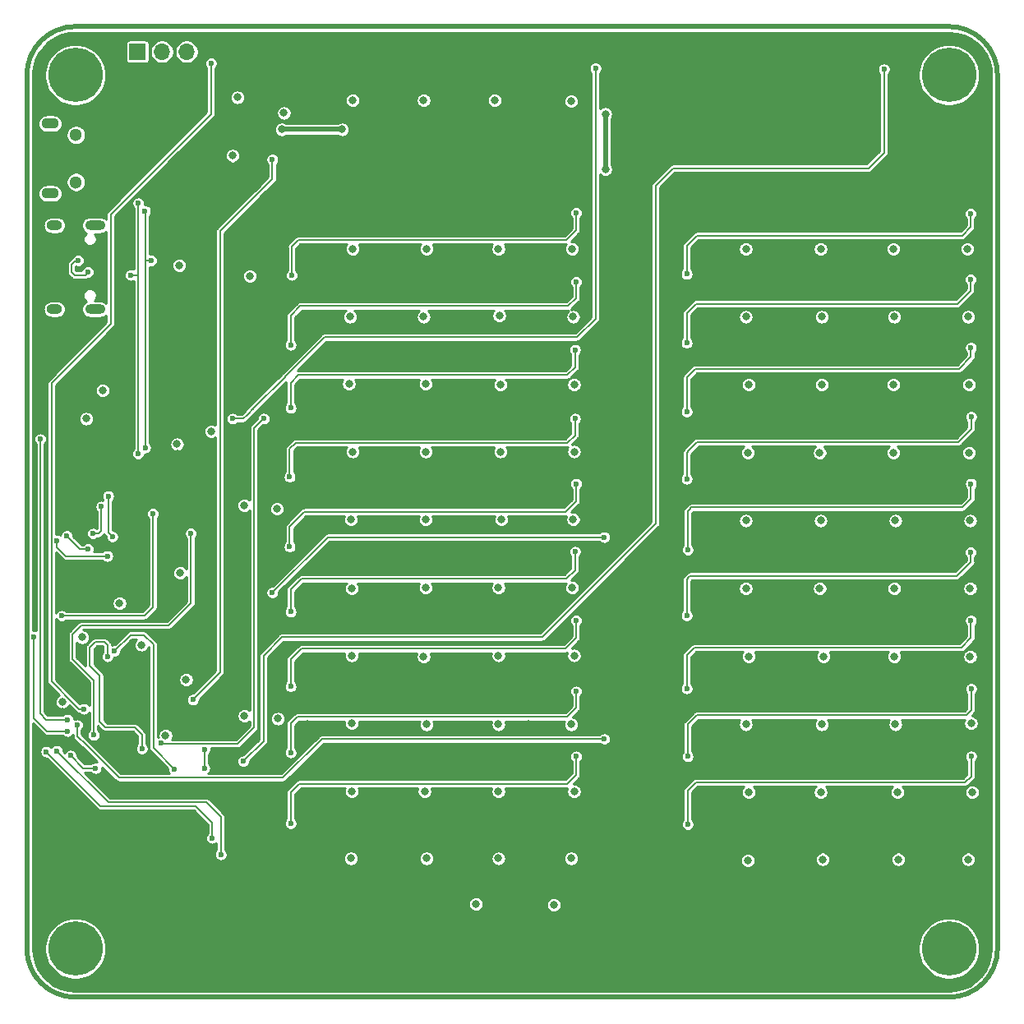
<source format=gbr>
G04 #@! TF.GenerationSoftware,KiCad,Pcbnew,5.1.5+dfsg1-2build2*
G04 #@! TF.CreationDate,2021-03-22T16:34:40+01:00*
G04 #@! TF.ProjectId,Logic_KiCad,4c6f6769-635f-44b6-9943-61642e6b6963,rev?*
G04 #@! TF.SameCoordinates,Original*
G04 #@! TF.FileFunction,Copper,L4,Bot*
G04 #@! TF.FilePolarity,Positive*
%FSLAX46Y46*%
G04 Gerber Fmt 4.6, Leading zero omitted, Abs format (unit mm)*
G04 Created by KiCad (PCBNEW 5.1.5+dfsg1-2build2) date 2021-03-22 16:34:40*
%MOMM*%
%LPD*%
G04 APERTURE LIST*
G04 #@! TA.AperFunction,Profile*
%ADD10C,0.200000*%
G04 #@! TD*
G04 #@! TA.AperFunction,Profile*
%ADD11C,0.500000*%
G04 #@! TD*
G04 #@! TA.AperFunction,ComponentPad*
%ADD12O,1.800000X1.100000*%
G04 #@! TD*
G04 #@! TA.AperFunction,ComponentPad*
%ADD13C,1.300000*%
G04 #@! TD*
G04 #@! TA.AperFunction,ComponentPad*
%ADD14O,2.100000X1.000000*%
G04 #@! TD*
G04 #@! TA.AperFunction,ComponentPad*
%ADD15O,1.600000X1.000000*%
G04 #@! TD*
G04 #@! TA.AperFunction,ComponentPad*
%ADD16O,1.700000X1.700000*%
G04 #@! TD*
G04 #@! TA.AperFunction,ComponentPad*
%ADD17R,1.700000X1.700000*%
G04 #@! TD*
G04 #@! TA.AperFunction,ComponentPad*
%ADD18C,5.600000*%
G04 #@! TD*
G04 #@! TA.AperFunction,ViaPad*
%ADD19C,0.600000*%
G04 #@! TD*
G04 #@! TA.AperFunction,ViaPad*
%ADD20C,0.800000*%
G04 #@! TD*
G04 #@! TA.AperFunction,Conductor*
%ADD21C,0.500000*%
G04 #@! TD*
G04 #@! TA.AperFunction,Conductor*
%ADD22C,0.150000*%
G04 #@! TD*
G04 #@! TA.AperFunction,Conductor*
%ADD23C,0.254000*%
G04 #@! TD*
G04 APERTURE END LIST*
D10*
X97576000Y-127000000D02*
G75*
G03X97576000Y-127000000I-576000J0D01*
G01*
X193576000Y-127000000D02*
G75*
G03X193576000Y-127000000I-576000J0D01*
G01*
X193576000Y-43000000D02*
G75*
G03X193576000Y-43000000I-576000J0D01*
G01*
D11*
X195000000Y-130000000D02*
G75*
G02X190000000Y-135000000I-5000000J0D01*
G01*
X100000000Y-135000000D02*
G75*
G02X95000000Y-130000000I0J5000000D01*
G01*
X195000000Y-40000000D02*
G75*
G03X190000000Y-35000000I-5000000J0D01*
G01*
X100000000Y-35000000D02*
G75*
G03X95000000Y-40000000I0J-5000000D01*
G01*
X100000000Y-35000000D02*
X190000000Y-35000000D01*
X95000000Y-130000000D02*
X95000000Y-40000000D01*
X190000000Y-135000000D02*
X100000000Y-135000000D01*
X195000000Y-40000000D02*
X195000000Y-130000000D01*
D12*
G04 #@! TO.P,J1,6*
G04 #@! TO.N,Net-(J1-Pad6)*
X97400000Y-52200000D03*
X97400000Y-45000000D03*
D13*
X100050000Y-51030000D03*
X100050000Y-46170000D03*
G04 #@! TD*
D14*
G04 #@! TO.P,J2,S1*
G04 #@! TO.N,Net-(J2-PadS1)*
X102030000Y-64120000D03*
X102030000Y-55480000D03*
D15*
X97850000Y-55480000D03*
X97850000Y-64120000D03*
G04 #@! TD*
D16*
G04 #@! TO.P,SW1,3*
G04 #@! TO.N,Net-(SW1-Pad3)*
X111460000Y-37600000D03*
G04 #@! TO.P,SW1,2*
G04 #@! TO.N,Net-(D92-Pad1)*
X108920000Y-37600000D03*
D17*
G04 #@! TO.P,SW1,1*
G04 #@! TO.N,+5V*
X106380000Y-37600000D03*
G04 #@! TD*
D18*
G04 #@! TO.P,H4,1*
G04 #@! TO.N,N/C*
X190000000Y-130000000D03*
G04 #@! TD*
G04 #@! TO.P,H3,1*
G04 #@! TO.N,N/C*
X100000000Y-40000000D03*
G04 #@! TD*
G04 #@! TO.P,H2,1*
G04 #@! TO.N,N/C*
X190000000Y-40000000D03*
G04 #@! TD*
G04 #@! TO.P,H1,1*
G04 #@! TO.N,N/C*
X100000000Y-130000000D03*
G04 #@! TD*
D19*
G04 #@! TO.N,GND*
X103470000Y-106210000D03*
X104420000Y-106220000D03*
X105340000Y-106160000D03*
X103990000Y-105410000D03*
X104940000Y-105380000D03*
X105880000Y-105350000D03*
X106350000Y-106070000D03*
X107440000Y-106090000D03*
X106910000Y-105420000D03*
X107380000Y-104470000D03*
X106450000Y-104470000D03*
X105470000Y-104420000D03*
X104490000Y-104450000D03*
X103510000Y-104450000D03*
X104100000Y-103630000D03*
X104970000Y-103590000D03*
X105870000Y-103590000D03*
X106770000Y-103540000D03*
X107170000Y-102730000D03*
X106370000Y-102720000D03*
X105440000Y-102710000D03*
X104570000Y-102720000D03*
X103630000Y-102680000D03*
D20*
X107780000Y-45140000D03*
X117700000Y-65800000D03*
X112450000Y-108050000D03*
X110280000Y-100740000D03*
X100566000Y-98996000D03*
X112190000Y-103150000D03*
X105840000Y-98510000D03*
X110500000Y-79030000D03*
X117420000Y-80520000D03*
X123880000Y-36000000D03*
X131380000Y-36000000D03*
X139080000Y-36000000D03*
X146580000Y-36100000D03*
X187380000Y-51000000D03*
X179880000Y-51000000D03*
X172180000Y-51000000D03*
X164602702Y-51022702D03*
X164680000Y-58100000D03*
X172280000Y-58000000D03*
X179880000Y-58000000D03*
X187380000Y-58100000D03*
X164680000Y-65000000D03*
X172180000Y-65000000D03*
X179880000Y-65100000D03*
X187380000Y-65000000D03*
X187380000Y-72000000D03*
X179880000Y-72000000D03*
X172280000Y-72000000D03*
X164680000Y-72000000D03*
X164680000Y-79000000D03*
X172280000Y-79000000D03*
X179880000Y-79000000D03*
X187380000Y-79000000D03*
X164680000Y-86000000D03*
X172280000Y-86000000D03*
X179780000Y-86000000D03*
X187380000Y-85900000D03*
X164680000Y-92900000D03*
X172280000Y-93000000D03*
X179780000Y-93000000D03*
X187380000Y-93000000D03*
X164680000Y-107000000D03*
X164680000Y-100000000D03*
X172280000Y-100000000D03*
X179880000Y-100000000D03*
X187380000Y-107100000D03*
X187380000Y-100000000D03*
X179880000Y-107000000D03*
X172280000Y-107000000D03*
X179880000Y-114000000D03*
X164680000Y-113900000D03*
X172280000Y-113900000D03*
X187380000Y-114000000D03*
X131380000Y-50900000D03*
X138980000Y-50900000D03*
X146580000Y-50900000D03*
X123780000Y-57900000D03*
X131380000Y-58000000D03*
X138980000Y-58000000D03*
X146580000Y-58000000D03*
X146680000Y-65000000D03*
X139080000Y-65100000D03*
X131480000Y-65000000D03*
X123880000Y-65000000D03*
X123880000Y-71900000D03*
X131480000Y-71900000D03*
X131480000Y-79100000D03*
X123880000Y-78900000D03*
X138980000Y-79100000D03*
X139080000Y-71900000D03*
X146630000Y-72050000D03*
X146680000Y-78900000D03*
X123880000Y-85900000D03*
X131480000Y-85900000D03*
X139080000Y-85900000D03*
X146680000Y-85900000D03*
X123780000Y-100000000D03*
X123880000Y-106900000D03*
X139080000Y-107000000D03*
X146680000Y-106900000D03*
X131480000Y-100000000D03*
X131480000Y-93000000D03*
X123880000Y-92900000D03*
X138980000Y-92900000D03*
X146680000Y-92900000D03*
X138980000Y-99900000D03*
X146580000Y-100000000D03*
X123880000Y-113900000D03*
X131380000Y-113800000D03*
X139080000Y-113900000D03*
X146580000Y-113900000D03*
X179780000Y-131800000D03*
X153880000Y-114600000D03*
X159780000Y-130500000D03*
X152180000Y-130600000D03*
X144580000Y-130600000D03*
X136980000Y-130500000D03*
X129380000Y-130500000D03*
X121780000Y-130500000D03*
X115480000Y-38700000D03*
X102780000Y-122900000D03*
X102780000Y-116200000D03*
X110280000Y-122800000D03*
X108750000Y-55800000D03*
X105100000Y-55500000D03*
X105000000Y-63500000D03*
X116400000Y-93600000D03*
X114600000Y-53700000D03*
X117300000Y-102200000D03*
X113400000Y-74100000D03*
X101900000Y-49900000D03*
X123800000Y-50800000D03*
X160800000Y-95300000D03*
X98680000Y-105600000D03*
X171000000Y-38800000D03*
G04 #@! TO.N,+3V3*
X100700000Y-97920000D03*
X104550000Y-94440000D03*
X109290000Y-108020000D03*
X111410000Y-102290000D03*
X106821721Y-98700333D03*
X110470000Y-78030000D03*
X141280000Y-125400000D03*
X149280000Y-125500000D03*
X102800000Y-72500000D03*
X101100000Y-75400000D03*
X154600000Y-49700000D03*
X98680000Y-104599997D03*
X154600000Y-44000000D03*
X110800000Y-91300000D03*
G04 #@! TO.N,V_LED_1*
X151080000Y-42700000D03*
X135880000Y-42600000D03*
X128580000Y-42600000D03*
X143180000Y-42600000D03*
X191880000Y-57900000D03*
X184280000Y-57900000D03*
X176780000Y-57900000D03*
X169080000Y-57900000D03*
X169080000Y-64900000D03*
X176880000Y-64900000D03*
X184380000Y-64900000D03*
X191980000Y-64900000D03*
X176880000Y-71900000D03*
X169380000Y-71900000D03*
X184280000Y-71900000D03*
X192080000Y-71900000D03*
X192080000Y-78900000D03*
X184280000Y-78900000D03*
X176680000Y-78900000D03*
X169280000Y-78900000D03*
X128580000Y-57900000D03*
X136180000Y-57900000D03*
X143580000Y-57900000D03*
X151180000Y-57900000D03*
X128280000Y-64900000D03*
X135880000Y-64900000D03*
X143680000Y-64800000D03*
X151280000Y-64900000D03*
X143780000Y-71900000D03*
X151380000Y-71900000D03*
X136080000Y-71800000D03*
X128180000Y-71800000D03*
X128580000Y-78800000D03*
X143780000Y-78800000D03*
X151380000Y-78800000D03*
X136080000Y-78800000D03*
X121480000Y-43900000D03*
D19*
G04 #@! TO.N,BTN_END*
X102100000Y-111400000D03*
X99500008Y-110100000D03*
G04 #@! TO.N,BARVA_4*
X103310000Y-99900000D03*
X106850000Y-109400000D03*
G04 #@! TO.N,BARVA_5*
X104040000Y-99320000D03*
X110200000Y-111500000D03*
G04 #@! TO.N,BARVA_6*
X113300000Y-111400000D03*
X113300000Y-109500000D03*
G04 #@! TO.N,BTN_ENTER*
X114080000Y-118600000D03*
X97000000Y-109700000D03*
G04 #@! TO.N,BTN_NEW_GAME*
X114980000Y-120300000D03*
X98085414Y-109612155D03*
D20*
G04 #@! TO.N,V_LED_2*
X169080000Y-85900000D03*
X176780000Y-85900000D03*
X184480000Y-85900000D03*
X192180000Y-85900000D03*
X169080000Y-92900000D03*
X176680000Y-92900000D03*
X184380000Y-92900000D03*
X192180000Y-92900000D03*
X169380000Y-99900000D03*
X177080000Y-99900000D03*
X184380000Y-99900000D03*
X192180000Y-99900000D03*
X136080000Y-85800000D03*
X143880000Y-85800000D03*
X151280000Y-85800000D03*
X128380000Y-85800000D03*
X128480000Y-92900000D03*
X136080000Y-92800000D03*
X143580000Y-92800000D03*
X151180000Y-92800000D03*
X128480000Y-99800000D03*
X135880000Y-99900000D03*
X143580000Y-99800000D03*
X151380000Y-99800000D03*
X120780000Y-84700000D03*
G04 #@! TO.N,V_LED_3*
X169080000Y-106900000D03*
X169380000Y-113900000D03*
X176880000Y-106900000D03*
X184480000Y-106900000D03*
X192280000Y-106800000D03*
X176780000Y-113900000D03*
X184680000Y-113900000D03*
X192380000Y-113900000D03*
X169280000Y-120900000D03*
X176980000Y-120800000D03*
X184780000Y-120800000D03*
X191980000Y-120800000D03*
X136180000Y-106900000D03*
X128480000Y-106800000D03*
X128480000Y-113800000D03*
X135980000Y-113800000D03*
X143580000Y-113800000D03*
X151380000Y-113800000D03*
X151080000Y-106900000D03*
X143580000Y-106900000D03*
X128380000Y-120700000D03*
X136180000Y-120700000D03*
X143580000Y-120700000D03*
X151080000Y-120700000D03*
X120880000Y-106300000D03*
D19*
G04 #@! TO.N,Net-(D7-Pad2)*
X107190000Y-78380000D03*
X107180000Y-54000000D03*
X101300000Y-60300000D03*
X100300000Y-59100000D03*
X107800000Y-59100000D03*
G04 #@! TO.N,Net-(D8-Pad2)*
X106450002Y-79010000D03*
X106480000Y-53200000D03*
X105700000Y-60600000D03*
G04 #@! TO.N,/herni_LED.sch/2.sch/DATA_IN*
X151580000Y-54200000D03*
X122280000Y-60600000D03*
G04 #@! TO.N,/herni_LED.sch/3.sch/DATA_IN*
X151580000Y-61300000D03*
X122180000Y-67800000D03*
G04 #@! TO.N,/herni_LED.sch/4.ch/DATA_IN*
X151480000Y-68300000D03*
X122180000Y-74300000D03*
G04 #@! TO.N,/herni_LED.sch/5.sch/DATA_IN*
X151480000Y-75400000D03*
X122080000Y-81400000D03*
G04 #@! TO.N,/herni_LED.sch/6.sch/DATA_IN*
X151580000Y-82100000D03*
X122080000Y-88600000D03*
G04 #@! TO.N,/herni_LED.sch/7.sch/DATA_IN*
X151480000Y-89100000D03*
X122180000Y-95300000D03*
G04 #@! TO.N,/herni_LED.sch/8.sch/DATA_IN*
X151580000Y-96200000D03*
X122180000Y-103000000D03*
G04 #@! TO.N,/herni_LED.sch/9.sch/DATA_IN*
X151580000Y-103500000D03*
X122180000Y-109800000D03*
G04 #@! TO.N,/herni_LED.sch/10.sch/DATA_IN*
X151580000Y-110200000D03*
X122180000Y-117100000D03*
G04 #@! TO.N,/hodnoceni_LED.sch/2.sch/DATA_IN*
X192240000Y-54270000D03*
X162980000Y-60500000D03*
G04 #@! TO.N,/hodnoceni_LED.sch/3.sch/DATA_IN*
X192230000Y-61050000D03*
X162980000Y-67600000D03*
G04 #@! TO.N,/hodnoceni_LED.sch/4.ch/DATA_IN*
X192270000Y-68070000D03*
X162980000Y-74700000D03*
G04 #@! TO.N,/hodnoceni_LED.sch/5.sch/DATA_IN*
X192280000Y-75200000D03*
X162980000Y-81600000D03*
G04 #@! TO.N,/hodnoceni_LED.sch/6.sch/DATA_IN*
X192270000Y-82100000D03*
X163080000Y-88900000D03*
G04 #@! TO.N,/hodnoceni_LED.sch/7.sch/DATA_IN*
X192240000Y-89160000D03*
X162980000Y-95700000D03*
G04 #@! TO.N,/hodnoceni_LED.sch/8.sch/DATA_IN*
X192270000Y-96170000D03*
X162980000Y-103200000D03*
G04 #@! TO.N,/hodnoceni_LED.sch/9.sch/DATA_IN*
X192280000Y-103210000D03*
X163080000Y-110200000D03*
G04 #@! TO.N,/hodnoceni_LED.sch/10.sch/DATA_IN*
X192280000Y-110180000D03*
X163080000Y-117200000D03*
G04 #@! TO.N,IO0*
X108000000Y-85200000D03*
X98600000Y-95700000D03*
X95750000Y-97850000D03*
X99200000Y-107600000D03*
D20*
G04 #@! TO.N,+5V*
X110710000Y-59590000D03*
X117400000Y-84320000D03*
X117420000Y-106020000D03*
X116680000Y-42300000D03*
X117980000Y-60700000D03*
X121280000Y-45600000D03*
X127480000Y-45600000D03*
X116200000Y-48300000D03*
X114000000Y-76700000D03*
D19*
G04 #@! TO.N,ZAPINANI_1_CAST_LED*
X100879026Y-105298636D03*
X113980000Y-38800000D03*
G04 #@! TO.N,ZAPINANI_2_CAST_LED*
X101880000Y-108000000D03*
X111900000Y-87200000D03*
G04 #@! TO.N,TX_ESP*
X102690000Y-84460000D03*
X101820000Y-87240000D03*
G04 #@! TO.N,RX_ESP*
X103380000Y-83370000D03*
X103810000Y-87550000D03*
G04 #@! TO.N,Net-(R8-Pad2)*
X99120000Y-87480000D03*
X101290000Y-88840000D03*
G04 #@! TO.N,Net-(R9-Pad2)*
X98110000Y-87940000D03*
X103290000Y-89550000D03*
G04 #@! TO.N,DATA_herni_LED_LS*
X108790000Y-108845000D03*
X119400000Y-75400000D03*
G04 #@! TO.N,DATA_hodnoceni_LED_LS*
X120300000Y-93300000D03*
X154500000Y-87600000D03*
G04 #@! TO.N,DATA_zadani_LED_LS*
X112100000Y-104360000D03*
X120300000Y-48700000D03*
G04 #@! TO.N,PREPINAC_2*
X117300000Y-110700000D03*
X183300000Y-39400000D03*
G04 #@! TO.N,PREPINAC_1*
X96380000Y-77500000D03*
X153580000Y-39300000D03*
X116200000Y-75400000D03*
X99200000Y-106400000D03*
G04 #@! TO.N,PREPINAC_3*
X154500000Y-108400000D03*
X100200000Y-106975000D03*
G04 #@! TD*
D21*
G04 #@! TO.N,+3V3*
X154600000Y-49700000D02*
X154600000Y-45300000D01*
X154600000Y-45300000D02*
X154600000Y-44000000D01*
D22*
G04 #@! TO.N,BTN_END*
X102100000Y-111400000D02*
X100800008Y-111400000D01*
X100800008Y-111400000D02*
X99500008Y-110100000D01*
G04 #@! TO.N,BARVA_4*
X106100000Y-107200000D02*
X106850000Y-107950000D01*
X103100000Y-107200000D02*
X106100000Y-107200000D01*
X101480000Y-100830000D02*
X102500000Y-101850000D01*
X102500000Y-101850000D02*
X102500000Y-106600000D01*
X101480000Y-98970000D02*
X101480000Y-100830000D01*
X102500000Y-106600000D02*
X103100000Y-107200000D01*
X102050000Y-98400000D02*
X101480000Y-98970000D01*
X102980000Y-98400000D02*
X102050000Y-98400000D01*
X106850000Y-107950000D02*
X106850000Y-109400000D01*
X103310000Y-98730000D02*
X102980000Y-98400000D01*
X103310000Y-99900000D02*
X103310000Y-98730000D01*
G04 #@! TO.N,BARVA_5*
X108030000Y-98630000D02*
X108030000Y-109330000D01*
X107080000Y-97680000D02*
X108030000Y-98630000D01*
X105680000Y-97680000D02*
X107080000Y-97680000D01*
X104040000Y-99320000D02*
X105680000Y-97680000D01*
X108030000Y-109330000D02*
X110200000Y-111500000D01*
G04 #@! TO.N,BARVA_6*
X113300000Y-111400000D02*
X113300000Y-109500000D01*
G04 #@! TO.N,BTN_ENTER*
X114080000Y-117000000D02*
X114080000Y-118600000D01*
X97000000Y-109700000D02*
X102600000Y-115300000D01*
X112380000Y-115300000D02*
X113640000Y-116560000D01*
X102600000Y-115300000D02*
X112380000Y-115300000D01*
X113640000Y-116560000D02*
X114080000Y-117000000D01*
G04 #@! TO.N,BTN_NEW_GAME*
X103373259Y-114900000D02*
X98085414Y-109612155D01*
X114980000Y-120300000D02*
X114980000Y-116400000D01*
X113480000Y-114900000D02*
X103373259Y-114900000D01*
X114980000Y-116400000D02*
X113480000Y-114900000D01*
G04 #@! TO.N,Net-(D7-Pad2)*
X107190000Y-54010000D02*
X107180000Y-54000000D01*
X101300000Y-60300000D02*
X101000000Y-60600000D01*
X101000000Y-60600000D02*
X99900000Y-60600000D01*
X99900000Y-60600000D02*
X99600000Y-60300000D01*
X99600000Y-60300000D02*
X99600000Y-59500000D01*
X100000000Y-59100000D02*
X100300000Y-59100000D01*
X99600000Y-59500000D02*
X100000000Y-59100000D01*
X107200000Y-59100000D02*
X107190000Y-59110000D01*
X107800000Y-59100000D02*
X107200000Y-59100000D01*
X107190000Y-59110000D02*
X107190000Y-54010000D01*
X107190000Y-78380000D02*
X107190000Y-59110000D01*
G04 #@! TO.N,Net-(D8-Pad2)*
X106450002Y-53229998D02*
X106480000Y-53200000D01*
X106450002Y-60449998D02*
X106450002Y-53229998D01*
X106400000Y-60600000D02*
X106450002Y-60650002D01*
X105700000Y-60600000D02*
X106400000Y-60600000D01*
X106450002Y-60650002D02*
X106450002Y-60449998D01*
X106450002Y-79010000D02*
X106450002Y-60650002D01*
G04 #@! TO.N,/herni_LED.sch/2.sch/DATA_IN*
X151580000Y-54200000D02*
X151580000Y-56000000D01*
X151580000Y-56000000D02*
X150580000Y-57000000D01*
X150580000Y-57000000D02*
X122980000Y-57000000D01*
X122280000Y-57700000D02*
X122280000Y-60600000D01*
X122980000Y-57000000D02*
X122280000Y-57700000D01*
G04 #@! TO.N,/herni_LED.sch/3.sch/DATA_IN*
X151580000Y-61300000D02*
X151580000Y-63000000D01*
X151580000Y-63000000D02*
X150780000Y-63800000D01*
X150780000Y-63800000D02*
X123180000Y-63800000D01*
X122180000Y-64800000D02*
X122180000Y-67800000D01*
X123180000Y-63800000D02*
X122180000Y-64800000D01*
G04 #@! TO.N,/herni_LED.sch/4.ch/DATA_IN*
X151480000Y-68300000D02*
X151480000Y-70100000D01*
X151480000Y-70100000D02*
X150680000Y-70900000D01*
X150680000Y-70900000D02*
X122980000Y-70900000D01*
X122180000Y-71700000D02*
X122180000Y-74300000D01*
X122980000Y-70900000D02*
X122180000Y-71700000D01*
G04 #@! TO.N,/herni_LED.sch/5.sch/DATA_IN*
X151480000Y-75400000D02*
X151480000Y-77100000D01*
X151480000Y-77100000D02*
X150680000Y-77900000D01*
X150680000Y-77900000D02*
X122680000Y-77900000D01*
X122080000Y-78500000D02*
X122080000Y-81400000D01*
X122680000Y-77900000D02*
X122080000Y-78500000D01*
G04 #@! TO.N,/herni_LED.sch/6.sch/DATA_IN*
X151580000Y-82100000D02*
X151580000Y-83800000D01*
X151580000Y-83800000D02*
X151580000Y-83900000D01*
X151580000Y-83900000D02*
X150480000Y-85000000D01*
X150480000Y-85000000D02*
X123580000Y-85000000D01*
X122080000Y-86500000D02*
X122080000Y-88600000D01*
X123580000Y-85000000D02*
X122080000Y-86500000D01*
G04 #@! TO.N,/herni_LED.sch/7.sch/DATA_IN*
X151480000Y-89100000D02*
X151480000Y-91000000D01*
X151480000Y-91000000D02*
X150580000Y-91900000D01*
X150580000Y-91900000D02*
X123280000Y-91900000D01*
X122180000Y-93000000D02*
X122180000Y-95300000D01*
X123280000Y-91900000D02*
X122180000Y-93000000D01*
G04 #@! TO.N,/herni_LED.sch/8.sch/DATA_IN*
X151580000Y-96200000D02*
X151580000Y-98000000D01*
X151580000Y-98000000D02*
X150480000Y-99100000D01*
X150480000Y-99100000D02*
X123280000Y-99100000D01*
X122180000Y-100200000D02*
X122180000Y-103000000D01*
X123280000Y-99100000D02*
X122180000Y-100200000D01*
G04 #@! TO.N,/herni_LED.sch/9.sch/DATA_IN*
X151580000Y-103500000D02*
X151580000Y-105200000D01*
X150655001Y-106124999D02*
X123904999Y-106124999D01*
X151580000Y-105200000D02*
X150655001Y-106124999D01*
X123904999Y-106124999D02*
X122855001Y-106124999D01*
X122180000Y-106800000D02*
X122180000Y-109800000D01*
X122855001Y-106124999D02*
X122180000Y-106800000D01*
G04 #@! TO.N,/herni_LED.sch/10.sch/DATA_IN*
X151580000Y-110200000D02*
X151580000Y-112100000D01*
X151580000Y-112100000D02*
X150680000Y-113000000D01*
X123880000Y-113000000D02*
X123080000Y-113000000D01*
X150680000Y-113000000D02*
X123880000Y-113000000D01*
X122180000Y-113900000D02*
X122180000Y-117100000D01*
X123080000Y-113000000D02*
X122180000Y-113900000D01*
G04 #@! TO.N,/hodnoceni_LED.sch/2.sch/DATA_IN*
X192240000Y-54270000D02*
X192240000Y-55670000D01*
X192240000Y-55670000D02*
X191370000Y-56540000D01*
X191370000Y-56540000D02*
X165940000Y-56540000D01*
X165940000Y-56540000D02*
X165020000Y-56540000D01*
X165020000Y-56540000D02*
X164040000Y-56540000D01*
X162980000Y-57600000D02*
X162980000Y-60500000D01*
X164040000Y-56540000D02*
X162980000Y-57600000D01*
G04 #@! TO.N,/hodnoceni_LED.sch/3.sch/DATA_IN*
X192230000Y-61050000D02*
X192230000Y-62200000D01*
X192230000Y-62200000D02*
X190860000Y-63570000D01*
X165810000Y-63570000D02*
X163910000Y-63570000D01*
X190860000Y-63570000D02*
X165810000Y-63570000D01*
X162980000Y-64500000D02*
X162980000Y-67600000D01*
X163910000Y-63570000D02*
X162980000Y-64500000D01*
G04 #@! TO.N,/hodnoceni_LED.sch/4.ch/DATA_IN*
X192270000Y-68070000D02*
X192270000Y-69050000D01*
X192270000Y-69050000D02*
X191040000Y-70280000D01*
X191040000Y-70280000D02*
X163880000Y-70280000D01*
X162980000Y-71180000D02*
X163020000Y-71140000D01*
X162980000Y-74700000D02*
X162980000Y-71180000D01*
X163880000Y-70280000D02*
X163020000Y-71140000D01*
G04 #@! TO.N,/hodnoceni_LED.sch/5.sch/DATA_IN*
X192280000Y-75200000D02*
X192280000Y-76500000D01*
X192280000Y-76500000D02*
X190970000Y-77810000D01*
X190970000Y-77810000D02*
X164070000Y-77810000D01*
X164070000Y-77810000D02*
X163180000Y-78700000D01*
X162980000Y-78900000D02*
X162980000Y-81600000D01*
X163180000Y-78700000D02*
X162980000Y-78900000D01*
G04 #@! TO.N,/hodnoceni_LED.sch/6.sch/DATA_IN*
X192270000Y-82100000D02*
X192270000Y-83640000D01*
X192270000Y-83640000D02*
X191360000Y-84550000D01*
X191360000Y-84550000D02*
X163470000Y-84550000D01*
X163080000Y-84940000D02*
X163300000Y-84720000D01*
X163080000Y-88900000D02*
X163080000Y-84940000D01*
X163470000Y-84550000D02*
X163300000Y-84720000D01*
G04 #@! TO.N,/hodnoceni_LED.sch/7.sch/DATA_IN*
X192240000Y-89160000D02*
X192240000Y-90160000D01*
X192240000Y-90160000D02*
X190810000Y-91590000D01*
X190810000Y-91590000D02*
X163370000Y-91590000D01*
X162980000Y-91980000D02*
X163220000Y-91740000D01*
X162980000Y-95700000D02*
X162980000Y-91980000D01*
X163370000Y-91590000D02*
X163220000Y-91740000D01*
G04 #@! TO.N,/hodnoceni_LED.sch/8.sch/DATA_IN*
X192270000Y-96170000D02*
X192270000Y-97980000D01*
X192270000Y-97980000D02*
X191260000Y-98990000D01*
X162980000Y-103200000D02*
X162980000Y-99780000D01*
X162980000Y-99780000D02*
X163770000Y-98990000D01*
X191260000Y-98990000D02*
X163770000Y-98990000D01*
G04 #@! TO.N,/hodnoceni_LED.sch/9.sch/DATA_IN*
X192280000Y-103210000D02*
X192280000Y-105460000D01*
X192280000Y-105460000D02*
X191790000Y-105950000D01*
X163080000Y-106900000D02*
X164030000Y-105950000D01*
X163080000Y-110200000D02*
X163080000Y-106900000D01*
X191790000Y-105950000D02*
X164030000Y-105950000D01*
G04 #@! TO.N,/hodnoceni_LED.sch/10.sch/DATA_IN*
X192280000Y-110180000D02*
X192280000Y-112250000D01*
X192280000Y-112250000D02*
X191670000Y-112860000D01*
X163080000Y-113700000D02*
X163920000Y-112860000D01*
X163080000Y-117200000D02*
X163080000Y-113700000D01*
X191670000Y-112860000D02*
X163920000Y-112860000D01*
G04 #@! TO.N,IO0*
X108000000Y-94800000D02*
X107100000Y-95700000D01*
X108000000Y-85200000D02*
X108000000Y-94800000D01*
X107100000Y-95700000D02*
X98600000Y-95700000D01*
X97100000Y-107600000D02*
X99200000Y-107600000D01*
X95750000Y-97850000D02*
X95750000Y-106250000D01*
X95750000Y-106250000D02*
X97100000Y-107600000D01*
D21*
G04 #@! TO.N,+5V*
X121280000Y-45600000D02*
X127480000Y-45600000D01*
D22*
G04 #@! TO.N,ZAPINANI_1_CAST_LED*
X97534999Y-102455994D02*
X99879005Y-104800000D01*
X113980000Y-38800000D02*
X113980000Y-44000000D01*
X103640000Y-54340000D02*
X103640000Y-65660000D01*
X100378636Y-105298636D02*
X100879026Y-105298636D01*
X113980000Y-44000000D02*
X103640000Y-54340000D01*
X103640000Y-65660000D02*
X97534999Y-71765001D01*
X97534999Y-71765001D02*
X97534999Y-102455994D01*
X99880000Y-104800000D02*
X100378636Y-105298636D01*
X99879005Y-104800000D02*
X99880000Y-104800000D01*
G04 #@! TO.N,ZAPINANI_2_CAST_LED*
X111900000Y-94400000D02*
X111900000Y-87200000D01*
X109600000Y-96700000D02*
X111900000Y-94400000D01*
X100600000Y-96700000D02*
X109600000Y-96700000D01*
X99700000Y-97600000D02*
X100600000Y-96700000D01*
X99700000Y-100190000D02*
X99700000Y-97600000D01*
X101880000Y-102370000D02*
X99700000Y-100190000D01*
X101880000Y-108000000D02*
X101880000Y-102370000D01*
G04 #@! TO.N,TX_ESP*
X102400000Y-87240000D02*
X101820000Y-87240000D01*
X102690000Y-86950000D02*
X102400000Y-87240000D01*
X102690000Y-84460000D02*
X102690000Y-86950000D01*
G04 #@! TO.N,RX_ESP*
X103380000Y-87120000D02*
X103810000Y-87550000D01*
X103380000Y-87110000D02*
X103380000Y-87120000D01*
X103380000Y-83370000D02*
X103380000Y-87110000D01*
G04 #@! TO.N,Net-(R8-Pad2)*
X100480000Y-88840000D02*
X99120000Y-87480000D01*
X101290000Y-88840000D02*
X100480000Y-88840000D01*
G04 #@! TO.N,Net-(R9-Pad2)*
X103290000Y-89550000D02*
X99030000Y-89550000D01*
X98110000Y-88630000D02*
X98110000Y-87940000D01*
X99030000Y-89550000D02*
X98110000Y-88630000D01*
G04 #@! TO.N,DATA_herni_LED_LS*
X119100001Y-75699999D02*
X119400000Y-75400000D01*
X118400000Y-76400000D02*
X119100001Y-75699999D01*
X118400000Y-107200000D02*
X118400000Y-76400000D01*
X116700000Y-108900000D02*
X118400000Y-107200000D01*
X108845000Y-108900000D02*
X116700000Y-108900000D01*
X108790000Y-108845000D02*
X108845000Y-108900000D01*
G04 #@! TO.N,DATA_hodnoceni_LED_LS*
X120300000Y-93300000D02*
X126000000Y-87600000D01*
X126000000Y-87600000D02*
X154500000Y-87600000D01*
G04 #@! TO.N,DATA_zadani_LED_LS*
X112100000Y-104360000D02*
X114900000Y-101560000D01*
X114900000Y-75700000D02*
X114900000Y-56100000D01*
X114900000Y-101560000D02*
X114900000Y-75700000D01*
X114900000Y-75700000D02*
X114900000Y-75600000D01*
X115500000Y-55500000D02*
X119200000Y-51800000D01*
X114900000Y-56100000D02*
X115500000Y-55500000D01*
X120300000Y-50700000D02*
X120300000Y-48700000D01*
X119200000Y-51800000D02*
X120300000Y-50700000D01*
G04 #@! TO.N,PREPINAC_2*
X148080000Y-97900000D02*
X159780000Y-86200000D01*
X121280000Y-97900000D02*
X148080000Y-97900000D01*
X119380000Y-99800000D02*
X121280000Y-97900000D01*
X119380000Y-108620000D02*
X119380000Y-99800000D01*
X117300000Y-110700000D02*
X119380000Y-108620000D01*
X183300000Y-39400000D02*
X183300000Y-48000000D01*
X183300000Y-48000000D02*
X181700000Y-49600000D01*
X181700000Y-49600000D02*
X161600000Y-49600000D01*
X159780000Y-51420000D02*
X159780000Y-55380000D01*
X161600000Y-49600000D02*
X159780000Y-51420000D01*
X159780000Y-55380000D02*
X159780000Y-54820000D01*
X159780000Y-86200000D02*
X159780000Y-55380000D01*
G04 #@! TO.N,PREPINAC_1*
X96380000Y-103500000D02*
X96380000Y-77500000D01*
X96380000Y-103700000D02*
X96380000Y-103500000D01*
X153580000Y-65100000D02*
X153580000Y-39300000D01*
X125680000Y-67000000D02*
X151680000Y-67000000D01*
X151680000Y-67000000D02*
X153580000Y-65100000D01*
X121640000Y-71040000D02*
X121640000Y-71060000D01*
X121580000Y-71100000D02*
X121640000Y-71040000D01*
X121640000Y-71040000D02*
X125680000Y-67000000D01*
X121640000Y-71060000D02*
X121604999Y-71095001D01*
X118400000Y-74300000D02*
X117700000Y-75000000D01*
X121604999Y-71095001D02*
X118400000Y-74300000D01*
X118400000Y-74300000D02*
X118300000Y-74400000D01*
X117300000Y-75400000D02*
X116200000Y-75400000D01*
X117700000Y-75000000D02*
X117300000Y-75400000D01*
X97000000Y-106400000D02*
X99200000Y-106400000D01*
X96380000Y-105780000D02*
X97000000Y-106400000D01*
X96380000Y-103500000D02*
X96380000Y-105780000D01*
G04 #@! TO.N,PREPINAC_3*
X154500000Y-108400000D02*
X125400000Y-108400000D01*
X125400000Y-108400000D02*
X121400000Y-112400000D01*
X115100000Y-112400000D02*
X104500000Y-112400000D01*
X121400000Y-112400000D02*
X115100000Y-112400000D01*
X115100000Y-112400000D02*
X114900000Y-112400000D01*
X100200000Y-108100000D02*
X101100000Y-109000000D01*
X100200000Y-106975000D02*
X100200000Y-108100000D01*
X104500000Y-112400000D02*
X101100000Y-109000000D01*
G04 #@! TD*
D23*
G04 #@! TO.N,GND*
G36*
X190773955Y-35698566D02*
G01*
X191523433Y-35903600D01*
X192224773Y-36238122D01*
X192855776Y-36691544D01*
X193396523Y-37249551D01*
X193829906Y-37894493D01*
X194142229Y-38605983D01*
X194324781Y-39366369D01*
X194373000Y-40022988D01*
X194373001Y-129972063D01*
X194301434Y-130773950D01*
X194096399Y-131523435D01*
X193761878Y-132224773D01*
X193308454Y-132855779D01*
X192750449Y-133396523D01*
X192105507Y-133829906D01*
X191394015Y-134142229D01*
X190633632Y-134324781D01*
X189977012Y-134373000D01*
X100027926Y-134373000D01*
X99226050Y-134301434D01*
X98476565Y-134096399D01*
X97775227Y-133761878D01*
X97144221Y-133308454D01*
X96603477Y-132750449D01*
X96170094Y-132105507D01*
X95857771Y-131394015D01*
X95675219Y-130633632D01*
X95627000Y-129977012D01*
X95627000Y-129687093D01*
X96823000Y-129687093D01*
X96823000Y-130312907D01*
X96945090Y-130926697D01*
X97184579Y-131504874D01*
X97532263Y-132025219D01*
X97974781Y-132467737D01*
X98495126Y-132815421D01*
X99073303Y-133054910D01*
X99687093Y-133177000D01*
X100312907Y-133177000D01*
X100926697Y-133054910D01*
X101504874Y-132815421D01*
X102025219Y-132467737D01*
X102467737Y-132025219D01*
X102815421Y-131504874D01*
X103054910Y-130926697D01*
X103177000Y-130312907D01*
X103177000Y-129687093D01*
X186823000Y-129687093D01*
X186823000Y-130312907D01*
X186945090Y-130926697D01*
X187184579Y-131504874D01*
X187532263Y-132025219D01*
X187974781Y-132467737D01*
X188495126Y-132815421D01*
X189073303Y-133054910D01*
X189687093Y-133177000D01*
X190312907Y-133177000D01*
X190926697Y-133054910D01*
X191504874Y-132815421D01*
X192025219Y-132467737D01*
X192467737Y-132025219D01*
X192815421Y-131504874D01*
X193054910Y-130926697D01*
X193177000Y-130312907D01*
X193177000Y-129687093D01*
X193054910Y-129073303D01*
X192815421Y-128495126D01*
X192467737Y-127974781D01*
X192025219Y-127532263D01*
X191504874Y-127184579D01*
X190926697Y-126945090D01*
X190312907Y-126823000D01*
X189687093Y-126823000D01*
X189073303Y-126945090D01*
X188495126Y-127184579D01*
X187974781Y-127532263D01*
X187532263Y-127974781D01*
X187184579Y-128495126D01*
X186945090Y-129073303D01*
X186823000Y-129687093D01*
X103177000Y-129687093D01*
X103054910Y-129073303D01*
X102815421Y-128495126D01*
X102467737Y-127974781D01*
X102025219Y-127532263D01*
X101504874Y-127184579D01*
X100926697Y-126945090D01*
X100312907Y-126823000D01*
X99687093Y-126823000D01*
X99073303Y-126945090D01*
X98495126Y-127184579D01*
X97974781Y-127532263D01*
X97532263Y-127974781D01*
X97184579Y-128495126D01*
X96945090Y-129073303D01*
X96823000Y-129687093D01*
X95627000Y-129687093D01*
X95627000Y-125323472D01*
X140503000Y-125323472D01*
X140503000Y-125476528D01*
X140532859Y-125626643D01*
X140591431Y-125768048D01*
X140676464Y-125895309D01*
X140784691Y-126003536D01*
X140911952Y-126088569D01*
X141053357Y-126147141D01*
X141203472Y-126177000D01*
X141356528Y-126177000D01*
X141506643Y-126147141D01*
X141648048Y-126088569D01*
X141775309Y-126003536D01*
X141883536Y-125895309D01*
X141968569Y-125768048D01*
X142027141Y-125626643D01*
X142057000Y-125476528D01*
X142057000Y-125423472D01*
X148503000Y-125423472D01*
X148503000Y-125576528D01*
X148532859Y-125726643D01*
X148591431Y-125868048D01*
X148676464Y-125995309D01*
X148784691Y-126103536D01*
X148911952Y-126188569D01*
X149053357Y-126247141D01*
X149203472Y-126277000D01*
X149356528Y-126277000D01*
X149506643Y-126247141D01*
X149648048Y-126188569D01*
X149775309Y-126103536D01*
X149883536Y-125995309D01*
X149968569Y-125868048D01*
X150027141Y-125726643D01*
X150057000Y-125576528D01*
X150057000Y-125423472D01*
X150027141Y-125273357D01*
X149968569Y-125131952D01*
X149883536Y-125004691D01*
X149775309Y-124896464D01*
X149648048Y-124811431D01*
X149506643Y-124752859D01*
X149356528Y-124723000D01*
X149203472Y-124723000D01*
X149053357Y-124752859D01*
X148911952Y-124811431D01*
X148784691Y-124896464D01*
X148676464Y-125004691D01*
X148591431Y-125131952D01*
X148532859Y-125273357D01*
X148503000Y-125423472D01*
X142057000Y-125423472D01*
X142057000Y-125323472D01*
X142027141Y-125173357D01*
X141968569Y-125031952D01*
X141883536Y-124904691D01*
X141775309Y-124796464D01*
X141648048Y-124711431D01*
X141506643Y-124652859D01*
X141356528Y-124623000D01*
X141203472Y-124623000D01*
X141053357Y-124652859D01*
X140911952Y-124711431D01*
X140784691Y-124796464D01*
X140676464Y-124904691D01*
X140591431Y-125031952D01*
X140532859Y-125173357D01*
X140503000Y-125323472D01*
X95627000Y-125323472D01*
X95627000Y-106766223D01*
X96764685Y-107903910D01*
X96778841Y-107921159D01*
X96847667Y-107977643D01*
X96926190Y-108019614D01*
X96988802Y-108038607D01*
X97011392Y-108045460D01*
X97099999Y-108054187D01*
X97122204Y-108052000D01*
X98694577Y-108052000D01*
X98768437Y-108125860D01*
X98879320Y-108199950D01*
X99002526Y-108250984D01*
X99133321Y-108277000D01*
X99266679Y-108277000D01*
X99397474Y-108250984D01*
X99520680Y-108199950D01*
X99631563Y-108125860D01*
X99725860Y-108031563D01*
X99748001Y-107998427D01*
X99748001Y-108077785D01*
X99745813Y-108100000D01*
X99754540Y-108188607D01*
X99780386Y-108273809D01*
X99812196Y-108333321D01*
X99822358Y-108352333D01*
X99878842Y-108421159D01*
X99896096Y-108435319D01*
X100796088Y-109335313D01*
X100796099Y-109335322D01*
X102188021Y-110727245D01*
X102166679Y-110723000D01*
X102033321Y-110723000D01*
X101902526Y-110749016D01*
X101779320Y-110800050D01*
X101668437Y-110874140D01*
X101594577Y-110948000D01*
X100987232Y-110948000D01*
X100177008Y-110137777D01*
X100177008Y-110033321D01*
X100150992Y-109902526D01*
X100099958Y-109779320D01*
X100025868Y-109668437D01*
X99931571Y-109574140D01*
X99820688Y-109500050D01*
X99697482Y-109449016D01*
X99566687Y-109423000D01*
X99433329Y-109423000D01*
X99302534Y-109449016D01*
X99179328Y-109500050D01*
X99068445Y-109574140D01*
X98974148Y-109668437D01*
X98900058Y-109779320D01*
X98897640Y-109785158D01*
X98762414Y-109649932D01*
X98762414Y-109545476D01*
X98736398Y-109414681D01*
X98685364Y-109291475D01*
X98611274Y-109180592D01*
X98516977Y-109086295D01*
X98406094Y-109012205D01*
X98282888Y-108961171D01*
X98152093Y-108935155D01*
X98018735Y-108935155D01*
X97887940Y-108961171D01*
X97764734Y-109012205D01*
X97653851Y-109086295D01*
X97559554Y-109180592D01*
X97510872Y-109253449D01*
X97431563Y-109174140D01*
X97320680Y-109100050D01*
X97197474Y-109049016D01*
X97066679Y-109023000D01*
X96933321Y-109023000D01*
X96802526Y-109049016D01*
X96679320Y-109100050D01*
X96568437Y-109174140D01*
X96474140Y-109268437D01*
X96400050Y-109379320D01*
X96349016Y-109502526D01*
X96323000Y-109633321D01*
X96323000Y-109766679D01*
X96349016Y-109897474D01*
X96400050Y-110020680D01*
X96474140Y-110131563D01*
X96568437Y-110225860D01*
X96679320Y-110299950D01*
X96802526Y-110350984D01*
X96933321Y-110377000D01*
X97037777Y-110377000D01*
X102264681Y-115603905D01*
X102278841Y-115621159D01*
X102347667Y-115677643D01*
X102426190Y-115719614D01*
X102511392Y-115745460D01*
X102600000Y-115754187D01*
X102622205Y-115752000D01*
X112192777Y-115752000D01*
X113336088Y-116895313D01*
X113336099Y-116895322D01*
X113628000Y-117187224D01*
X113628001Y-118094576D01*
X113554140Y-118168437D01*
X113480050Y-118279320D01*
X113429016Y-118402526D01*
X113403000Y-118533321D01*
X113403000Y-118666679D01*
X113429016Y-118797474D01*
X113480050Y-118920680D01*
X113554140Y-119031563D01*
X113648437Y-119125860D01*
X113759320Y-119199950D01*
X113882526Y-119250984D01*
X114013321Y-119277000D01*
X114146679Y-119277000D01*
X114277474Y-119250984D01*
X114400680Y-119199950D01*
X114511563Y-119125860D01*
X114528000Y-119109423D01*
X114528000Y-119794577D01*
X114454140Y-119868437D01*
X114380050Y-119979320D01*
X114329016Y-120102526D01*
X114303000Y-120233321D01*
X114303000Y-120366679D01*
X114329016Y-120497474D01*
X114380050Y-120620680D01*
X114454140Y-120731563D01*
X114548437Y-120825860D01*
X114659320Y-120899950D01*
X114782526Y-120950984D01*
X114913321Y-120977000D01*
X115046679Y-120977000D01*
X115177474Y-120950984D01*
X115300680Y-120899950D01*
X115411563Y-120825860D01*
X115505860Y-120731563D01*
X115578084Y-120623472D01*
X127603000Y-120623472D01*
X127603000Y-120776528D01*
X127632859Y-120926643D01*
X127691431Y-121068048D01*
X127776464Y-121195309D01*
X127884691Y-121303536D01*
X128011952Y-121388569D01*
X128153357Y-121447141D01*
X128303472Y-121477000D01*
X128456528Y-121477000D01*
X128606643Y-121447141D01*
X128748048Y-121388569D01*
X128875309Y-121303536D01*
X128983536Y-121195309D01*
X129068569Y-121068048D01*
X129127141Y-120926643D01*
X129157000Y-120776528D01*
X129157000Y-120623472D01*
X135403000Y-120623472D01*
X135403000Y-120776528D01*
X135432859Y-120926643D01*
X135491431Y-121068048D01*
X135576464Y-121195309D01*
X135684691Y-121303536D01*
X135811952Y-121388569D01*
X135953357Y-121447141D01*
X136103472Y-121477000D01*
X136256528Y-121477000D01*
X136406643Y-121447141D01*
X136548048Y-121388569D01*
X136675309Y-121303536D01*
X136783536Y-121195309D01*
X136868569Y-121068048D01*
X136927141Y-120926643D01*
X136957000Y-120776528D01*
X136957000Y-120623472D01*
X142803000Y-120623472D01*
X142803000Y-120776528D01*
X142832859Y-120926643D01*
X142891431Y-121068048D01*
X142976464Y-121195309D01*
X143084691Y-121303536D01*
X143211952Y-121388569D01*
X143353357Y-121447141D01*
X143503472Y-121477000D01*
X143656528Y-121477000D01*
X143806643Y-121447141D01*
X143948048Y-121388569D01*
X144075309Y-121303536D01*
X144183536Y-121195309D01*
X144268569Y-121068048D01*
X144327141Y-120926643D01*
X144357000Y-120776528D01*
X144357000Y-120623472D01*
X150303000Y-120623472D01*
X150303000Y-120776528D01*
X150332859Y-120926643D01*
X150391431Y-121068048D01*
X150476464Y-121195309D01*
X150584691Y-121303536D01*
X150711952Y-121388569D01*
X150853357Y-121447141D01*
X151003472Y-121477000D01*
X151156528Y-121477000D01*
X151306643Y-121447141D01*
X151448048Y-121388569D01*
X151575309Y-121303536D01*
X151683536Y-121195309D01*
X151768569Y-121068048D01*
X151827141Y-120926643D01*
X151847662Y-120823472D01*
X168503000Y-120823472D01*
X168503000Y-120976528D01*
X168532859Y-121126643D01*
X168591431Y-121268048D01*
X168676464Y-121395309D01*
X168784691Y-121503536D01*
X168911952Y-121588569D01*
X169053357Y-121647141D01*
X169203472Y-121677000D01*
X169356528Y-121677000D01*
X169506643Y-121647141D01*
X169648048Y-121588569D01*
X169775309Y-121503536D01*
X169883536Y-121395309D01*
X169968569Y-121268048D01*
X170027141Y-121126643D01*
X170057000Y-120976528D01*
X170057000Y-120823472D01*
X170037110Y-120723472D01*
X176203000Y-120723472D01*
X176203000Y-120876528D01*
X176232859Y-121026643D01*
X176291431Y-121168048D01*
X176376464Y-121295309D01*
X176484691Y-121403536D01*
X176611952Y-121488569D01*
X176753357Y-121547141D01*
X176903472Y-121577000D01*
X177056528Y-121577000D01*
X177206643Y-121547141D01*
X177348048Y-121488569D01*
X177475309Y-121403536D01*
X177583536Y-121295309D01*
X177668569Y-121168048D01*
X177727141Y-121026643D01*
X177757000Y-120876528D01*
X177757000Y-120723472D01*
X184003000Y-120723472D01*
X184003000Y-120876528D01*
X184032859Y-121026643D01*
X184091431Y-121168048D01*
X184176464Y-121295309D01*
X184284691Y-121403536D01*
X184411952Y-121488569D01*
X184553357Y-121547141D01*
X184703472Y-121577000D01*
X184856528Y-121577000D01*
X185006643Y-121547141D01*
X185148048Y-121488569D01*
X185275309Y-121403536D01*
X185383536Y-121295309D01*
X185468569Y-121168048D01*
X185527141Y-121026643D01*
X185557000Y-120876528D01*
X185557000Y-120723472D01*
X191203000Y-120723472D01*
X191203000Y-120876528D01*
X191232859Y-121026643D01*
X191291431Y-121168048D01*
X191376464Y-121295309D01*
X191484691Y-121403536D01*
X191611952Y-121488569D01*
X191753357Y-121547141D01*
X191903472Y-121577000D01*
X192056528Y-121577000D01*
X192206643Y-121547141D01*
X192348048Y-121488569D01*
X192475309Y-121403536D01*
X192583536Y-121295309D01*
X192668569Y-121168048D01*
X192727141Y-121026643D01*
X192757000Y-120876528D01*
X192757000Y-120723472D01*
X192727141Y-120573357D01*
X192668569Y-120431952D01*
X192583536Y-120304691D01*
X192475309Y-120196464D01*
X192348048Y-120111431D01*
X192206643Y-120052859D01*
X192056528Y-120023000D01*
X191903472Y-120023000D01*
X191753357Y-120052859D01*
X191611952Y-120111431D01*
X191484691Y-120196464D01*
X191376464Y-120304691D01*
X191291431Y-120431952D01*
X191232859Y-120573357D01*
X191203000Y-120723472D01*
X185557000Y-120723472D01*
X185527141Y-120573357D01*
X185468569Y-120431952D01*
X185383536Y-120304691D01*
X185275309Y-120196464D01*
X185148048Y-120111431D01*
X185006643Y-120052859D01*
X184856528Y-120023000D01*
X184703472Y-120023000D01*
X184553357Y-120052859D01*
X184411952Y-120111431D01*
X184284691Y-120196464D01*
X184176464Y-120304691D01*
X184091431Y-120431952D01*
X184032859Y-120573357D01*
X184003000Y-120723472D01*
X177757000Y-120723472D01*
X177727141Y-120573357D01*
X177668569Y-120431952D01*
X177583536Y-120304691D01*
X177475309Y-120196464D01*
X177348048Y-120111431D01*
X177206643Y-120052859D01*
X177056528Y-120023000D01*
X176903472Y-120023000D01*
X176753357Y-120052859D01*
X176611952Y-120111431D01*
X176484691Y-120196464D01*
X176376464Y-120304691D01*
X176291431Y-120431952D01*
X176232859Y-120573357D01*
X176203000Y-120723472D01*
X170037110Y-120723472D01*
X170027141Y-120673357D01*
X169968569Y-120531952D01*
X169883536Y-120404691D01*
X169775309Y-120296464D01*
X169648048Y-120211431D01*
X169506643Y-120152859D01*
X169356528Y-120123000D01*
X169203472Y-120123000D01*
X169053357Y-120152859D01*
X168911952Y-120211431D01*
X168784691Y-120296464D01*
X168676464Y-120404691D01*
X168591431Y-120531952D01*
X168532859Y-120673357D01*
X168503000Y-120823472D01*
X151847662Y-120823472D01*
X151857000Y-120776528D01*
X151857000Y-120623472D01*
X151827141Y-120473357D01*
X151768569Y-120331952D01*
X151683536Y-120204691D01*
X151575309Y-120096464D01*
X151448048Y-120011431D01*
X151306643Y-119952859D01*
X151156528Y-119923000D01*
X151003472Y-119923000D01*
X150853357Y-119952859D01*
X150711952Y-120011431D01*
X150584691Y-120096464D01*
X150476464Y-120204691D01*
X150391431Y-120331952D01*
X150332859Y-120473357D01*
X150303000Y-120623472D01*
X144357000Y-120623472D01*
X144327141Y-120473357D01*
X144268569Y-120331952D01*
X144183536Y-120204691D01*
X144075309Y-120096464D01*
X143948048Y-120011431D01*
X143806643Y-119952859D01*
X143656528Y-119923000D01*
X143503472Y-119923000D01*
X143353357Y-119952859D01*
X143211952Y-120011431D01*
X143084691Y-120096464D01*
X142976464Y-120204691D01*
X142891431Y-120331952D01*
X142832859Y-120473357D01*
X142803000Y-120623472D01*
X136957000Y-120623472D01*
X136927141Y-120473357D01*
X136868569Y-120331952D01*
X136783536Y-120204691D01*
X136675309Y-120096464D01*
X136548048Y-120011431D01*
X136406643Y-119952859D01*
X136256528Y-119923000D01*
X136103472Y-119923000D01*
X135953357Y-119952859D01*
X135811952Y-120011431D01*
X135684691Y-120096464D01*
X135576464Y-120204691D01*
X135491431Y-120331952D01*
X135432859Y-120473357D01*
X135403000Y-120623472D01*
X129157000Y-120623472D01*
X129127141Y-120473357D01*
X129068569Y-120331952D01*
X128983536Y-120204691D01*
X128875309Y-120096464D01*
X128748048Y-120011431D01*
X128606643Y-119952859D01*
X128456528Y-119923000D01*
X128303472Y-119923000D01*
X128153357Y-119952859D01*
X128011952Y-120011431D01*
X127884691Y-120096464D01*
X127776464Y-120204691D01*
X127691431Y-120331952D01*
X127632859Y-120473357D01*
X127603000Y-120623472D01*
X115578084Y-120623472D01*
X115579950Y-120620680D01*
X115630984Y-120497474D01*
X115657000Y-120366679D01*
X115657000Y-120233321D01*
X115630984Y-120102526D01*
X115579950Y-119979320D01*
X115505860Y-119868437D01*
X115432000Y-119794577D01*
X115432000Y-117033321D01*
X121503000Y-117033321D01*
X121503000Y-117166679D01*
X121529016Y-117297474D01*
X121580050Y-117420680D01*
X121654140Y-117531563D01*
X121748437Y-117625860D01*
X121859320Y-117699950D01*
X121982526Y-117750984D01*
X122113321Y-117777000D01*
X122246679Y-117777000D01*
X122377474Y-117750984D01*
X122500680Y-117699950D01*
X122611563Y-117625860D01*
X122705860Y-117531563D01*
X122779950Y-117420680D01*
X122830984Y-117297474D01*
X122857000Y-117166679D01*
X122857000Y-117133321D01*
X162403000Y-117133321D01*
X162403000Y-117266679D01*
X162429016Y-117397474D01*
X162480050Y-117520680D01*
X162554140Y-117631563D01*
X162648437Y-117725860D01*
X162759320Y-117799950D01*
X162882526Y-117850984D01*
X163013321Y-117877000D01*
X163146679Y-117877000D01*
X163277474Y-117850984D01*
X163400680Y-117799950D01*
X163511563Y-117725860D01*
X163605860Y-117631563D01*
X163679950Y-117520680D01*
X163730984Y-117397474D01*
X163757000Y-117266679D01*
X163757000Y-117133321D01*
X163730984Y-117002526D01*
X163679950Y-116879320D01*
X163605860Y-116768437D01*
X163532000Y-116694577D01*
X163532000Y-113887223D01*
X164107225Y-113312000D01*
X168869155Y-113312000D01*
X168776464Y-113404691D01*
X168691431Y-113531952D01*
X168632859Y-113673357D01*
X168603000Y-113823472D01*
X168603000Y-113976528D01*
X168632859Y-114126643D01*
X168691431Y-114268048D01*
X168776464Y-114395309D01*
X168884691Y-114503536D01*
X169011952Y-114588569D01*
X169153357Y-114647141D01*
X169303472Y-114677000D01*
X169456528Y-114677000D01*
X169606643Y-114647141D01*
X169748048Y-114588569D01*
X169875309Y-114503536D01*
X169983536Y-114395309D01*
X170068569Y-114268048D01*
X170127141Y-114126643D01*
X170157000Y-113976528D01*
X170157000Y-113823472D01*
X170127141Y-113673357D01*
X170068569Y-113531952D01*
X169983536Y-113404691D01*
X169890845Y-113312000D01*
X176269155Y-113312000D01*
X176176464Y-113404691D01*
X176091431Y-113531952D01*
X176032859Y-113673357D01*
X176003000Y-113823472D01*
X176003000Y-113976528D01*
X176032859Y-114126643D01*
X176091431Y-114268048D01*
X176176464Y-114395309D01*
X176284691Y-114503536D01*
X176411952Y-114588569D01*
X176553357Y-114647141D01*
X176703472Y-114677000D01*
X176856528Y-114677000D01*
X177006643Y-114647141D01*
X177148048Y-114588569D01*
X177275309Y-114503536D01*
X177383536Y-114395309D01*
X177468569Y-114268048D01*
X177527141Y-114126643D01*
X177557000Y-113976528D01*
X177557000Y-113823472D01*
X177527141Y-113673357D01*
X177468569Y-113531952D01*
X177383536Y-113404691D01*
X177290845Y-113312000D01*
X184169155Y-113312000D01*
X184076464Y-113404691D01*
X183991431Y-113531952D01*
X183932859Y-113673357D01*
X183903000Y-113823472D01*
X183903000Y-113976528D01*
X183932859Y-114126643D01*
X183991431Y-114268048D01*
X184076464Y-114395309D01*
X184184691Y-114503536D01*
X184311952Y-114588569D01*
X184453357Y-114647141D01*
X184603472Y-114677000D01*
X184756528Y-114677000D01*
X184906643Y-114647141D01*
X185048048Y-114588569D01*
X185175309Y-114503536D01*
X185283536Y-114395309D01*
X185368569Y-114268048D01*
X185427141Y-114126643D01*
X185457000Y-113976528D01*
X185457000Y-113823472D01*
X191603000Y-113823472D01*
X191603000Y-113976528D01*
X191632859Y-114126643D01*
X191691431Y-114268048D01*
X191776464Y-114395309D01*
X191884691Y-114503536D01*
X192011952Y-114588569D01*
X192153357Y-114647141D01*
X192303472Y-114677000D01*
X192456528Y-114677000D01*
X192606643Y-114647141D01*
X192748048Y-114588569D01*
X192875309Y-114503536D01*
X192983536Y-114395309D01*
X193068569Y-114268048D01*
X193127141Y-114126643D01*
X193157000Y-113976528D01*
X193157000Y-113823472D01*
X193127141Y-113673357D01*
X193068569Y-113531952D01*
X192983536Y-113404691D01*
X192875309Y-113296464D01*
X192748048Y-113211431D01*
X192606643Y-113152859D01*
X192456528Y-113123000D01*
X192303472Y-113123000D01*
X192153357Y-113152859D01*
X192011952Y-113211431D01*
X191884691Y-113296464D01*
X191776464Y-113404691D01*
X191691431Y-113531952D01*
X191632859Y-113673357D01*
X191603000Y-113823472D01*
X185457000Y-113823472D01*
X185427141Y-113673357D01*
X185368569Y-113531952D01*
X185283536Y-113404691D01*
X185190845Y-113312000D01*
X191647795Y-113312000D01*
X191670000Y-113314187D01*
X191692205Y-113312000D01*
X191758607Y-113305460D01*
X191843810Y-113279614D01*
X191922333Y-113237643D01*
X191991159Y-113181159D01*
X192005323Y-113163900D01*
X192583910Y-112585315D01*
X192601159Y-112571159D01*
X192657643Y-112502333D01*
X192699614Y-112423810D01*
X192725460Y-112338607D01*
X192728140Y-112311393D01*
X192734187Y-112250001D01*
X192732000Y-112227796D01*
X192732000Y-110685423D01*
X192805860Y-110611563D01*
X192879950Y-110500680D01*
X192930984Y-110377474D01*
X192957000Y-110246679D01*
X192957000Y-110113321D01*
X192930984Y-109982526D01*
X192879950Y-109859320D01*
X192805860Y-109748437D01*
X192711563Y-109654140D01*
X192600680Y-109580050D01*
X192477474Y-109529016D01*
X192346679Y-109503000D01*
X192213321Y-109503000D01*
X192082526Y-109529016D01*
X191959320Y-109580050D01*
X191848437Y-109654140D01*
X191754140Y-109748437D01*
X191680050Y-109859320D01*
X191629016Y-109982526D01*
X191603000Y-110113321D01*
X191603000Y-110246679D01*
X191629016Y-110377474D01*
X191680050Y-110500680D01*
X191754140Y-110611563D01*
X191828000Y-110685423D01*
X191828001Y-112062775D01*
X191482777Y-112408000D01*
X163942204Y-112408000D01*
X163919999Y-112405813D01*
X163831392Y-112414540D01*
X163811562Y-112420556D01*
X163746190Y-112440386D01*
X163667667Y-112482357D01*
X163598841Y-112538841D01*
X163584685Y-112556090D01*
X162776095Y-113364681D01*
X162758842Y-113378841D01*
X162715255Y-113431952D01*
X162702358Y-113447667D01*
X162660386Y-113526191D01*
X162634540Y-113611393D01*
X162625813Y-113700000D01*
X162628001Y-113722215D01*
X162628000Y-116694577D01*
X162554140Y-116768437D01*
X162480050Y-116879320D01*
X162429016Y-117002526D01*
X162403000Y-117133321D01*
X122857000Y-117133321D01*
X122857000Y-117033321D01*
X122830984Y-116902526D01*
X122779950Y-116779320D01*
X122705860Y-116668437D01*
X122632000Y-116594577D01*
X122632000Y-114087223D01*
X123267225Y-113452000D01*
X127783127Y-113452000D01*
X127732859Y-113573357D01*
X127703000Y-113723472D01*
X127703000Y-113876528D01*
X127732859Y-114026643D01*
X127791431Y-114168048D01*
X127876464Y-114295309D01*
X127984691Y-114403536D01*
X128111952Y-114488569D01*
X128253357Y-114547141D01*
X128403472Y-114577000D01*
X128556528Y-114577000D01*
X128706643Y-114547141D01*
X128848048Y-114488569D01*
X128975309Y-114403536D01*
X129083536Y-114295309D01*
X129168569Y-114168048D01*
X129227141Y-114026643D01*
X129257000Y-113876528D01*
X129257000Y-113723472D01*
X129227141Y-113573357D01*
X129176873Y-113452000D01*
X135283127Y-113452000D01*
X135232859Y-113573357D01*
X135203000Y-113723472D01*
X135203000Y-113876528D01*
X135232859Y-114026643D01*
X135291431Y-114168048D01*
X135376464Y-114295309D01*
X135484691Y-114403536D01*
X135611952Y-114488569D01*
X135753357Y-114547141D01*
X135903472Y-114577000D01*
X136056528Y-114577000D01*
X136206643Y-114547141D01*
X136348048Y-114488569D01*
X136475309Y-114403536D01*
X136583536Y-114295309D01*
X136668569Y-114168048D01*
X136727141Y-114026643D01*
X136757000Y-113876528D01*
X136757000Y-113723472D01*
X136727141Y-113573357D01*
X136676873Y-113452000D01*
X142883127Y-113452000D01*
X142832859Y-113573357D01*
X142803000Y-113723472D01*
X142803000Y-113876528D01*
X142832859Y-114026643D01*
X142891431Y-114168048D01*
X142976464Y-114295309D01*
X143084691Y-114403536D01*
X143211952Y-114488569D01*
X143353357Y-114547141D01*
X143503472Y-114577000D01*
X143656528Y-114577000D01*
X143806643Y-114547141D01*
X143948048Y-114488569D01*
X144075309Y-114403536D01*
X144183536Y-114295309D01*
X144268569Y-114168048D01*
X144327141Y-114026643D01*
X144357000Y-113876528D01*
X144357000Y-113723472D01*
X144327141Y-113573357D01*
X144276873Y-113452000D01*
X150657795Y-113452000D01*
X150680000Y-113454187D01*
X150682315Y-113453959D01*
X150632859Y-113573357D01*
X150603000Y-113723472D01*
X150603000Y-113876528D01*
X150632859Y-114026643D01*
X150691431Y-114168048D01*
X150776464Y-114295309D01*
X150884691Y-114403536D01*
X151011952Y-114488569D01*
X151153357Y-114547141D01*
X151303472Y-114577000D01*
X151456528Y-114577000D01*
X151606643Y-114547141D01*
X151748048Y-114488569D01*
X151875309Y-114403536D01*
X151983536Y-114295309D01*
X152068569Y-114168048D01*
X152127141Y-114026643D01*
X152157000Y-113876528D01*
X152157000Y-113723472D01*
X152127141Y-113573357D01*
X152068569Y-113431952D01*
X151983536Y-113304691D01*
X151875309Y-113196464D01*
X151748048Y-113111431D01*
X151606643Y-113052859D01*
X151456528Y-113023000D01*
X151303472Y-113023000D01*
X151294424Y-113024800D01*
X151883910Y-112435315D01*
X151901159Y-112421159D01*
X151957643Y-112352333D01*
X151999614Y-112273810D01*
X152025460Y-112188607D01*
X152032000Y-112122205D01*
X152034187Y-112100001D01*
X152032000Y-112077796D01*
X152032000Y-110705423D01*
X152105860Y-110631563D01*
X152179950Y-110520680D01*
X152230984Y-110397474D01*
X152257000Y-110266679D01*
X152257000Y-110133321D01*
X162403000Y-110133321D01*
X162403000Y-110266679D01*
X162429016Y-110397474D01*
X162480050Y-110520680D01*
X162554140Y-110631563D01*
X162648437Y-110725860D01*
X162759320Y-110799950D01*
X162882526Y-110850984D01*
X163013321Y-110877000D01*
X163146679Y-110877000D01*
X163277474Y-110850984D01*
X163400680Y-110799950D01*
X163511563Y-110725860D01*
X163605860Y-110631563D01*
X163679950Y-110520680D01*
X163730984Y-110397474D01*
X163757000Y-110266679D01*
X163757000Y-110133321D01*
X163730984Y-110002526D01*
X163679950Y-109879320D01*
X163605860Y-109768437D01*
X163532000Y-109694577D01*
X163532000Y-107087223D01*
X164217224Y-106402000D01*
X168479155Y-106402000D01*
X168476464Y-106404691D01*
X168391431Y-106531952D01*
X168332859Y-106673357D01*
X168303000Y-106823472D01*
X168303000Y-106976528D01*
X168332859Y-107126643D01*
X168391431Y-107268048D01*
X168476464Y-107395309D01*
X168584691Y-107503536D01*
X168711952Y-107588569D01*
X168853357Y-107647141D01*
X169003472Y-107677000D01*
X169156528Y-107677000D01*
X169306643Y-107647141D01*
X169448048Y-107588569D01*
X169575309Y-107503536D01*
X169683536Y-107395309D01*
X169768569Y-107268048D01*
X169827141Y-107126643D01*
X169857000Y-106976528D01*
X169857000Y-106823472D01*
X169827141Y-106673357D01*
X169768569Y-106531952D01*
X169683536Y-106404691D01*
X169680845Y-106402000D01*
X176279155Y-106402000D01*
X176276464Y-106404691D01*
X176191431Y-106531952D01*
X176132859Y-106673357D01*
X176103000Y-106823472D01*
X176103000Y-106976528D01*
X176132859Y-107126643D01*
X176191431Y-107268048D01*
X176276464Y-107395309D01*
X176384691Y-107503536D01*
X176511952Y-107588569D01*
X176653357Y-107647141D01*
X176803472Y-107677000D01*
X176956528Y-107677000D01*
X177106643Y-107647141D01*
X177248048Y-107588569D01*
X177375309Y-107503536D01*
X177483536Y-107395309D01*
X177568569Y-107268048D01*
X177627141Y-107126643D01*
X177657000Y-106976528D01*
X177657000Y-106823472D01*
X177627141Y-106673357D01*
X177568569Y-106531952D01*
X177483536Y-106404691D01*
X177480845Y-106402000D01*
X183879155Y-106402000D01*
X183876464Y-106404691D01*
X183791431Y-106531952D01*
X183732859Y-106673357D01*
X183703000Y-106823472D01*
X183703000Y-106976528D01*
X183732859Y-107126643D01*
X183791431Y-107268048D01*
X183876464Y-107395309D01*
X183984691Y-107503536D01*
X184111952Y-107588569D01*
X184253357Y-107647141D01*
X184403472Y-107677000D01*
X184556528Y-107677000D01*
X184706643Y-107647141D01*
X184848048Y-107588569D01*
X184975309Y-107503536D01*
X185083536Y-107395309D01*
X185168569Y-107268048D01*
X185227141Y-107126643D01*
X185257000Y-106976528D01*
X185257000Y-106823472D01*
X185227141Y-106673357D01*
X185168569Y-106531952D01*
X185083536Y-106404691D01*
X185080845Y-106402000D01*
X191611444Y-106402000D01*
X191591431Y-106431952D01*
X191532859Y-106573357D01*
X191503000Y-106723472D01*
X191503000Y-106876528D01*
X191532859Y-107026643D01*
X191591431Y-107168048D01*
X191676464Y-107295309D01*
X191784691Y-107403536D01*
X191911952Y-107488569D01*
X192053357Y-107547141D01*
X192203472Y-107577000D01*
X192356528Y-107577000D01*
X192506643Y-107547141D01*
X192648048Y-107488569D01*
X192775309Y-107403536D01*
X192883536Y-107295309D01*
X192968569Y-107168048D01*
X193027141Y-107026643D01*
X193057000Y-106876528D01*
X193057000Y-106723472D01*
X193027141Y-106573357D01*
X192968569Y-106431952D01*
X192883536Y-106304691D01*
X192775309Y-106196464D01*
X192648048Y-106111431D01*
X192506643Y-106052859D01*
X192356528Y-106023000D01*
X192356224Y-106023000D01*
X192583905Y-105795319D01*
X192601159Y-105781159D01*
X192657643Y-105712333D01*
X192699614Y-105633810D01*
X192724170Y-105552859D01*
X192725460Y-105548608D01*
X192734187Y-105460000D01*
X192732000Y-105437795D01*
X192732000Y-103715423D01*
X192805860Y-103641563D01*
X192879950Y-103530680D01*
X192930984Y-103407474D01*
X192957000Y-103276679D01*
X192957000Y-103143321D01*
X192930984Y-103012526D01*
X192879950Y-102889320D01*
X192805860Y-102778437D01*
X192711563Y-102684140D01*
X192600680Y-102610050D01*
X192477474Y-102559016D01*
X192346679Y-102533000D01*
X192213321Y-102533000D01*
X192082526Y-102559016D01*
X191959320Y-102610050D01*
X191848437Y-102684140D01*
X191754140Y-102778437D01*
X191680050Y-102889320D01*
X191629016Y-103012526D01*
X191603000Y-103143321D01*
X191603000Y-103276679D01*
X191629016Y-103407474D01*
X191680050Y-103530680D01*
X191754140Y-103641563D01*
X191828000Y-103715423D01*
X191828001Y-105272775D01*
X191602777Y-105498000D01*
X164052205Y-105498000D01*
X164030000Y-105495813D01*
X163941392Y-105504540D01*
X163886607Y-105521159D01*
X163856190Y-105530386D01*
X163777667Y-105572357D01*
X163708841Y-105628841D01*
X163694681Y-105646095D01*
X162776096Y-106564681D01*
X162758842Y-106578841D01*
X162702358Y-106647667D01*
X162660386Y-106726191D01*
X162634540Y-106811393D01*
X162625813Y-106900000D01*
X162628001Y-106922215D01*
X162628000Y-109694577D01*
X162554140Y-109768437D01*
X162480050Y-109879320D01*
X162429016Y-110002526D01*
X162403000Y-110133321D01*
X152257000Y-110133321D01*
X152230984Y-110002526D01*
X152179950Y-109879320D01*
X152105860Y-109768437D01*
X152011563Y-109674140D01*
X151900680Y-109600050D01*
X151777474Y-109549016D01*
X151646679Y-109523000D01*
X151513321Y-109523000D01*
X151382526Y-109549016D01*
X151259320Y-109600050D01*
X151148437Y-109674140D01*
X151054140Y-109768437D01*
X150980050Y-109879320D01*
X150929016Y-110002526D01*
X150903000Y-110133321D01*
X150903000Y-110266679D01*
X150929016Y-110397474D01*
X150980050Y-110520680D01*
X151054140Y-110631563D01*
X151128000Y-110705423D01*
X151128001Y-111912774D01*
X150492777Y-112548000D01*
X123102204Y-112548000D01*
X123079999Y-112545813D01*
X122991392Y-112554540D01*
X122986283Y-112556090D01*
X122906190Y-112580386D01*
X122827667Y-112622357D01*
X122758841Y-112678841D01*
X122744685Y-112696090D01*
X121876100Y-113564677D01*
X121858841Y-113578841D01*
X121802358Y-113647667D01*
X121760386Y-113726191D01*
X121734540Y-113811393D01*
X121725813Y-113900000D01*
X121728000Y-113922205D01*
X121728001Y-116594576D01*
X121654140Y-116668437D01*
X121580050Y-116779320D01*
X121529016Y-116902526D01*
X121503000Y-117033321D01*
X115432000Y-117033321D01*
X115432000Y-116422204D01*
X115434187Y-116399999D01*
X115425460Y-116311392D01*
X115408683Y-116256088D01*
X115399614Y-116226190D01*
X115357643Y-116147667D01*
X115301159Y-116078841D01*
X115283910Y-116064685D01*
X113815323Y-114596100D01*
X113801159Y-114578841D01*
X113732333Y-114522357D01*
X113653810Y-114480386D01*
X113568607Y-114454540D01*
X113502205Y-114448000D01*
X113480000Y-114445813D01*
X113457795Y-114448000D01*
X103560484Y-114448000D01*
X100964483Y-111852000D01*
X101594577Y-111852000D01*
X101668437Y-111925860D01*
X101779320Y-111999950D01*
X101902526Y-112050984D01*
X102033321Y-112077000D01*
X102166679Y-112077000D01*
X102297474Y-112050984D01*
X102420680Y-111999950D01*
X102531563Y-111925860D01*
X102625860Y-111831563D01*
X102699950Y-111720680D01*
X102750984Y-111597474D01*
X102777000Y-111466679D01*
X102777000Y-111333321D01*
X102772755Y-111311979D01*
X104164686Y-112703911D01*
X104178841Y-112721159D01*
X104247667Y-112777643D01*
X104326190Y-112819614D01*
X104411392Y-112845460D01*
X104499999Y-112854187D01*
X104522204Y-112852000D01*
X121377795Y-112852000D01*
X121400000Y-112854187D01*
X121422205Y-112852000D01*
X121488607Y-112845460D01*
X121573810Y-112819614D01*
X121652333Y-112777643D01*
X121721159Y-112721159D01*
X121735323Y-112703900D01*
X125587225Y-108852000D01*
X153994577Y-108852000D01*
X154068437Y-108925860D01*
X154179320Y-108999950D01*
X154302526Y-109050984D01*
X154433321Y-109077000D01*
X154566679Y-109077000D01*
X154697474Y-109050984D01*
X154820680Y-108999950D01*
X154931563Y-108925860D01*
X155025860Y-108831563D01*
X155099950Y-108720680D01*
X155150984Y-108597474D01*
X155177000Y-108466679D01*
X155177000Y-108333321D01*
X155150984Y-108202526D01*
X155099950Y-108079320D01*
X155025860Y-107968437D01*
X154931563Y-107874140D01*
X154820680Y-107800050D01*
X154697474Y-107749016D01*
X154566679Y-107723000D01*
X154433321Y-107723000D01*
X154302526Y-107749016D01*
X154179320Y-107800050D01*
X154068437Y-107874140D01*
X153994577Y-107948000D01*
X125422204Y-107948000D01*
X125399999Y-107945813D01*
X125311392Y-107954540D01*
X125291562Y-107960556D01*
X125226190Y-107980386D01*
X125147667Y-108022357D01*
X125078841Y-108078841D01*
X125064686Y-108096089D01*
X121212777Y-111948000D01*
X113698428Y-111948000D01*
X113731563Y-111925860D01*
X113825860Y-111831563D01*
X113899950Y-111720680D01*
X113950984Y-111597474D01*
X113977000Y-111466679D01*
X113977000Y-111333321D01*
X113950984Y-111202526D01*
X113899950Y-111079320D01*
X113825860Y-110968437D01*
X113752000Y-110894577D01*
X113752000Y-110633321D01*
X116623000Y-110633321D01*
X116623000Y-110766679D01*
X116649016Y-110897474D01*
X116700050Y-111020680D01*
X116774140Y-111131563D01*
X116868437Y-111225860D01*
X116979320Y-111299950D01*
X117102526Y-111350984D01*
X117233321Y-111377000D01*
X117366679Y-111377000D01*
X117497474Y-111350984D01*
X117620680Y-111299950D01*
X117731563Y-111225860D01*
X117825860Y-111131563D01*
X117899950Y-111020680D01*
X117950984Y-110897474D01*
X117977000Y-110766679D01*
X117977000Y-110662223D01*
X118905903Y-109733321D01*
X121503000Y-109733321D01*
X121503000Y-109866679D01*
X121529016Y-109997474D01*
X121580050Y-110120680D01*
X121654140Y-110231563D01*
X121748437Y-110325860D01*
X121859320Y-110399950D01*
X121982526Y-110450984D01*
X122113321Y-110477000D01*
X122246679Y-110477000D01*
X122377474Y-110450984D01*
X122500680Y-110399950D01*
X122611563Y-110325860D01*
X122705860Y-110231563D01*
X122779950Y-110120680D01*
X122830984Y-109997474D01*
X122857000Y-109866679D01*
X122857000Y-109733321D01*
X122830984Y-109602526D01*
X122779950Y-109479320D01*
X122705860Y-109368437D01*
X122632000Y-109294577D01*
X122632000Y-106987223D01*
X123042225Y-106576999D01*
X127732135Y-106576999D01*
X127703000Y-106723472D01*
X127703000Y-106876528D01*
X127732859Y-107026643D01*
X127791431Y-107168048D01*
X127876464Y-107295309D01*
X127984691Y-107403536D01*
X128111952Y-107488569D01*
X128253357Y-107547141D01*
X128403472Y-107577000D01*
X128556528Y-107577000D01*
X128706643Y-107547141D01*
X128848048Y-107488569D01*
X128975309Y-107403536D01*
X129083536Y-107295309D01*
X129168569Y-107168048D01*
X129227141Y-107026643D01*
X129257000Y-106876528D01*
X129257000Y-106723472D01*
X129227865Y-106576999D01*
X135472772Y-106576999D01*
X135432859Y-106673357D01*
X135403000Y-106823472D01*
X135403000Y-106976528D01*
X135432859Y-107126643D01*
X135491431Y-107268048D01*
X135576464Y-107395309D01*
X135684691Y-107503536D01*
X135811952Y-107588569D01*
X135953357Y-107647141D01*
X136103472Y-107677000D01*
X136256528Y-107677000D01*
X136406643Y-107647141D01*
X136548048Y-107588569D01*
X136675309Y-107503536D01*
X136783536Y-107395309D01*
X136868569Y-107268048D01*
X136927141Y-107126643D01*
X136957000Y-106976528D01*
X136957000Y-106823472D01*
X136927141Y-106673357D01*
X136887228Y-106576999D01*
X142872772Y-106576999D01*
X142832859Y-106673357D01*
X142803000Y-106823472D01*
X142803000Y-106976528D01*
X142832859Y-107126643D01*
X142891431Y-107268048D01*
X142976464Y-107395309D01*
X143084691Y-107503536D01*
X143211952Y-107588569D01*
X143353357Y-107647141D01*
X143503472Y-107677000D01*
X143656528Y-107677000D01*
X143806643Y-107647141D01*
X143948048Y-107588569D01*
X144075309Y-107503536D01*
X144183536Y-107395309D01*
X144268569Y-107268048D01*
X144327141Y-107126643D01*
X144357000Y-106976528D01*
X144357000Y-106823472D01*
X144327141Y-106673357D01*
X144287228Y-106576999D01*
X150372772Y-106576999D01*
X150332859Y-106673357D01*
X150303000Y-106823472D01*
X150303000Y-106976528D01*
X150332859Y-107126643D01*
X150391431Y-107268048D01*
X150476464Y-107395309D01*
X150584691Y-107503536D01*
X150711952Y-107588569D01*
X150853357Y-107647141D01*
X151003472Y-107677000D01*
X151156528Y-107677000D01*
X151306643Y-107647141D01*
X151448048Y-107588569D01*
X151575309Y-107503536D01*
X151683536Y-107395309D01*
X151768569Y-107268048D01*
X151827141Y-107126643D01*
X151857000Y-106976528D01*
X151857000Y-106823472D01*
X151827141Y-106673357D01*
X151768569Y-106531952D01*
X151683536Y-106404691D01*
X151575309Y-106296464D01*
X151448048Y-106211431D01*
X151306643Y-106152859D01*
X151273047Y-106146177D01*
X151883910Y-105535315D01*
X151901159Y-105521159D01*
X151957643Y-105452333D01*
X151999614Y-105373810D01*
X152007705Y-105347138D01*
X152025460Y-105288608D01*
X152034187Y-105200001D01*
X152032000Y-105177796D01*
X152032000Y-104005423D01*
X152105860Y-103931563D01*
X152179950Y-103820680D01*
X152230984Y-103697474D01*
X152257000Y-103566679D01*
X152257000Y-103433321D01*
X152230984Y-103302526D01*
X152179950Y-103179320D01*
X152149215Y-103133321D01*
X162303000Y-103133321D01*
X162303000Y-103266679D01*
X162329016Y-103397474D01*
X162380050Y-103520680D01*
X162454140Y-103631563D01*
X162548437Y-103725860D01*
X162659320Y-103799950D01*
X162782526Y-103850984D01*
X162913321Y-103877000D01*
X163046679Y-103877000D01*
X163177474Y-103850984D01*
X163300680Y-103799950D01*
X163411563Y-103725860D01*
X163505860Y-103631563D01*
X163579950Y-103520680D01*
X163630984Y-103397474D01*
X163657000Y-103266679D01*
X163657000Y-103133321D01*
X163630984Y-103002526D01*
X163579950Y-102879320D01*
X163505860Y-102768437D01*
X163432000Y-102694577D01*
X163432000Y-99967223D01*
X163957224Y-99442000D01*
X168751535Y-99442000D01*
X168691431Y-99531952D01*
X168632859Y-99673357D01*
X168603000Y-99823472D01*
X168603000Y-99976528D01*
X168632859Y-100126643D01*
X168691431Y-100268048D01*
X168776464Y-100395309D01*
X168884691Y-100503536D01*
X169011952Y-100588569D01*
X169153357Y-100647141D01*
X169303472Y-100677000D01*
X169456528Y-100677000D01*
X169606643Y-100647141D01*
X169748048Y-100588569D01*
X169875309Y-100503536D01*
X169983536Y-100395309D01*
X170068569Y-100268048D01*
X170127141Y-100126643D01*
X170157000Y-99976528D01*
X170157000Y-99823472D01*
X170127141Y-99673357D01*
X170068569Y-99531952D01*
X170008465Y-99442000D01*
X176451535Y-99442000D01*
X176391431Y-99531952D01*
X176332859Y-99673357D01*
X176303000Y-99823472D01*
X176303000Y-99976528D01*
X176332859Y-100126643D01*
X176391431Y-100268048D01*
X176476464Y-100395309D01*
X176584691Y-100503536D01*
X176711952Y-100588569D01*
X176853357Y-100647141D01*
X177003472Y-100677000D01*
X177156528Y-100677000D01*
X177306643Y-100647141D01*
X177448048Y-100588569D01*
X177575309Y-100503536D01*
X177683536Y-100395309D01*
X177768569Y-100268048D01*
X177827141Y-100126643D01*
X177857000Y-99976528D01*
X177857000Y-99823472D01*
X177827141Y-99673357D01*
X177768569Y-99531952D01*
X177708465Y-99442000D01*
X183751535Y-99442000D01*
X183691431Y-99531952D01*
X183632859Y-99673357D01*
X183603000Y-99823472D01*
X183603000Y-99976528D01*
X183632859Y-100126643D01*
X183691431Y-100268048D01*
X183776464Y-100395309D01*
X183884691Y-100503536D01*
X184011952Y-100588569D01*
X184153357Y-100647141D01*
X184303472Y-100677000D01*
X184456528Y-100677000D01*
X184606643Y-100647141D01*
X184748048Y-100588569D01*
X184875309Y-100503536D01*
X184983536Y-100395309D01*
X185068569Y-100268048D01*
X185127141Y-100126643D01*
X185157000Y-99976528D01*
X185157000Y-99823472D01*
X191403000Y-99823472D01*
X191403000Y-99976528D01*
X191432859Y-100126643D01*
X191491431Y-100268048D01*
X191576464Y-100395309D01*
X191684691Y-100503536D01*
X191811952Y-100588569D01*
X191953357Y-100647141D01*
X192103472Y-100677000D01*
X192256528Y-100677000D01*
X192406643Y-100647141D01*
X192548048Y-100588569D01*
X192675309Y-100503536D01*
X192783536Y-100395309D01*
X192868569Y-100268048D01*
X192927141Y-100126643D01*
X192957000Y-99976528D01*
X192957000Y-99823472D01*
X192927141Y-99673357D01*
X192868569Y-99531952D01*
X192783536Y-99404691D01*
X192675309Y-99296464D01*
X192548048Y-99211431D01*
X192406643Y-99152859D01*
X192256528Y-99123000D01*
X192103472Y-99123000D01*
X191953357Y-99152859D01*
X191811952Y-99211431D01*
X191684691Y-99296464D01*
X191576464Y-99404691D01*
X191491431Y-99531952D01*
X191432859Y-99673357D01*
X191403000Y-99823472D01*
X185157000Y-99823472D01*
X185127141Y-99673357D01*
X185068569Y-99531952D01*
X185008465Y-99442000D01*
X191237795Y-99442000D01*
X191260000Y-99444187D01*
X191282205Y-99442000D01*
X191348607Y-99435460D01*
X191433810Y-99409614D01*
X191512333Y-99367643D01*
X191581159Y-99311159D01*
X191595323Y-99293900D01*
X192573905Y-98315319D01*
X192591159Y-98301159D01*
X192647643Y-98232333D01*
X192689614Y-98153810D01*
X192709393Y-98088607D01*
X192715460Y-98068608D01*
X192724187Y-97980000D01*
X192722000Y-97957795D01*
X192722000Y-96675423D01*
X192795860Y-96601563D01*
X192869950Y-96490680D01*
X192920984Y-96367474D01*
X192947000Y-96236679D01*
X192947000Y-96103321D01*
X192920984Y-95972526D01*
X192869950Y-95849320D01*
X192795860Y-95738437D01*
X192701563Y-95644140D01*
X192590680Y-95570050D01*
X192467474Y-95519016D01*
X192336679Y-95493000D01*
X192203321Y-95493000D01*
X192072526Y-95519016D01*
X191949320Y-95570050D01*
X191838437Y-95644140D01*
X191744140Y-95738437D01*
X191670050Y-95849320D01*
X191619016Y-95972526D01*
X191593000Y-96103321D01*
X191593000Y-96236679D01*
X191619016Y-96367474D01*
X191670050Y-96490680D01*
X191744140Y-96601563D01*
X191818000Y-96675423D01*
X191818001Y-97792775D01*
X191072777Y-98538000D01*
X163792205Y-98538000D01*
X163770000Y-98535813D01*
X163681392Y-98544540D01*
X163596190Y-98570386D01*
X163517667Y-98612357D01*
X163448841Y-98668841D01*
X163434681Y-98686095D01*
X162676096Y-99444681D01*
X162658842Y-99458841D01*
X162630145Y-99493809D01*
X162602358Y-99527667D01*
X162560386Y-99606191D01*
X162534540Y-99691393D01*
X162525813Y-99780000D01*
X162528001Y-99802215D01*
X162528000Y-102694577D01*
X162454140Y-102768437D01*
X162380050Y-102879320D01*
X162329016Y-103002526D01*
X162303000Y-103133321D01*
X152149215Y-103133321D01*
X152105860Y-103068437D01*
X152011563Y-102974140D01*
X151900680Y-102900050D01*
X151777474Y-102849016D01*
X151646679Y-102823000D01*
X151513321Y-102823000D01*
X151382526Y-102849016D01*
X151259320Y-102900050D01*
X151148437Y-102974140D01*
X151054140Y-103068437D01*
X150980050Y-103179320D01*
X150929016Y-103302526D01*
X150903000Y-103433321D01*
X150903000Y-103566679D01*
X150929016Y-103697474D01*
X150980050Y-103820680D01*
X151054140Y-103931563D01*
X151128000Y-104005423D01*
X151128001Y-105012774D01*
X150467778Y-105672999D01*
X122877206Y-105672999D01*
X122855001Y-105670812D01*
X122766393Y-105679539D01*
X122706634Y-105697667D01*
X122681191Y-105705385D01*
X122602668Y-105747356D01*
X122533842Y-105803840D01*
X122519682Y-105821094D01*
X121876100Y-106464677D01*
X121858841Y-106478841D01*
X121802357Y-106547668D01*
X121774385Y-106600000D01*
X121760386Y-106626191D01*
X121734540Y-106711393D01*
X121725813Y-106800000D01*
X121728000Y-106822205D01*
X121728001Y-109294576D01*
X121654140Y-109368437D01*
X121580050Y-109479320D01*
X121529016Y-109602526D01*
X121503000Y-109733321D01*
X118905903Y-109733321D01*
X119683912Y-108955313D01*
X119701159Y-108941159D01*
X119757643Y-108872333D01*
X119799614Y-108793810D01*
X119821094Y-108723000D01*
X119825460Y-108708608D01*
X119834187Y-108620001D01*
X119832000Y-108597796D01*
X119832000Y-106223472D01*
X120103000Y-106223472D01*
X120103000Y-106376528D01*
X120132859Y-106526643D01*
X120191431Y-106668048D01*
X120276464Y-106795309D01*
X120384691Y-106903536D01*
X120511952Y-106988569D01*
X120653357Y-107047141D01*
X120803472Y-107077000D01*
X120956528Y-107077000D01*
X121106643Y-107047141D01*
X121248048Y-106988569D01*
X121375309Y-106903536D01*
X121483536Y-106795309D01*
X121568569Y-106668048D01*
X121627141Y-106526643D01*
X121657000Y-106376528D01*
X121657000Y-106223472D01*
X121627141Y-106073357D01*
X121568569Y-105931952D01*
X121483536Y-105804691D01*
X121375309Y-105696464D01*
X121248048Y-105611431D01*
X121106643Y-105552859D01*
X120956528Y-105523000D01*
X120803472Y-105523000D01*
X120653357Y-105552859D01*
X120511952Y-105611431D01*
X120384691Y-105696464D01*
X120276464Y-105804691D01*
X120191431Y-105931952D01*
X120132859Y-106073357D01*
X120103000Y-106223472D01*
X119832000Y-106223472D01*
X119832000Y-102933321D01*
X121503000Y-102933321D01*
X121503000Y-103066679D01*
X121529016Y-103197474D01*
X121580050Y-103320680D01*
X121654140Y-103431563D01*
X121748437Y-103525860D01*
X121859320Y-103599950D01*
X121982526Y-103650984D01*
X122113321Y-103677000D01*
X122246679Y-103677000D01*
X122377474Y-103650984D01*
X122500680Y-103599950D01*
X122611563Y-103525860D01*
X122705860Y-103431563D01*
X122779950Y-103320680D01*
X122830984Y-103197474D01*
X122857000Y-103066679D01*
X122857000Y-102933321D01*
X122830984Y-102802526D01*
X122779950Y-102679320D01*
X122705860Y-102568437D01*
X122632000Y-102494577D01*
X122632000Y-100387223D01*
X123467224Y-99552000D01*
X127741705Y-99552000D01*
X127732859Y-99573357D01*
X127703000Y-99723472D01*
X127703000Y-99876528D01*
X127732859Y-100026643D01*
X127791431Y-100168048D01*
X127876464Y-100295309D01*
X127984691Y-100403536D01*
X128111952Y-100488569D01*
X128253357Y-100547141D01*
X128403472Y-100577000D01*
X128556528Y-100577000D01*
X128706643Y-100547141D01*
X128848048Y-100488569D01*
X128975309Y-100403536D01*
X129083536Y-100295309D01*
X129168569Y-100168048D01*
X129227141Y-100026643D01*
X129257000Y-99876528D01*
X129257000Y-99723472D01*
X129227141Y-99573357D01*
X129218295Y-99552000D01*
X135183127Y-99552000D01*
X135132859Y-99673357D01*
X135103000Y-99823472D01*
X135103000Y-99976528D01*
X135132859Y-100126643D01*
X135191431Y-100268048D01*
X135276464Y-100395309D01*
X135384691Y-100503536D01*
X135511952Y-100588569D01*
X135653357Y-100647141D01*
X135803472Y-100677000D01*
X135956528Y-100677000D01*
X136106643Y-100647141D01*
X136248048Y-100588569D01*
X136375309Y-100503536D01*
X136483536Y-100395309D01*
X136568569Y-100268048D01*
X136627141Y-100126643D01*
X136657000Y-99976528D01*
X136657000Y-99823472D01*
X136627141Y-99673357D01*
X136576873Y-99552000D01*
X142841705Y-99552000D01*
X142832859Y-99573357D01*
X142803000Y-99723472D01*
X142803000Y-99876528D01*
X142832859Y-100026643D01*
X142891431Y-100168048D01*
X142976464Y-100295309D01*
X143084691Y-100403536D01*
X143211952Y-100488569D01*
X143353357Y-100547141D01*
X143503472Y-100577000D01*
X143656528Y-100577000D01*
X143806643Y-100547141D01*
X143948048Y-100488569D01*
X144075309Y-100403536D01*
X144183536Y-100295309D01*
X144268569Y-100168048D01*
X144327141Y-100026643D01*
X144357000Y-99876528D01*
X144357000Y-99723472D01*
X144327141Y-99573357D01*
X144318295Y-99552000D01*
X150457795Y-99552000D01*
X150480000Y-99554187D01*
X150502205Y-99552000D01*
X150568607Y-99545460D01*
X150653810Y-99519614D01*
X150655493Y-99518715D01*
X150632859Y-99573357D01*
X150603000Y-99723472D01*
X150603000Y-99876528D01*
X150632859Y-100026643D01*
X150691431Y-100168048D01*
X150776464Y-100295309D01*
X150884691Y-100403536D01*
X151011952Y-100488569D01*
X151153357Y-100547141D01*
X151303472Y-100577000D01*
X151456528Y-100577000D01*
X151606643Y-100547141D01*
X151748048Y-100488569D01*
X151875309Y-100403536D01*
X151983536Y-100295309D01*
X152068569Y-100168048D01*
X152127141Y-100026643D01*
X152157000Y-99876528D01*
X152157000Y-99723472D01*
X152127141Y-99573357D01*
X152068569Y-99431952D01*
X151983536Y-99304691D01*
X151875309Y-99196464D01*
X151748048Y-99111431D01*
X151606643Y-99052859D01*
X151456528Y-99023000D01*
X151303472Y-99023000D01*
X151169594Y-99049629D01*
X151883905Y-98335319D01*
X151901159Y-98321159D01*
X151957643Y-98252333D01*
X151999614Y-98173810D01*
X152025460Y-98088607D01*
X152026918Y-98073809D01*
X152034187Y-98000000D01*
X152032000Y-97977795D01*
X152032000Y-96705423D01*
X152105860Y-96631563D01*
X152179950Y-96520680D01*
X152230984Y-96397474D01*
X152257000Y-96266679D01*
X152257000Y-96133321D01*
X152230984Y-96002526D01*
X152179950Y-95879320D01*
X152105860Y-95768437D01*
X152011563Y-95674140D01*
X151950474Y-95633321D01*
X162303000Y-95633321D01*
X162303000Y-95766679D01*
X162329016Y-95897474D01*
X162380050Y-96020680D01*
X162454140Y-96131563D01*
X162548437Y-96225860D01*
X162659320Y-96299950D01*
X162782526Y-96350984D01*
X162913321Y-96377000D01*
X163046679Y-96377000D01*
X163177474Y-96350984D01*
X163300680Y-96299950D01*
X163411563Y-96225860D01*
X163505860Y-96131563D01*
X163579950Y-96020680D01*
X163630984Y-95897474D01*
X163657000Y-95766679D01*
X163657000Y-95633321D01*
X163630984Y-95502526D01*
X163579950Y-95379320D01*
X163505860Y-95268437D01*
X163432000Y-95194577D01*
X163432000Y-92823472D01*
X168303000Y-92823472D01*
X168303000Y-92976528D01*
X168332859Y-93126643D01*
X168391431Y-93268048D01*
X168476464Y-93395309D01*
X168584691Y-93503536D01*
X168711952Y-93588569D01*
X168853357Y-93647141D01*
X169003472Y-93677000D01*
X169156528Y-93677000D01*
X169306643Y-93647141D01*
X169448048Y-93588569D01*
X169575309Y-93503536D01*
X169683536Y-93395309D01*
X169768569Y-93268048D01*
X169827141Y-93126643D01*
X169857000Y-92976528D01*
X169857000Y-92823472D01*
X175903000Y-92823472D01*
X175903000Y-92976528D01*
X175932859Y-93126643D01*
X175991431Y-93268048D01*
X176076464Y-93395309D01*
X176184691Y-93503536D01*
X176311952Y-93588569D01*
X176453357Y-93647141D01*
X176603472Y-93677000D01*
X176756528Y-93677000D01*
X176906643Y-93647141D01*
X177048048Y-93588569D01*
X177175309Y-93503536D01*
X177283536Y-93395309D01*
X177368569Y-93268048D01*
X177427141Y-93126643D01*
X177457000Y-92976528D01*
X177457000Y-92823472D01*
X183603000Y-92823472D01*
X183603000Y-92976528D01*
X183632859Y-93126643D01*
X183691431Y-93268048D01*
X183776464Y-93395309D01*
X183884691Y-93503536D01*
X184011952Y-93588569D01*
X184153357Y-93647141D01*
X184303472Y-93677000D01*
X184456528Y-93677000D01*
X184606643Y-93647141D01*
X184748048Y-93588569D01*
X184875309Y-93503536D01*
X184983536Y-93395309D01*
X185068569Y-93268048D01*
X185127141Y-93126643D01*
X185157000Y-92976528D01*
X185157000Y-92823472D01*
X191403000Y-92823472D01*
X191403000Y-92976528D01*
X191432859Y-93126643D01*
X191491431Y-93268048D01*
X191576464Y-93395309D01*
X191684691Y-93503536D01*
X191811952Y-93588569D01*
X191953357Y-93647141D01*
X192103472Y-93677000D01*
X192256528Y-93677000D01*
X192406643Y-93647141D01*
X192548048Y-93588569D01*
X192675309Y-93503536D01*
X192783536Y-93395309D01*
X192868569Y-93268048D01*
X192927141Y-93126643D01*
X192957000Y-92976528D01*
X192957000Y-92823472D01*
X192927141Y-92673357D01*
X192868569Y-92531952D01*
X192783536Y-92404691D01*
X192675309Y-92296464D01*
X192548048Y-92211431D01*
X192406643Y-92152859D01*
X192256528Y-92123000D01*
X192103472Y-92123000D01*
X191953357Y-92152859D01*
X191811952Y-92211431D01*
X191684691Y-92296464D01*
X191576464Y-92404691D01*
X191491431Y-92531952D01*
X191432859Y-92673357D01*
X191403000Y-92823472D01*
X185157000Y-92823472D01*
X185127141Y-92673357D01*
X185068569Y-92531952D01*
X184983536Y-92404691D01*
X184875309Y-92296464D01*
X184748048Y-92211431D01*
X184606643Y-92152859D01*
X184456528Y-92123000D01*
X184303472Y-92123000D01*
X184153357Y-92152859D01*
X184011952Y-92211431D01*
X183884691Y-92296464D01*
X183776464Y-92404691D01*
X183691431Y-92531952D01*
X183632859Y-92673357D01*
X183603000Y-92823472D01*
X177457000Y-92823472D01*
X177427141Y-92673357D01*
X177368569Y-92531952D01*
X177283536Y-92404691D01*
X177175309Y-92296464D01*
X177048048Y-92211431D01*
X176906643Y-92152859D01*
X176756528Y-92123000D01*
X176603472Y-92123000D01*
X176453357Y-92152859D01*
X176311952Y-92211431D01*
X176184691Y-92296464D01*
X176076464Y-92404691D01*
X175991431Y-92531952D01*
X175932859Y-92673357D01*
X175903000Y-92823472D01*
X169857000Y-92823472D01*
X169827141Y-92673357D01*
X169768569Y-92531952D01*
X169683536Y-92404691D01*
X169575309Y-92296464D01*
X169448048Y-92211431D01*
X169306643Y-92152859D01*
X169156528Y-92123000D01*
X169003472Y-92123000D01*
X168853357Y-92152859D01*
X168711952Y-92211431D01*
X168584691Y-92296464D01*
X168476464Y-92404691D01*
X168391431Y-92531952D01*
X168332859Y-92673357D01*
X168303000Y-92823472D01*
X163432000Y-92823472D01*
X163432000Y-92167224D01*
X163555313Y-92043911D01*
X163555318Y-92043905D01*
X163557223Y-92042000D01*
X190787795Y-92042000D01*
X190810000Y-92044187D01*
X190832205Y-92042000D01*
X190898607Y-92035460D01*
X190983810Y-92009614D01*
X191062333Y-91967643D01*
X191131159Y-91911159D01*
X191145323Y-91893900D01*
X192543910Y-90495315D01*
X192561159Y-90481159D01*
X192617643Y-90412333D01*
X192659614Y-90333810D01*
X192685460Y-90248607D01*
X192687588Y-90227000D01*
X192694187Y-90160001D01*
X192692000Y-90137796D01*
X192692000Y-89665423D01*
X192765860Y-89591563D01*
X192839950Y-89480680D01*
X192890984Y-89357474D01*
X192917000Y-89226679D01*
X192917000Y-89093321D01*
X192890984Y-88962526D01*
X192839950Y-88839320D01*
X192765860Y-88728437D01*
X192671563Y-88634140D01*
X192560680Y-88560050D01*
X192437474Y-88509016D01*
X192306679Y-88483000D01*
X192173321Y-88483000D01*
X192042526Y-88509016D01*
X191919320Y-88560050D01*
X191808437Y-88634140D01*
X191714140Y-88728437D01*
X191640050Y-88839320D01*
X191589016Y-88962526D01*
X191563000Y-89093321D01*
X191563000Y-89226679D01*
X191589016Y-89357474D01*
X191640050Y-89480680D01*
X191714140Y-89591563D01*
X191788001Y-89665424D01*
X191788001Y-89972774D01*
X190622777Y-91138000D01*
X163392204Y-91138000D01*
X163369999Y-91135813D01*
X163281392Y-91144540D01*
X163196190Y-91170386D01*
X163117667Y-91212357D01*
X163048841Y-91268841D01*
X163034677Y-91286100D01*
X162916095Y-91404682D01*
X162916089Y-91404687D01*
X162676095Y-91644682D01*
X162658842Y-91658841D01*
X162642620Y-91678608D01*
X162602358Y-91727667D01*
X162560386Y-91806191D01*
X162534540Y-91891393D01*
X162525813Y-91980000D01*
X162528001Y-92002215D01*
X162528000Y-95194577D01*
X162454140Y-95268437D01*
X162380050Y-95379320D01*
X162329016Y-95502526D01*
X162303000Y-95633321D01*
X151950474Y-95633321D01*
X151900680Y-95600050D01*
X151777474Y-95549016D01*
X151646679Y-95523000D01*
X151513321Y-95523000D01*
X151382526Y-95549016D01*
X151259320Y-95600050D01*
X151148437Y-95674140D01*
X151054140Y-95768437D01*
X150980050Y-95879320D01*
X150929016Y-96002526D01*
X150903000Y-96133321D01*
X150903000Y-96266679D01*
X150929016Y-96397474D01*
X150980050Y-96520680D01*
X151054140Y-96631563D01*
X151128000Y-96705423D01*
X151128001Y-97812775D01*
X150292777Y-98648000D01*
X123302205Y-98648000D01*
X123280000Y-98645813D01*
X123191392Y-98654540D01*
X123106190Y-98680386D01*
X123027667Y-98722357D01*
X122958841Y-98778841D01*
X122944681Y-98796095D01*
X121876100Y-99864677D01*
X121858841Y-99878841D01*
X121802357Y-99947668D01*
X121780475Y-99988607D01*
X121760386Y-100026191D01*
X121734540Y-100111393D01*
X121725813Y-100200000D01*
X121728000Y-100222205D01*
X121728001Y-102494576D01*
X121654140Y-102568437D01*
X121580050Y-102679320D01*
X121529016Y-102802526D01*
X121503000Y-102933321D01*
X119832000Y-102933321D01*
X119832000Y-99987223D01*
X121467224Y-98352000D01*
X148057795Y-98352000D01*
X148080000Y-98354187D01*
X148102205Y-98352000D01*
X148168607Y-98345460D01*
X148253810Y-98319614D01*
X148332333Y-98277643D01*
X148401159Y-98221159D01*
X148415323Y-98203900D01*
X157785902Y-88833321D01*
X162403000Y-88833321D01*
X162403000Y-88966679D01*
X162429016Y-89097474D01*
X162480050Y-89220680D01*
X162554140Y-89331563D01*
X162648437Y-89425860D01*
X162759320Y-89499950D01*
X162882526Y-89550984D01*
X163013321Y-89577000D01*
X163146679Y-89577000D01*
X163277474Y-89550984D01*
X163400680Y-89499950D01*
X163511563Y-89425860D01*
X163605860Y-89331563D01*
X163679950Y-89220680D01*
X163730984Y-89097474D01*
X163757000Y-88966679D01*
X163757000Y-88833321D01*
X163730984Y-88702526D01*
X163679950Y-88579320D01*
X163605860Y-88468437D01*
X163532000Y-88394577D01*
X163532000Y-85823472D01*
X168303000Y-85823472D01*
X168303000Y-85976528D01*
X168332859Y-86126643D01*
X168391431Y-86268048D01*
X168476464Y-86395309D01*
X168584691Y-86503536D01*
X168711952Y-86588569D01*
X168853357Y-86647141D01*
X169003472Y-86677000D01*
X169156528Y-86677000D01*
X169306643Y-86647141D01*
X169448048Y-86588569D01*
X169575309Y-86503536D01*
X169683536Y-86395309D01*
X169768569Y-86268048D01*
X169827141Y-86126643D01*
X169857000Y-85976528D01*
X169857000Y-85823472D01*
X176003000Y-85823472D01*
X176003000Y-85976528D01*
X176032859Y-86126643D01*
X176091431Y-86268048D01*
X176176464Y-86395309D01*
X176284691Y-86503536D01*
X176411952Y-86588569D01*
X176553357Y-86647141D01*
X176703472Y-86677000D01*
X176856528Y-86677000D01*
X177006643Y-86647141D01*
X177148048Y-86588569D01*
X177275309Y-86503536D01*
X177383536Y-86395309D01*
X177468569Y-86268048D01*
X177527141Y-86126643D01*
X177557000Y-85976528D01*
X177557000Y-85823472D01*
X183703000Y-85823472D01*
X183703000Y-85976528D01*
X183732859Y-86126643D01*
X183791431Y-86268048D01*
X183876464Y-86395309D01*
X183984691Y-86503536D01*
X184111952Y-86588569D01*
X184253357Y-86647141D01*
X184403472Y-86677000D01*
X184556528Y-86677000D01*
X184706643Y-86647141D01*
X184848048Y-86588569D01*
X184975309Y-86503536D01*
X185083536Y-86395309D01*
X185168569Y-86268048D01*
X185227141Y-86126643D01*
X185257000Y-85976528D01*
X185257000Y-85823472D01*
X191403000Y-85823472D01*
X191403000Y-85976528D01*
X191432859Y-86126643D01*
X191491431Y-86268048D01*
X191576464Y-86395309D01*
X191684691Y-86503536D01*
X191811952Y-86588569D01*
X191953357Y-86647141D01*
X192103472Y-86677000D01*
X192256528Y-86677000D01*
X192406643Y-86647141D01*
X192548048Y-86588569D01*
X192675309Y-86503536D01*
X192783536Y-86395309D01*
X192868569Y-86268048D01*
X192927141Y-86126643D01*
X192957000Y-85976528D01*
X192957000Y-85823472D01*
X192927141Y-85673357D01*
X192868569Y-85531952D01*
X192783536Y-85404691D01*
X192675309Y-85296464D01*
X192548048Y-85211431D01*
X192406643Y-85152859D01*
X192256528Y-85123000D01*
X192103472Y-85123000D01*
X191953357Y-85152859D01*
X191811952Y-85211431D01*
X191684691Y-85296464D01*
X191576464Y-85404691D01*
X191491431Y-85531952D01*
X191432859Y-85673357D01*
X191403000Y-85823472D01*
X185257000Y-85823472D01*
X185227141Y-85673357D01*
X185168569Y-85531952D01*
X185083536Y-85404691D01*
X184975309Y-85296464D01*
X184848048Y-85211431D01*
X184706643Y-85152859D01*
X184556528Y-85123000D01*
X184403472Y-85123000D01*
X184253357Y-85152859D01*
X184111952Y-85211431D01*
X183984691Y-85296464D01*
X183876464Y-85404691D01*
X183791431Y-85531952D01*
X183732859Y-85673357D01*
X183703000Y-85823472D01*
X177557000Y-85823472D01*
X177527141Y-85673357D01*
X177468569Y-85531952D01*
X177383536Y-85404691D01*
X177275309Y-85296464D01*
X177148048Y-85211431D01*
X177006643Y-85152859D01*
X176856528Y-85123000D01*
X176703472Y-85123000D01*
X176553357Y-85152859D01*
X176411952Y-85211431D01*
X176284691Y-85296464D01*
X176176464Y-85404691D01*
X176091431Y-85531952D01*
X176032859Y-85673357D01*
X176003000Y-85823472D01*
X169857000Y-85823472D01*
X169827141Y-85673357D01*
X169768569Y-85531952D01*
X169683536Y-85404691D01*
X169575309Y-85296464D01*
X169448048Y-85211431D01*
X169306643Y-85152859D01*
X169156528Y-85123000D01*
X169003472Y-85123000D01*
X168853357Y-85152859D01*
X168711952Y-85211431D01*
X168584691Y-85296464D01*
X168476464Y-85404691D01*
X168391431Y-85531952D01*
X168332859Y-85673357D01*
X168303000Y-85823472D01*
X163532000Y-85823472D01*
X163532000Y-85127223D01*
X163657223Y-85002000D01*
X191337795Y-85002000D01*
X191360000Y-85004187D01*
X191382205Y-85002000D01*
X191448607Y-84995460D01*
X191533810Y-84969614D01*
X191612333Y-84927643D01*
X191681159Y-84871159D01*
X191695323Y-84853900D01*
X192573910Y-83975315D01*
X192591159Y-83961159D01*
X192647643Y-83892333D01*
X192689614Y-83813810D01*
X192715460Y-83728607D01*
X192717155Y-83711394D01*
X192724187Y-83640001D01*
X192722000Y-83617796D01*
X192722000Y-82605423D01*
X192795860Y-82531563D01*
X192869950Y-82420680D01*
X192920984Y-82297474D01*
X192947000Y-82166679D01*
X192947000Y-82033321D01*
X192920984Y-81902526D01*
X192869950Y-81779320D01*
X192795860Y-81668437D01*
X192701563Y-81574140D01*
X192590680Y-81500050D01*
X192467474Y-81449016D01*
X192336679Y-81423000D01*
X192203321Y-81423000D01*
X192072526Y-81449016D01*
X191949320Y-81500050D01*
X191838437Y-81574140D01*
X191744140Y-81668437D01*
X191670050Y-81779320D01*
X191619016Y-81902526D01*
X191593000Y-82033321D01*
X191593000Y-82166679D01*
X191619016Y-82297474D01*
X191670050Y-82420680D01*
X191744140Y-82531563D01*
X191818000Y-82605423D01*
X191818001Y-83452774D01*
X191172777Y-84098000D01*
X163492204Y-84098000D01*
X163469999Y-84095813D01*
X163381392Y-84104540D01*
X163365306Y-84109420D01*
X163296190Y-84130386D01*
X163217667Y-84172357D01*
X163148841Y-84228841D01*
X163134680Y-84246096D01*
X162996090Y-84384687D01*
X162776096Y-84604681D01*
X162758842Y-84618841D01*
X162702358Y-84687667D01*
X162660386Y-84766191D01*
X162634540Y-84851393D01*
X162625813Y-84940000D01*
X162628001Y-84962215D01*
X162628000Y-88394577D01*
X162554140Y-88468437D01*
X162480050Y-88579320D01*
X162429016Y-88702526D01*
X162403000Y-88833321D01*
X157785902Y-88833321D01*
X160083906Y-86535318D01*
X160101159Y-86521159D01*
X160157643Y-86452333D01*
X160199614Y-86373810D01*
X160214059Y-86326191D01*
X160225460Y-86288608D01*
X160234187Y-86200000D01*
X160232000Y-86177795D01*
X160232000Y-81533321D01*
X162303000Y-81533321D01*
X162303000Y-81666679D01*
X162329016Y-81797474D01*
X162380050Y-81920680D01*
X162454140Y-82031563D01*
X162548437Y-82125860D01*
X162659320Y-82199950D01*
X162782526Y-82250984D01*
X162913321Y-82277000D01*
X163046679Y-82277000D01*
X163177474Y-82250984D01*
X163300680Y-82199950D01*
X163411563Y-82125860D01*
X163505860Y-82031563D01*
X163579950Y-81920680D01*
X163630984Y-81797474D01*
X163657000Y-81666679D01*
X163657000Y-81533321D01*
X163630984Y-81402526D01*
X163579950Y-81279320D01*
X163505860Y-81168437D01*
X163432000Y-81094577D01*
X163432000Y-79087223D01*
X163515313Y-79003910D01*
X164257225Y-78262000D01*
X168836270Y-78262000D01*
X168784691Y-78296464D01*
X168676464Y-78404691D01*
X168591431Y-78531952D01*
X168532859Y-78673357D01*
X168503000Y-78823472D01*
X168503000Y-78976528D01*
X168532859Y-79126643D01*
X168591431Y-79268048D01*
X168676464Y-79395309D01*
X168784691Y-79503536D01*
X168911952Y-79588569D01*
X169053357Y-79647141D01*
X169203472Y-79677000D01*
X169356528Y-79677000D01*
X169506643Y-79647141D01*
X169648048Y-79588569D01*
X169775309Y-79503536D01*
X169883536Y-79395309D01*
X169968569Y-79268048D01*
X170027141Y-79126643D01*
X170057000Y-78976528D01*
X170057000Y-78823472D01*
X170027141Y-78673357D01*
X169968569Y-78531952D01*
X169883536Y-78404691D01*
X169775309Y-78296464D01*
X169723730Y-78262000D01*
X176236270Y-78262000D01*
X176184691Y-78296464D01*
X176076464Y-78404691D01*
X175991431Y-78531952D01*
X175932859Y-78673357D01*
X175903000Y-78823472D01*
X175903000Y-78976528D01*
X175932859Y-79126643D01*
X175991431Y-79268048D01*
X176076464Y-79395309D01*
X176184691Y-79503536D01*
X176311952Y-79588569D01*
X176453357Y-79647141D01*
X176603472Y-79677000D01*
X176756528Y-79677000D01*
X176906643Y-79647141D01*
X177048048Y-79588569D01*
X177175309Y-79503536D01*
X177283536Y-79395309D01*
X177368569Y-79268048D01*
X177427141Y-79126643D01*
X177457000Y-78976528D01*
X177457000Y-78823472D01*
X177427141Y-78673357D01*
X177368569Y-78531952D01*
X177283536Y-78404691D01*
X177175309Y-78296464D01*
X177123730Y-78262000D01*
X183836270Y-78262000D01*
X183784691Y-78296464D01*
X183676464Y-78404691D01*
X183591431Y-78531952D01*
X183532859Y-78673357D01*
X183503000Y-78823472D01*
X183503000Y-78976528D01*
X183532859Y-79126643D01*
X183591431Y-79268048D01*
X183676464Y-79395309D01*
X183784691Y-79503536D01*
X183911952Y-79588569D01*
X184053357Y-79647141D01*
X184203472Y-79677000D01*
X184356528Y-79677000D01*
X184506643Y-79647141D01*
X184648048Y-79588569D01*
X184775309Y-79503536D01*
X184883536Y-79395309D01*
X184968569Y-79268048D01*
X185027141Y-79126643D01*
X185057000Y-78976528D01*
X185057000Y-78823472D01*
X191303000Y-78823472D01*
X191303000Y-78976528D01*
X191332859Y-79126643D01*
X191391431Y-79268048D01*
X191476464Y-79395309D01*
X191584691Y-79503536D01*
X191711952Y-79588569D01*
X191853357Y-79647141D01*
X192003472Y-79677000D01*
X192156528Y-79677000D01*
X192306643Y-79647141D01*
X192448048Y-79588569D01*
X192575309Y-79503536D01*
X192683536Y-79395309D01*
X192768569Y-79268048D01*
X192827141Y-79126643D01*
X192857000Y-78976528D01*
X192857000Y-78823472D01*
X192827141Y-78673357D01*
X192768569Y-78531952D01*
X192683536Y-78404691D01*
X192575309Y-78296464D01*
X192448048Y-78211431D01*
X192306643Y-78152859D01*
X192156528Y-78123000D01*
X192003472Y-78123000D01*
X191853357Y-78152859D01*
X191711952Y-78211431D01*
X191584691Y-78296464D01*
X191476464Y-78404691D01*
X191391431Y-78531952D01*
X191332859Y-78673357D01*
X191303000Y-78823472D01*
X185057000Y-78823472D01*
X185027141Y-78673357D01*
X184968569Y-78531952D01*
X184883536Y-78404691D01*
X184775309Y-78296464D01*
X184723730Y-78262000D01*
X190947795Y-78262000D01*
X190970000Y-78264187D01*
X190992205Y-78262000D01*
X191058607Y-78255460D01*
X191143810Y-78229614D01*
X191222333Y-78187643D01*
X191291159Y-78131159D01*
X191305323Y-78113900D01*
X192583905Y-76835319D01*
X192601159Y-76821159D01*
X192657643Y-76752333D01*
X192699614Y-76673810D01*
X192725460Y-76588608D01*
X192734187Y-76500000D01*
X192732000Y-76477795D01*
X192732000Y-75705423D01*
X192805860Y-75631563D01*
X192879950Y-75520680D01*
X192930984Y-75397474D01*
X192957000Y-75266679D01*
X192957000Y-75133321D01*
X192930984Y-75002526D01*
X192879950Y-74879320D01*
X192805860Y-74768437D01*
X192711563Y-74674140D01*
X192600680Y-74600050D01*
X192477474Y-74549016D01*
X192346679Y-74523000D01*
X192213321Y-74523000D01*
X192082526Y-74549016D01*
X191959320Y-74600050D01*
X191848437Y-74674140D01*
X191754140Y-74768437D01*
X191680050Y-74879320D01*
X191629016Y-75002526D01*
X191603000Y-75133321D01*
X191603000Y-75266679D01*
X191629016Y-75397474D01*
X191680050Y-75520680D01*
X191754140Y-75631563D01*
X191828000Y-75705423D01*
X191828001Y-76312775D01*
X190782777Y-77358000D01*
X164092204Y-77358000D01*
X164069999Y-77355813D01*
X163981392Y-77364540D01*
X163902180Y-77388569D01*
X163896190Y-77390386D01*
X163817667Y-77432357D01*
X163748841Y-77488841D01*
X163734685Y-77506090D01*
X162876090Y-78364687D01*
X162676100Y-78564677D01*
X162658841Y-78578841D01*
X162602357Y-78647668D01*
X162580094Y-78689320D01*
X162560386Y-78726191D01*
X162534540Y-78811393D01*
X162525813Y-78900000D01*
X162528000Y-78922205D01*
X162528001Y-81094576D01*
X162454140Y-81168437D01*
X162380050Y-81279320D01*
X162329016Y-81402526D01*
X162303000Y-81533321D01*
X160232000Y-81533321D01*
X160232000Y-74633321D01*
X162303000Y-74633321D01*
X162303000Y-74766679D01*
X162329016Y-74897474D01*
X162380050Y-75020680D01*
X162454140Y-75131563D01*
X162548437Y-75225860D01*
X162659320Y-75299950D01*
X162782526Y-75350984D01*
X162913321Y-75377000D01*
X163046679Y-75377000D01*
X163177474Y-75350984D01*
X163300680Y-75299950D01*
X163411563Y-75225860D01*
X163505860Y-75131563D01*
X163579950Y-75020680D01*
X163630984Y-74897474D01*
X163657000Y-74766679D01*
X163657000Y-74633321D01*
X163630984Y-74502526D01*
X163579950Y-74379320D01*
X163505860Y-74268437D01*
X163432000Y-74194577D01*
X163432000Y-71823472D01*
X168603000Y-71823472D01*
X168603000Y-71976528D01*
X168632859Y-72126643D01*
X168691431Y-72268048D01*
X168776464Y-72395309D01*
X168884691Y-72503536D01*
X169011952Y-72588569D01*
X169153357Y-72647141D01*
X169303472Y-72677000D01*
X169456528Y-72677000D01*
X169606643Y-72647141D01*
X169748048Y-72588569D01*
X169875309Y-72503536D01*
X169983536Y-72395309D01*
X170068569Y-72268048D01*
X170127141Y-72126643D01*
X170157000Y-71976528D01*
X170157000Y-71823472D01*
X176103000Y-71823472D01*
X176103000Y-71976528D01*
X176132859Y-72126643D01*
X176191431Y-72268048D01*
X176276464Y-72395309D01*
X176384691Y-72503536D01*
X176511952Y-72588569D01*
X176653357Y-72647141D01*
X176803472Y-72677000D01*
X176956528Y-72677000D01*
X177106643Y-72647141D01*
X177248048Y-72588569D01*
X177375309Y-72503536D01*
X177483536Y-72395309D01*
X177568569Y-72268048D01*
X177627141Y-72126643D01*
X177657000Y-71976528D01*
X177657000Y-71823472D01*
X183503000Y-71823472D01*
X183503000Y-71976528D01*
X183532859Y-72126643D01*
X183591431Y-72268048D01*
X183676464Y-72395309D01*
X183784691Y-72503536D01*
X183911952Y-72588569D01*
X184053357Y-72647141D01*
X184203472Y-72677000D01*
X184356528Y-72677000D01*
X184506643Y-72647141D01*
X184648048Y-72588569D01*
X184775309Y-72503536D01*
X184883536Y-72395309D01*
X184968569Y-72268048D01*
X185027141Y-72126643D01*
X185057000Y-71976528D01*
X185057000Y-71823472D01*
X191303000Y-71823472D01*
X191303000Y-71976528D01*
X191332859Y-72126643D01*
X191391431Y-72268048D01*
X191476464Y-72395309D01*
X191584691Y-72503536D01*
X191711952Y-72588569D01*
X191853357Y-72647141D01*
X192003472Y-72677000D01*
X192156528Y-72677000D01*
X192306643Y-72647141D01*
X192448048Y-72588569D01*
X192575309Y-72503536D01*
X192683536Y-72395309D01*
X192768569Y-72268048D01*
X192827141Y-72126643D01*
X192857000Y-71976528D01*
X192857000Y-71823472D01*
X192827141Y-71673357D01*
X192768569Y-71531952D01*
X192683536Y-71404691D01*
X192575309Y-71296464D01*
X192448048Y-71211431D01*
X192306643Y-71152859D01*
X192156528Y-71123000D01*
X192003472Y-71123000D01*
X191853357Y-71152859D01*
X191711952Y-71211431D01*
X191584691Y-71296464D01*
X191476464Y-71404691D01*
X191391431Y-71531952D01*
X191332859Y-71673357D01*
X191303000Y-71823472D01*
X185057000Y-71823472D01*
X185027141Y-71673357D01*
X184968569Y-71531952D01*
X184883536Y-71404691D01*
X184775309Y-71296464D01*
X184648048Y-71211431D01*
X184506643Y-71152859D01*
X184356528Y-71123000D01*
X184203472Y-71123000D01*
X184053357Y-71152859D01*
X183911952Y-71211431D01*
X183784691Y-71296464D01*
X183676464Y-71404691D01*
X183591431Y-71531952D01*
X183532859Y-71673357D01*
X183503000Y-71823472D01*
X177657000Y-71823472D01*
X177627141Y-71673357D01*
X177568569Y-71531952D01*
X177483536Y-71404691D01*
X177375309Y-71296464D01*
X177248048Y-71211431D01*
X177106643Y-71152859D01*
X176956528Y-71123000D01*
X176803472Y-71123000D01*
X176653357Y-71152859D01*
X176511952Y-71211431D01*
X176384691Y-71296464D01*
X176276464Y-71404691D01*
X176191431Y-71531952D01*
X176132859Y-71673357D01*
X176103000Y-71823472D01*
X170157000Y-71823472D01*
X170127141Y-71673357D01*
X170068569Y-71531952D01*
X169983536Y-71404691D01*
X169875309Y-71296464D01*
X169748048Y-71211431D01*
X169606643Y-71152859D01*
X169456528Y-71123000D01*
X169303472Y-71123000D01*
X169153357Y-71152859D01*
X169011952Y-71211431D01*
X168884691Y-71296464D01*
X168776464Y-71404691D01*
X168691431Y-71531952D01*
X168632859Y-71673357D01*
X168603000Y-71823472D01*
X163432000Y-71823472D01*
X163432000Y-71367223D01*
X164067224Y-70732000D01*
X191017795Y-70732000D01*
X191040000Y-70734187D01*
X191062205Y-70732000D01*
X191128607Y-70725460D01*
X191213810Y-70699614D01*
X191292333Y-70657643D01*
X191361159Y-70601159D01*
X191375323Y-70583900D01*
X192573905Y-69385319D01*
X192591159Y-69371159D01*
X192647643Y-69302333D01*
X192689614Y-69223810D01*
X192715460Y-69138607D01*
X192722000Y-69072205D01*
X192724187Y-69050000D01*
X192722000Y-69027795D01*
X192722000Y-68575423D01*
X192795860Y-68501563D01*
X192869950Y-68390680D01*
X192920984Y-68267474D01*
X192947000Y-68136679D01*
X192947000Y-68003321D01*
X192920984Y-67872526D01*
X192869950Y-67749320D01*
X192795860Y-67638437D01*
X192701563Y-67544140D01*
X192590680Y-67470050D01*
X192467474Y-67419016D01*
X192336679Y-67393000D01*
X192203321Y-67393000D01*
X192072526Y-67419016D01*
X191949320Y-67470050D01*
X191838437Y-67544140D01*
X191744140Y-67638437D01*
X191670050Y-67749320D01*
X191619016Y-67872526D01*
X191593000Y-68003321D01*
X191593000Y-68136679D01*
X191619016Y-68267474D01*
X191670050Y-68390680D01*
X191744140Y-68501563D01*
X191818001Y-68575424D01*
X191818001Y-68862775D01*
X190852777Y-69828000D01*
X163902205Y-69828000D01*
X163880000Y-69825813D01*
X163791392Y-69834540D01*
X163748119Y-69847667D01*
X163706190Y-69860386D01*
X163627667Y-69902357D01*
X163558841Y-69958841D01*
X163544681Y-69976095D01*
X162716090Y-70804687D01*
X162676096Y-70844681D01*
X162658842Y-70858841D01*
X162625064Y-70900000D01*
X162602358Y-70927667D01*
X162560386Y-71006191D01*
X162534540Y-71091393D01*
X162525813Y-71180000D01*
X162528001Y-71202215D01*
X162528000Y-74194577D01*
X162454140Y-74268437D01*
X162380050Y-74379320D01*
X162329016Y-74502526D01*
X162303000Y-74633321D01*
X160232000Y-74633321D01*
X160232000Y-67533321D01*
X162303000Y-67533321D01*
X162303000Y-67666679D01*
X162329016Y-67797474D01*
X162380050Y-67920680D01*
X162454140Y-68031563D01*
X162548437Y-68125860D01*
X162659320Y-68199950D01*
X162782526Y-68250984D01*
X162913321Y-68277000D01*
X163046679Y-68277000D01*
X163177474Y-68250984D01*
X163300680Y-68199950D01*
X163411563Y-68125860D01*
X163505860Y-68031563D01*
X163579950Y-67920680D01*
X163630984Y-67797474D01*
X163657000Y-67666679D01*
X163657000Y-67533321D01*
X163630984Y-67402526D01*
X163579950Y-67279320D01*
X163505860Y-67168437D01*
X163432000Y-67094577D01*
X163432000Y-64823472D01*
X168303000Y-64823472D01*
X168303000Y-64976528D01*
X168332859Y-65126643D01*
X168391431Y-65268048D01*
X168476464Y-65395309D01*
X168584691Y-65503536D01*
X168711952Y-65588569D01*
X168853357Y-65647141D01*
X169003472Y-65677000D01*
X169156528Y-65677000D01*
X169306643Y-65647141D01*
X169448048Y-65588569D01*
X169575309Y-65503536D01*
X169683536Y-65395309D01*
X169768569Y-65268048D01*
X169827141Y-65126643D01*
X169857000Y-64976528D01*
X169857000Y-64823472D01*
X176103000Y-64823472D01*
X176103000Y-64976528D01*
X176132859Y-65126643D01*
X176191431Y-65268048D01*
X176276464Y-65395309D01*
X176384691Y-65503536D01*
X176511952Y-65588569D01*
X176653357Y-65647141D01*
X176803472Y-65677000D01*
X176956528Y-65677000D01*
X177106643Y-65647141D01*
X177248048Y-65588569D01*
X177375309Y-65503536D01*
X177483536Y-65395309D01*
X177568569Y-65268048D01*
X177627141Y-65126643D01*
X177657000Y-64976528D01*
X177657000Y-64823472D01*
X183603000Y-64823472D01*
X183603000Y-64976528D01*
X183632859Y-65126643D01*
X183691431Y-65268048D01*
X183776464Y-65395309D01*
X183884691Y-65503536D01*
X184011952Y-65588569D01*
X184153357Y-65647141D01*
X184303472Y-65677000D01*
X184456528Y-65677000D01*
X184606643Y-65647141D01*
X184748048Y-65588569D01*
X184875309Y-65503536D01*
X184983536Y-65395309D01*
X185068569Y-65268048D01*
X185127141Y-65126643D01*
X185157000Y-64976528D01*
X185157000Y-64823472D01*
X191203000Y-64823472D01*
X191203000Y-64976528D01*
X191232859Y-65126643D01*
X191291431Y-65268048D01*
X191376464Y-65395309D01*
X191484691Y-65503536D01*
X191611952Y-65588569D01*
X191753357Y-65647141D01*
X191903472Y-65677000D01*
X192056528Y-65677000D01*
X192206643Y-65647141D01*
X192348048Y-65588569D01*
X192475309Y-65503536D01*
X192583536Y-65395309D01*
X192668569Y-65268048D01*
X192727141Y-65126643D01*
X192757000Y-64976528D01*
X192757000Y-64823472D01*
X192727141Y-64673357D01*
X192668569Y-64531952D01*
X192583536Y-64404691D01*
X192475309Y-64296464D01*
X192348048Y-64211431D01*
X192206643Y-64152859D01*
X192056528Y-64123000D01*
X191903472Y-64123000D01*
X191753357Y-64152859D01*
X191611952Y-64211431D01*
X191484691Y-64296464D01*
X191376464Y-64404691D01*
X191291431Y-64531952D01*
X191232859Y-64673357D01*
X191203000Y-64823472D01*
X185157000Y-64823472D01*
X185127141Y-64673357D01*
X185068569Y-64531952D01*
X184983536Y-64404691D01*
X184875309Y-64296464D01*
X184748048Y-64211431D01*
X184606643Y-64152859D01*
X184456528Y-64123000D01*
X184303472Y-64123000D01*
X184153357Y-64152859D01*
X184011952Y-64211431D01*
X183884691Y-64296464D01*
X183776464Y-64404691D01*
X183691431Y-64531952D01*
X183632859Y-64673357D01*
X183603000Y-64823472D01*
X177657000Y-64823472D01*
X177627141Y-64673357D01*
X177568569Y-64531952D01*
X177483536Y-64404691D01*
X177375309Y-64296464D01*
X177248048Y-64211431D01*
X177106643Y-64152859D01*
X176956528Y-64123000D01*
X176803472Y-64123000D01*
X176653357Y-64152859D01*
X176511952Y-64211431D01*
X176384691Y-64296464D01*
X176276464Y-64404691D01*
X176191431Y-64531952D01*
X176132859Y-64673357D01*
X176103000Y-64823472D01*
X169857000Y-64823472D01*
X169827141Y-64673357D01*
X169768569Y-64531952D01*
X169683536Y-64404691D01*
X169575309Y-64296464D01*
X169448048Y-64211431D01*
X169306643Y-64152859D01*
X169156528Y-64123000D01*
X169003472Y-64123000D01*
X168853357Y-64152859D01*
X168711952Y-64211431D01*
X168584691Y-64296464D01*
X168476464Y-64404691D01*
X168391431Y-64531952D01*
X168332859Y-64673357D01*
X168303000Y-64823472D01*
X163432000Y-64823472D01*
X163432000Y-64687223D01*
X164097224Y-64022000D01*
X190837795Y-64022000D01*
X190860000Y-64024187D01*
X190882205Y-64022000D01*
X190948607Y-64015460D01*
X191033810Y-63989614D01*
X191112333Y-63947643D01*
X191181159Y-63891159D01*
X191195323Y-63873900D01*
X192533905Y-62535319D01*
X192551159Y-62521159D01*
X192607643Y-62452333D01*
X192649614Y-62373810D01*
X192675460Y-62288607D01*
X192682000Y-62222205D01*
X192684187Y-62200000D01*
X192682000Y-62177795D01*
X192682000Y-61555423D01*
X192755860Y-61481563D01*
X192829950Y-61370680D01*
X192880984Y-61247474D01*
X192907000Y-61116679D01*
X192907000Y-60983321D01*
X192880984Y-60852526D01*
X192829950Y-60729320D01*
X192755860Y-60618437D01*
X192661563Y-60524140D01*
X192550680Y-60450050D01*
X192427474Y-60399016D01*
X192296679Y-60373000D01*
X192163321Y-60373000D01*
X192032526Y-60399016D01*
X191909320Y-60450050D01*
X191798437Y-60524140D01*
X191704140Y-60618437D01*
X191630050Y-60729320D01*
X191579016Y-60852526D01*
X191553000Y-60983321D01*
X191553000Y-61116679D01*
X191579016Y-61247474D01*
X191630050Y-61370680D01*
X191704140Y-61481563D01*
X191778000Y-61555423D01*
X191778001Y-62012775D01*
X190672777Y-63118000D01*
X163932205Y-63118000D01*
X163910000Y-63115813D01*
X163821392Y-63124540D01*
X163736190Y-63150386D01*
X163657667Y-63192357D01*
X163588841Y-63248841D01*
X163574681Y-63266095D01*
X162676100Y-64164677D01*
X162658841Y-64178841D01*
X162604169Y-64245460D01*
X162602358Y-64247667D01*
X162560386Y-64326191D01*
X162534540Y-64411393D01*
X162525813Y-64500000D01*
X162528000Y-64522205D01*
X162528001Y-67094576D01*
X162454140Y-67168437D01*
X162380050Y-67279320D01*
X162329016Y-67402526D01*
X162303000Y-67533321D01*
X160232000Y-67533321D01*
X160232000Y-60433321D01*
X162303000Y-60433321D01*
X162303000Y-60566679D01*
X162329016Y-60697474D01*
X162380050Y-60820680D01*
X162454140Y-60931563D01*
X162548437Y-61025860D01*
X162659320Y-61099950D01*
X162782526Y-61150984D01*
X162913321Y-61177000D01*
X163046679Y-61177000D01*
X163177474Y-61150984D01*
X163300680Y-61099950D01*
X163411563Y-61025860D01*
X163505860Y-60931563D01*
X163579950Y-60820680D01*
X163630984Y-60697474D01*
X163657000Y-60566679D01*
X163657000Y-60433321D01*
X163630984Y-60302526D01*
X163579950Y-60179320D01*
X163505860Y-60068437D01*
X163432000Y-59994577D01*
X163432000Y-57823472D01*
X168303000Y-57823472D01*
X168303000Y-57976528D01*
X168332859Y-58126643D01*
X168391431Y-58268048D01*
X168476464Y-58395309D01*
X168584691Y-58503536D01*
X168711952Y-58588569D01*
X168853357Y-58647141D01*
X169003472Y-58677000D01*
X169156528Y-58677000D01*
X169306643Y-58647141D01*
X169448048Y-58588569D01*
X169575309Y-58503536D01*
X169683536Y-58395309D01*
X169768569Y-58268048D01*
X169827141Y-58126643D01*
X169857000Y-57976528D01*
X169857000Y-57823472D01*
X176003000Y-57823472D01*
X176003000Y-57976528D01*
X176032859Y-58126643D01*
X176091431Y-58268048D01*
X176176464Y-58395309D01*
X176284691Y-58503536D01*
X176411952Y-58588569D01*
X176553357Y-58647141D01*
X176703472Y-58677000D01*
X176856528Y-58677000D01*
X177006643Y-58647141D01*
X177148048Y-58588569D01*
X177275309Y-58503536D01*
X177383536Y-58395309D01*
X177468569Y-58268048D01*
X177527141Y-58126643D01*
X177557000Y-57976528D01*
X177557000Y-57823472D01*
X183503000Y-57823472D01*
X183503000Y-57976528D01*
X183532859Y-58126643D01*
X183591431Y-58268048D01*
X183676464Y-58395309D01*
X183784691Y-58503536D01*
X183911952Y-58588569D01*
X184053357Y-58647141D01*
X184203472Y-58677000D01*
X184356528Y-58677000D01*
X184506643Y-58647141D01*
X184648048Y-58588569D01*
X184775309Y-58503536D01*
X184883536Y-58395309D01*
X184968569Y-58268048D01*
X185027141Y-58126643D01*
X185057000Y-57976528D01*
X185057000Y-57823472D01*
X191103000Y-57823472D01*
X191103000Y-57976528D01*
X191132859Y-58126643D01*
X191191431Y-58268048D01*
X191276464Y-58395309D01*
X191384691Y-58503536D01*
X191511952Y-58588569D01*
X191653357Y-58647141D01*
X191803472Y-58677000D01*
X191956528Y-58677000D01*
X192106643Y-58647141D01*
X192248048Y-58588569D01*
X192375309Y-58503536D01*
X192483536Y-58395309D01*
X192568569Y-58268048D01*
X192627141Y-58126643D01*
X192657000Y-57976528D01*
X192657000Y-57823472D01*
X192627141Y-57673357D01*
X192568569Y-57531952D01*
X192483536Y-57404691D01*
X192375309Y-57296464D01*
X192248048Y-57211431D01*
X192106643Y-57152859D01*
X191956528Y-57123000D01*
X191803472Y-57123000D01*
X191653357Y-57152859D01*
X191511952Y-57211431D01*
X191384691Y-57296464D01*
X191276464Y-57404691D01*
X191191431Y-57531952D01*
X191132859Y-57673357D01*
X191103000Y-57823472D01*
X185057000Y-57823472D01*
X185027141Y-57673357D01*
X184968569Y-57531952D01*
X184883536Y-57404691D01*
X184775309Y-57296464D01*
X184648048Y-57211431D01*
X184506643Y-57152859D01*
X184356528Y-57123000D01*
X184203472Y-57123000D01*
X184053357Y-57152859D01*
X183911952Y-57211431D01*
X183784691Y-57296464D01*
X183676464Y-57404691D01*
X183591431Y-57531952D01*
X183532859Y-57673357D01*
X183503000Y-57823472D01*
X177557000Y-57823472D01*
X177527141Y-57673357D01*
X177468569Y-57531952D01*
X177383536Y-57404691D01*
X177275309Y-57296464D01*
X177148048Y-57211431D01*
X177006643Y-57152859D01*
X176856528Y-57123000D01*
X176703472Y-57123000D01*
X176553357Y-57152859D01*
X176411952Y-57211431D01*
X176284691Y-57296464D01*
X176176464Y-57404691D01*
X176091431Y-57531952D01*
X176032859Y-57673357D01*
X176003000Y-57823472D01*
X169857000Y-57823472D01*
X169827141Y-57673357D01*
X169768569Y-57531952D01*
X169683536Y-57404691D01*
X169575309Y-57296464D01*
X169448048Y-57211431D01*
X169306643Y-57152859D01*
X169156528Y-57123000D01*
X169003472Y-57123000D01*
X168853357Y-57152859D01*
X168711952Y-57211431D01*
X168584691Y-57296464D01*
X168476464Y-57404691D01*
X168391431Y-57531952D01*
X168332859Y-57673357D01*
X168303000Y-57823472D01*
X163432000Y-57823472D01*
X163432000Y-57787223D01*
X164227225Y-56992000D01*
X191347795Y-56992000D01*
X191370000Y-56994187D01*
X191392205Y-56992000D01*
X191458607Y-56985460D01*
X191543810Y-56959614D01*
X191622333Y-56917643D01*
X191691159Y-56861159D01*
X191705323Y-56843900D01*
X192543905Y-56005319D01*
X192561159Y-55991159D01*
X192617643Y-55922333D01*
X192659614Y-55843810D01*
X192685460Y-55758607D01*
X192686538Y-55747667D01*
X192694187Y-55670000D01*
X192692000Y-55647795D01*
X192692000Y-54775423D01*
X192765860Y-54701563D01*
X192839950Y-54590680D01*
X192890984Y-54467474D01*
X192917000Y-54336679D01*
X192917000Y-54203321D01*
X192890984Y-54072526D01*
X192839950Y-53949320D01*
X192765860Y-53838437D01*
X192671563Y-53744140D01*
X192560680Y-53670050D01*
X192437474Y-53619016D01*
X192306679Y-53593000D01*
X192173321Y-53593000D01*
X192042526Y-53619016D01*
X191919320Y-53670050D01*
X191808437Y-53744140D01*
X191714140Y-53838437D01*
X191640050Y-53949320D01*
X191589016Y-54072526D01*
X191563000Y-54203321D01*
X191563000Y-54336679D01*
X191589016Y-54467474D01*
X191640050Y-54590680D01*
X191714140Y-54701563D01*
X191788000Y-54775423D01*
X191788001Y-55482775D01*
X191182777Y-56088000D01*
X164062204Y-56088000D01*
X164039999Y-56085813D01*
X163951392Y-56094540D01*
X163933394Y-56100000D01*
X163866190Y-56120386D01*
X163787667Y-56162357D01*
X163718841Y-56218841D01*
X163704685Y-56236090D01*
X162676100Y-57264677D01*
X162658841Y-57278841D01*
X162602357Y-57347668D01*
X162586336Y-57377642D01*
X162560386Y-57426191D01*
X162534540Y-57511393D01*
X162525813Y-57600000D01*
X162528000Y-57622205D01*
X162528001Y-59994576D01*
X162454140Y-60068437D01*
X162380050Y-60179320D01*
X162329016Y-60302526D01*
X162303000Y-60433321D01*
X160232000Y-60433321D01*
X160232000Y-51607223D01*
X161787224Y-50052000D01*
X181677795Y-50052000D01*
X181700000Y-50054187D01*
X181722205Y-50052000D01*
X181788607Y-50045460D01*
X181873810Y-50019614D01*
X181952333Y-49977643D01*
X182021159Y-49921159D01*
X182035323Y-49903900D01*
X183603905Y-48335319D01*
X183621159Y-48321159D01*
X183677643Y-48252333D01*
X183719614Y-48173810D01*
X183745460Y-48088607D01*
X183752000Y-48022205D01*
X183754187Y-48000000D01*
X183752000Y-47977795D01*
X183752000Y-39905423D01*
X183825860Y-39831563D01*
X183899950Y-39720680D01*
X183913862Y-39687093D01*
X186823000Y-39687093D01*
X186823000Y-40312907D01*
X186945090Y-40926697D01*
X187184579Y-41504874D01*
X187532263Y-42025219D01*
X187974781Y-42467737D01*
X188495126Y-42815421D01*
X189073303Y-43054910D01*
X189687093Y-43177000D01*
X190312907Y-43177000D01*
X190926697Y-43054910D01*
X191504874Y-42815421D01*
X192025219Y-42467737D01*
X192467737Y-42025219D01*
X192815421Y-41504874D01*
X193054910Y-40926697D01*
X193177000Y-40312907D01*
X193177000Y-39687093D01*
X193054910Y-39073303D01*
X192815421Y-38495126D01*
X192467737Y-37974781D01*
X192025219Y-37532263D01*
X191504874Y-37184579D01*
X190926697Y-36945090D01*
X190312907Y-36823000D01*
X189687093Y-36823000D01*
X189073303Y-36945090D01*
X188495126Y-37184579D01*
X187974781Y-37532263D01*
X187532263Y-37974781D01*
X187184579Y-38495126D01*
X186945090Y-39073303D01*
X186823000Y-39687093D01*
X183913862Y-39687093D01*
X183950984Y-39597474D01*
X183977000Y-39466679D01*
X183977000Y-39333321D01*
X183950984Y-39202526D01*
X183899950Y-39079320D01*
X183825860Y-38968437D01*
X183731563Y-38874140D01*
X183620680Y-38800050D01*
X183497474Y-38749016D01*
X183366679Y-38723000D01*
X183233321Y-38723000D01*
X183102526Y-38749016D01*
X182979320Y-38800050D01*
X182868437Y-38874140D01*
X182774140Y-38968437D01*
X182700050Y-39079320D01*
X182649016Y-39202526D01*
X182623000Y-39333321D01*
X182623000Y-39466679D01*
X182649016Y-39597474D01*
X182700050Y-39720680D01*
X182774140Y-39831563D01*
X182848000Y-39905423D01*
X182848001Y-47812775D01*
X181512777Y-49148000D01*
X161622205Y-49148000D01*
X161600000Y-49145813D01*
X161511392Y-49154540D01*
X161426190Y-49180386D01*
X161347667Y-49222357D01*
X161278841Y-49278841D01*
X161264681Y-49296095D01*
X159476100Y-51084677D01*
X159458841Y-51098841D01*
X159402358Y-51167667D01*
X159360386Y-51246191D01*
X159334540Y-51331393D01*
X159325813Y-51420000D01*
X159328000Y-51442205D01*
X159328001Y-54797795D01*
X159328000Y-55402204D01*
X159328001Y-55402214D01*
X159328000Y-86012776D01*
X147892777Y-97448000D01*
X121302205Y-97448000D01*
X121280000Y-97445813D01*
X121191392Y-97454540D01*
X121132658Y-97472357D01*
X121106190Y-97480386D01*
X121027667Y-97522357D01*
X120958841Y-97578841D01*
X120944681Y-97596095D01*
X119076096Y-99464681D01*
X119058842Y-99478841D01*
X119018772Y-99527667D01*
X119002358Y-99547667D01*
X118960386Y-99626191D01*
X118934540Y-99711393D01*
X118925813Y-99800000D01*
X118928001Y-99822215D01*
X118928000Y-108432775D01*
X117337777Y-110023000D01*
X117233321Y-110023000D01*
X117102526Y-110049016D01*
X116979320Y-110100050D01*
X116868437Y-110174140D01*
X116774140Y-110268437D01*
X116700050Y-110379320D01*
X116649016Y-110502526D01*
X116623000Y-110633321D01*
X113752000Y-110633321D01*
X113752000Y-110005423D01*
X113825860Y-109931563D01*
X113899950Y-109820680D01*
X113950984Y-109697474D01*
X113977000Y-109566679D01*
X113977000Y-109433321D01*
X113960825Y-109352000D01*
X116677795Y-109352000D01*
X116700000Y-109354187D01*
X116722205Y-109352000D01*
X116788607Y-109345460D01*
X116873810Y-109319614D01*
X116952333Y-109277643D01*
X117021159Y-109221159D01*
X117035323Y-109203900D01*
X118703906Y-107535318D01*
X118721159Y-107521159D01*
X118777643Y-107452333D01*
X118819614Y-107373810D01*
X118843191Y-107296088D01*
X118845460Y-107288608D01*
X118854187Y-107200001D01*
X118852000Y-107177796D01*
X118852000Y-95233321D01*
X121503000Y-95233321D01*
X121503000Y-95366679D01*
X121529016Y-95497474D01*
X121580050Y-95620680D01*
X121654140Y-95731563D01*
X121748437Y-95825860D01*
X121859320Y-95899950D01*
X121982526Y-95950984D01*
X122113321Y-95977000D01*
X122246679Y-95977000D01*
X122377474Y-95950984D01*
X122500680Y-95899950D01*
X122611563Y-95825860D01*
X122705860Y-95731563D01*
X122779950Y-95620680D01*
X122830984Y-95497474D01*
X122857000Y-95366679D01*
X122857000Y-95233321D01*
X122830984Y-95102526D01*
X122779950Y-94979320D01*
X122705860Y-94868437D01*
X122632000Y-94794577D01*
X122632000Y-93187223D01*
X123467224Y-92352000D01*
X127929155Y-92352000D01*
X127876464Y-92404691D01*
X127791431Y-92531952D01*
X127732859Y-92673357D01*
X127703000Y-92823472D01*
X127703000Y-92976528D01*
X127732859Y-93126643D01*
X127791431Y-93268048D01*
X127876464Y-93395309D01*
X127984691Y-93503536D01*
X128111952Y-93588569D01*
X128253357Y-93647141D01*
X128403472Y-93677000D01*
X128556528Y-93677000D01*
X128706643Y-93647141D01*
X128848048Y-93588569D01*
X128975309Y-93503536D01*
X129083536Y-93395309D01*
X129168569Y-93268048D01*
X129227141Y-93126643D01*
X129257000Y-92976528D01*
X129257000Y-92823472D01*
X129227141Y-92673357D01*
X129168569Y-92531952D01*
X129083536Y-92404691D01*
X129030845Y-92352000D01*
X135444853Y-92352000D01*
X135391431Y-92431952D01*
X135332859Y-92573357D01*
X135303000Y-92723472D01*
X135303000Y-92876528D01*
X135332859Y-93026643D01*
X135391431Y-93168048D01*
X135476464Y-93295309D01*
X135584691Y-93403536D01*
X135711952Y-93488569D01*
X135853357Y-93547141D01*
X136003472Y-93577000D01*
X136156528Y-93577000D01*
X136306643Y-93547141D01*
X136448048Y-93488569D01*
X136575309Y-93403536D01*
X136683536Y-93295309D01*
X136768569Y-93168048D01*
X136827141Y-93026643D01*
X136857000Y-92876528D01*
X136857000Y-92723472D01*
X136827141Y-92573357D01*
X136768569Y-92431952D01*
X136715147Y-92352000D01*
X142944853Y-92352000D01*
X142891431Y-92431952D01*
X142832859Y-92573357D01*
X142803000Y-92723472D01*
X142803000Y-92876528D01*
X142832859Y-93026643D01*
X142891431Y-93168048D01*
X142976464Y-93295309D01*
X143084691Y-93403536D01*
X143211952Y-93488569D01*
X143353357Y-93547141D01*
X143503472Y-93577000D01*
X143656528Y-93577000D01*
X143806643Y-93547141D01*
X143948048Y-93488569D01*
X144075309Y-93403536D01*
X144183536Y-93295309D01*
X144268569Y-93168048D01*
X144327141Y-93026643D01*
X144357000Y-92876528D01*
X144357000Y-92723472D01*
X144327141Y-92573357D01*
X144268569Y-92431952D01*
X144215147Y-92352000D01*
X150544853Y-92352000D01*
X150491431Y-92431952D01*
X150432859Y-92573357D01*
X150403000Y-92723472D01*
X150403000Y-92876528D01*
X150432859Y-93026643D01*
X150491431Y-93168048D01*
X150576464Y-93295309D01*
X150684691Y-93403536D01*
X150811952Y-93488569D01*
X150953357Y-93547141D01*
X151103472Y-93577000D01*
X151256528Y-93577000D01*
X151406643Y-93547141D01*
X151548048Y-93488569D01*
X151675309Y-93403536D01*
X151783536Y-93295309D01*
X151868569Y-93168048D01*
X151927141Y-93026643D01*
X151957000Y-92876528D01*
X151957000Y-92723472D01*
X151927141Y-92573357D01*
X151868569Y-92431952D01*
X151783536Y-92304691D01*
X151675309Y-92196464D01*
X151548048Y-92111431D01*
X151406643Y-92052859D01*
X151256528Y-92023000D01*
X151103472Y-92023000D01*
X151094424Y-92024800D01*
X151783910Y-91335315D01*
X151801159Y-91321159D01*
X151857643Y-91252333D01*
X151899614Y-91173810D01*
X151925460Y-91088607D01*
X151932000Y-91022205D01*
X151934187Y-91000001D01*
X151932000Y-90977796D01*
X151932000Y-89605423D01*
X152005860Y-89531563D01*
X152079950Y-89420680D01*
X152130984Y-89297474D01*
X152157000Y-89166679D01*
X152157000Y-89033321D01*
X152130984Y-88902526D01*
X152079950Y-88779320D01*
X152005860Y-88668437D01*
X151911563Y-88574140D01*
X151800680Y-88500050D01*
X151677474Y-88449016D01*
X151546679Y-88423000D01*
X151413321Y-88423000D01*
X151282526Y-88449016D01*
X151159320Y-88500050D01*
X151048437Y-88574140D01*
X150954140Y-88668437D01*
X150880050Y-88779320D01*
X150829016Y-88902526D01*
X150803000Y-89033321D01*
X150803000Y-89166679D01*
X150829016Y-89297474D01*
X150880050Y-89420680D01*
X150954140Y-89531563D01*
X151028000Y-89605423D01*
X151028001Y-90812774D01*
X150392777Y-91448000D01*
X123302205Y-91448000D01*
X123280000Y-91445813D01*
X123191392Y-91454540D01*
X123106190Y-91480386D01*
X123027667Y-91522357D01*
X122958841Y-91578841D01*
X122944681Y-91596095D01*
X121876100Y-92664677D01*
X121858841Y-92678841D01*
X121802358Y-92747667D01*
X121760386Y-92826191D01*
X121734540Y-92911393D01*
X121725813Y-93000000D01*
X121728000Y-93022205D01*
X121728001Y-94794576D01*
X121654140Y-94868437D01*
X121580050Y-94979320D01*
X121529016Y-95102526D01*
X121503000Y-95233321D01*
X118852000Y-95233321D01*
X118852000Y-93233321D01*
X119623000Y-93233321D01*
X119623000Y-93366679D01*
X119649016Y-93497474D01*
X119700050Y-93620680D01*
X119774140Y-93731563D01*
X119868437Y-93825860D01*
X119979320Y-93899950D01*
X120102526Y-93950984D01*
X120233321Y-93977000D01*
X120366679Y-93977000D01*
X120497474Y-93950984D01*
X120620680Y-93899950D01*
X120731563Y-93825860D01*
X120825860Y-93731563D01*
X120899950Y-93620680D01*
X120950984Y-93497474D01*
X120977000Y-93366679D01*
X120977000Y-93262223D01*
X126187225Y-88052000D01*
X153994577Y-88052000D01*
X154068437Y-88125860D01*
X154179320Y-88199950D01*
X154302526Y-88250984D01*
X154433321Y-88277000D01*
X154566679Y-88277000D01*
X154697474Y-88250984D01*
X154820680Y-88199950D01*
X154931563Y-88125860D01*
X155025860Y-88031563D01*
X155099950Y-87920680D01*
X155150984Y-87797474D01*
X155177000Y-87666679D01*
X155177000Y-87533321D01*
X155150984Y-87402526D01*
X155099950Y-87279320D01*
X155025860Y-87168437D01*
X154931563Y-87074140D01*
X154820680Y-87000050D01*
X154697474Y-86949016D01*
X154566679Y-86923000D01*
X154433321Y-86923000D01*
X154302526Y-86949016D01*
X154179320Y-87000050D01*
X154068437Y-87074140D01*
X153994577Y-87148000D01*
X126022204Y-87148000D01*
X125999999Y-87145813D01*
X125911392Y-87154540D01*
X125897211Y-87158842D01*
X125826190Y-87180386D01*
X125747667Y-87222357D01*
X125678841Y-87278841D01*
X125664686Y-87296089D01*
X120337777Y-92623000D01*
X120233321Y-92623000D01*
X120102526Y-92649016D01*
X119979320Y-92700050D01*
X119868437Y-92774140D01*
X119774140Y-92868437D01*
X119700050Y-92979320D01*
X119649016Y-93102526D01*
X119623000Y-93233321D01*
X118852000Y-93233321D01*
X118852000Y-88533321D01*
X121403000Y-88533321D01*
X121403000Y-88666679D01*
X121429016Y-88797474D01*
X121480050Y-88920680D01*
X121554140Y-89031563D01*
X121648437Y-89125860D01*
X121759320Y-89199950D01*
X121882526Y-89250984D01*
X122013321Y-89277000D01*
X122146679Y-89277000D01*
X122277474Y-89250984D01*
X122400680Y-89199950D01*
X122511563Y-89125860D01*
X122605860Y-89031563D01*
X122679950Y-88920680D01*
X122730984Y-88797474D01*
X122757000Y-88666679D01*
X122757000Y-88533321D01*
X122730984Y-88402526D01*
X122679950Y-88279320D01*
X122605860Y-88168437D01*
X122532000Y-88094577D01*
X122532000Y-86687223D01*
X123767225Y-85452000D01*
X127683127Y-85452000D01*
X127632859Y-85573357D01*
X127603000Y-85723472D01*
X127603000Y-85876528D01*
X127632859Y-86026643D01*
X127691431Y-86168048D01*
X127776464Y-86295309D01*
X127884691Y-86403536D01*
X128011952Y-86488569D01*
X128153357Y-86547141D01*
X128303472Y-86577000D01*
X128456528Y-86577000D01*
X128606643Y-86547141D01*
X128748048Y-86488569D01*
X128875309Y-86403536D01*
X128983536Y-86295309D01*
X129068569Y-86168048D01*
X129127141Y-86026643D01*
X129157000Y-85876528D01*
X129157000Y-85723472D01*
X129127141Y-85573357D01*
X129076873Y-85452000D01*
X135383127Y-85452000D01*
X135332859Y-85573357D01*
X135303000Y-85723472D01*
X135303000Y-85876528D01*
X135332859Y-86026643D01*
X135391431Y-86168048D01*
X135476464Y-86295309D01*
X135584691Y-86403536D01*
X135711952Y-86488569D01*
X135853357Y-86547141D01*
X136003472Y-86577000D01*
X136156528Y-86577000D01*
X136306643Y-86547141D01*
X136448048Y-86488569D01*
X136575309Y-86403536D01*
X136683536Y-86295309D01*
X136768569Y-86168048D01*
X136827141Y-86026643D01*
X136857000Y-85876528D01*
X136857000Y-85723472D01*
X136827141Y-85573357D01*
X136776873Y-85452000D01*
X143183127Y-85452000D01*
X143132859Y-85573357D01*
X143103000Y-85723472D01*
X143103000Y-85876528D01*
X143132859Y-86026643D01*
X143191431Y-86168048D01*
X143276464Y-86295309D01*
X143384691Y-86403536D01*
X143511952Y-86488569D01*
X143653357Y-86547141D01*
X143803472Y-86577000D01*
X143956528Y-86577000D01*
X144106643Y-86547141D01*
X144248048Y-86488569D01*
X144375309Y-86403536D01*
X144483536Y-86295309D01*
X144568569Y-86168048D01*
X144627141Y-86026643D01*
X144657000Y-85876528D01*
X144657000Y-85723472D01*
X144627141Y-85573357D01*
X144576873Y-85452000D01*
X150457795Y-85452000D01*
X150480000Y-85454187D01*
X150502205Y-85452000D01*
X150568607Y-85445460D01*
X150588312Y-85439483D01*
X150532859Y-85573357D01*
X150503000Y-85723472D01*
X150503000Y-85876528D01*
X150532859Y-86026643D01*
X150591431Y-86168048D01*
X150676464Y-86295309D01*
X150784691Y-86403536D01*
X150911952Y-86488569D01*
X151053357Y-86547141D01*
X151203472Y-86577000D01*
X151356528Y-86577000D01*
X151506643Y-86547141D01*
X151648048Y-86488569D01*
X151775309Y-86403536D01*
X151883536Y-86295309D01*
X151968569Y-86168048D01*
X152027141Y-86026643D01*
X152057000Y-85876528D01*
X152057000Y-85723472D01*
X152027141Y-85573357D01*
X151968569Y-85431952D01*
X151883536Y-85304691D01*
X151775309Y-85196464D01*
X151648048Y-85111431D01*
X151506643Y-85052859D01*
X151356528Y-85023000D01*
X151203472Y-85023000D01*
X151069594Y-85049629D01*
X151883905Y-84235319D01*
X151901159Y-84221159D01*
X151957643Y-84152333D01*
X151999614Y-84073810D01*
X152013378Y-84028437D01*
X152025460Y-83988608D01*
X152034187Y-83900000D01*
X152032000Y-83877795D01*
X152032000Y-82605423D01*
X152105860Y-82531563D01*
X152179950Y-82420680D01*
X152230984Y-82297474D01*
X152257000Y-82166679D01*
X152257000Y-82033321D01*
X152230984Y-81902526D01*
X152179950Y-81779320D01*
X152105860Y-81668437D01*
X152011563Y-81574140D01*
X151900680Y-81500050D01*
X151777474Y-81449016D01*
X151646679Y-81423000D01*
X151513321Y-81423000D01*
X151382526Y-81449016D01*
X151259320Y-81500050D01*
X151148437Y-81574140D01*
X151054140Y-81668437D01*
X150980050Y-81779320D01*
X150929016Y-81902526D01*
X150903000Y-82033321D01*
X150903000Y-82166679D01*
X150929016Y-82297474D01*
X150980050Y-82420680D01*
X151054140Y-82531563D01*
X151128000Y-82605423D01*
X151128001Y-83712775D01*
X150292777Y-84548000D01*
X123602204Y-84548000D01*
X123579999Y-84545813D01*
X123491392Y-84554540D01*
X123471562Y-84560556D01*
X123406190Y-84580386D01*
X123327667Y-84622357D01*
X123258841Y-84678841D01*
X123244685Y-84696090D01*
X121776100Y-86164677D01*
X121758841Y-86178841D01*
X121702357Y-86247668D01*
X121676893Y-86295309D01*
X121660386Y-86326191D01*
X121634540Y-86411393D01*
X121625813Y-86500000D01*
X121628000Y-86522205D01*
X121628001Y-88094576D01*
X121554140Y-88168437D01*
X121480050Y-88279320D01*
X121429016Y-88402526D01*
X121403000Y-88533321D01*
X118852000Y-88533321D01*
X118852000Y-84623472D01*
X120003000Y-84623472D01*
X120003000Y-84776528D01*
X120032859Y-84926643D01*
X120091431Y-85068048D01*
X120176464Y-85195309D01*
X120284691Y-85303536D01*
X120411952Y-85388569D01*
X120553357Y-85447141D01*
X120703472Y-85477000D01*
X120856528Y-85477000D01*
X121006643Y-85447141D01*
X121148048Y-85388569D01*
X121275309Y-85303536D01*
X121383536Y-85195309D01*
X121468569Y-85068048D01*
X121527141Y-84926643D01*
X121557000Y-84776528D01*
X121557000Y-84623472D01*
X121527141Y-84473357D01*
X121468569Y-84331952D01*
X121383536Y-84204691D01*
X121275309Y-84096464D01*
X121148048Y-84011431D01*
X121006643Y-83952859D01*
X120856528Y-83923000D01*
X120703472Y-83923000D01*
X120553357Y-83952859D01*
X120411952Y-84011431D01*
X120284691Y-84096464D01*
X120176464Y-84204691D01*
X120091431Y-84331952D01*
X120032859Y-84473357D01*
X120003000Y-84623472D01*
X118852000Y-84623472D01*
X118852000Y-81333321D01*
X121403000Y-81333321D01*
X121403000Y-81466679D01*
X121429016Y-81597474D01*
X121480050Y-81720680D01*
X121554140Y-81831563D01*
X121648437Y-81925860D01*
X121759320Y-81999950D01*
X121882526Y-82050984D01*
X122013321Y-82077000D01*
X122146679Y-82077000D01*
X122277474Y-82050984D01*
X122400680Y-81999950D01*
X122511563Y-81925860D01*
X122605860Y-81831563D01*
X122679950Y-81720680D01*
X122730984Y-81597474D01*
X122757000Y-81466679D01*
X122757000Y-81333321D01*
X122730984Y-81202526D01*
X122679950Y-81079320D01*
X122605860Y-80968437D01*
X122532000Y-80894577D01*
X122532000Y-78687223D01*
X122867225Y-78352000D01*
X127944853Y-78352000D01*
X127891431Y-78431952D01*
X127832859Y-78573357D01*
X127803000Y-78723472D01*
X127803000Y-78876528D01*
X127832859Y-79026643D01*
X127891431Y-79168048D01*
X127976464Y-79295309D01*
X128084691Y-79403536D01*
X128211952Y-79488569D01*
X128353357Y-79547141D01*
X128503472Y-79577000D01*
X128656528Y-79577000D01*
X128806643Y-79547141D01*
X128948048Y-79488569D01*
X129075309Y-79403536D01*
X129183536Y-79295309D01*
X129268569Y-79168048D01*
X129327141Y-79026643D01*
X129357000Y-78876528D01*
X129357000Y-78723472D01*
X129327141Y-78573357D01*
X129268569Y-78431952D01*
X129215147Y-78352000D01*
X135444853Y-78352000D01*
X135391431Y-78431952D01*
X135332859Y-78573357D01*
X135303000Y-78723472D01*
X135303000Y-78876528D01*
X135332859Y-79026643D01*
X135391431Y-79168048D01*
X135476464Y-79295309D01*
X135584691Y-79403536D01*
X135711952Y-79488569D01*
X135853357Y-79547141D01*
X136003472Y-79577000D01*
X136156528Y-79577000D01*
X136306643Y-79547141D01*
X136448048Y-79488569D01*
X136575309Y-79403536D01*
X136683536Y-79295309D01*
X136768569Y-79168048D01*
X136827141Y-79026643D01*
X136857000Y-78876528D01*
X136857000Y-78723472D01*
X136827141Y-78573357D01*
X136768569Y-78431952D01*
X136715147Y-78352000D01*
X143144853Y-78352000D01*
X143091431Y-78431952D01*
X143032859Y-78573357D01*
X143003000Y-78723472D01*
X143003000Y-78876528D01*
X143032859Y-79026643D01*
X143091431Y-79168048D01*
X143176464Y-79295309D01*
X143284691Y-79403536D01*
X143411952Y-79488569D01*
X143553357Y-79547141D01*
X143703472Y-79577000D01*
X143856528Y-79577000D01*
X144006643Y-79547141D01*
X144148048Y-79488569D01*
X144275309Y-79403536D01*
X144383536Y-79295309D01*
X144468569Y-79168048D01*
X144527141Y-79026643D01*
X144557000Y-78876528D01*
X144557000Y-78723472D01*
X144527141Y-78573357D01*
X144468569Y-78431952D01*
X144415147Y-78352000D01*
X150657795Y-78352000D01*
X150680000Y-78354187D01*
X150702205Y-78352000D01*
X150747858Y-78347504D01*
X150691431Y-78431952D01*
X150632859Y-78573357D01*
X150603000Y-78723472D01*
X150603000Y-78876528D01*
X150632859Y-79026643D01*
X150691431Y-79168048D01*
X150776464Y-79295309D01*
X150884691Y-79403536D01*
X151011952Y-79488569D01*
X151153357Y-79547141D01*
X151303472Y-79577000D01*
X151456528Y-79577000D01*
X151606643Y-79547141D01*
X151748048Y-79488569D01*
X151875309Y-79403536D01*
X151983536Y-79295309D01*
X152068569Y-79168048D01*
X152127141Y-79026643D01*
X152157000Y-78876528D01*
X152157000Y-78723472D01*
X152127141Y-78573357D01*
X152068569Y-78431952D01*
X151983536Y-78304691D01*
X151875309Y-78196464D01*
X151748048Y-78111431D01*
X151606643Y-78052859D01*
X151456528Y-78023000D01*
X151303472Y-78023000D01*
X151169594Y-78049629D01*
X151783905Y-77435319D01*
X151801159Y-77421159D01*
X151857643Y-77352333D01*
X151899614Y-77273810D01*
X151925460Y-77188607D01*
X151932000Y-77122205D01*
X151934187Y-77100000D01*
X151932000Y-77077795D01*
X151932000Y-75905423D01*
X152005860Y-75831563D01*
X152079950Y-75720680D01*
X152130984Y-75597474D01*
X152157000Y-75466679D01*
X152157000Y-75333321D01*
X152130984Y-75202526D01*
X152079950Y-75079320D01*
X152005860Y-74968437D01*
X151911563Y-74874140D01*
X151800680Y-74800050D01*
X151677474Y-74749016D01*
X151546679Y-74723000D01*
X151413321Y-74723000D01*
X151282526Y-74749016D01*
X151159320Y-74800050D01*
X151048437Y-74874140D01*
X150954140Y-74968437D01*
X150880050Y-75079320D01*
X150829016Y-75202526D01*
X150803000Y-75333321D01*
X150803000Y-75466679D01*
X150829016Y-75597474D01*
X150880050Y-75720680D01*
X150954140Y-75831563D01*
X151028000Y-75905423D01*
X151028001Y-76912775D01*
X150492777Y-77448000D01*
X122702204Y-77448000D01*
X122679999Y-77445813D01*
X122591392Y-77454540D01*
X122524977Y-77474687D01*
X122506190Y-77480386D01*
X122427667Y-77522357D01*
X122358841Y-77578841D01*
X122344685Y-77596090D01*
X121776100Y-78164677D01*
X121758841Y-78178841D01*
X121702357Y-78247668D01*
X121686336Y-78277642D01*
X121660386Y-78326191D01*
X121634540Y-78411393D01*
X121625813Y-78500000D01*
X121628000Y-78522205D01*
X121628001Y-80894576D01*
X121554140Y-80968437D01*
X121480050Y-81079320D01*
X121429016Y-81202526D01*
X121403000Y-81333321D01*
X118852000Y-81333321D01*
X118852000Y-76587223D01*
X119362224Y-76077000D01*
X119466679Y-76077000D01*
X119597474Y-76050984D01*
X119720680Y-75999950D01*
X119831563Y-75925860D01*
X119925860Y-75831563D01*
X119999950Y-75720680D01*
X120050984Y-75597474D01*
X120077000Y-75466679D01*
X120077000Y-75333321D01*
X120050984Y-75202526D01*
X119999950Y-75079320D01*
X119925860Y-74968437D01*
X119831563Y-74874140D01*
X119720680Y-74800050D01*
X119597474Y-74749016D01*
X119466679Y-74723000D01*
X119333321Y-74723000D01*
X119202526Y-74749016D01*
X119079320Y-74800050D01*
X118968437Y-74874140D01*
X118874140Y-74968437D01*
X118800050Y-75079320D01*
X118749016Y-75202526D01*
X118723000Y-75333321D01*
X118723000Y-75437776D01*
X118096096Y-76064681D01*
X118078842Y-76078841D01*
X118043129Y-76122358D01*
X118022358Y-76147667D01*
X117980386Y-76226191D01*
X117954540Y-76311393D01*
X117945813Y-76400000D01*
X117948001Y-76422215D01*
X117948001Y-83769156D01*
X117895309Y-83716464D01*
X117768048Y-83631431D01*
X117626643Y-83572859D01*
X117476528Y-83543000D01*
X117323472Y-83543000D01*
X117173357Y-83572859D01*
X117031952Y-83631431D01*
X116904691Y-83716464D01*
X116796464Y-83824691D01*
X116711431Y-83951952D01*
X116652859Y-84093357D01*
X116623000Y-84243472D01*
X116623000Y-84396528D01*
X116652859Y-84546643D01*
X116711431Y-84688048D01*
X116796464Y-84815309D01*
X116904691Y-84923536D01*
X117031952Y-85008569D01*
X117173357Y-85067141D01*
X117323472Y-85097000D01*
X117476528Y-85097000D01*
X117626643Y-85067141D01*
X117768048Y-85008569D01*
X117895309Y-84923536D01*
X117948001Y-84870844D01*
X117948000Y-105449155D01*
X117915309Y-105416464D01*
X117788048Y-105331431D01*
X117646643Y-105272859D01*
X117496528Y-105243000D01*
X117343472Y-105243000D01*
X117193357Y-105272859D01*
X117051952Y-105331431D01*
X116924691Y-105416464D01*
X116816464Y-105524691D01*
X116731431Y-105651952D01*
X116672859Y-105793357D01*
X116643000Y-105943472D01*
X116643000Y-106096528D01*
X116672859Y-106246643D01*
X116731431Y-106388048D01*
X116816464Y-106515309D01*
X116924691Y-106623536D01*
X117051952Y-106708569D01*
X117193357Y-106767141D01*
X117343472Y-106797000D01*
X117496528Y-106797000D01*
X117646643Y-106767141D01*
X117788048Y-106708569D01*
X117915309Y-106623536D01*
X117948000Y-106590845D01*
X117948000Y-107012776D01*
X116512777Y-108448000D01*
X109938510Y-108448000D01*
X109978569Y-108388048D01*
X110037141Y-108246643D01*
X110067000Y-108096528D01*
X110067000Y-107943472D01*
X110037141Y-107793357D01*
X109978569Y-107651952D01*
X109893536Y-107524691D01*
X109785309Y-107416464D01*
X109658048Y-107331431D01*
X109516643Y-107272859D01*
X109366528Y-107243000D01*
X109213472Y-107243000D01*
X109063357Y-107272859D01*
X108921952Y-107331431D01*
X108794691Y-107416464D01*
X108686464Y-107524691D01*
X108601431Y-107651952D01*
X108542859Y-107793357D01*
X108513000Y-107943472D01*
X108513000Y-108096528D01*
X108536969Y-108217029D01*
X108482000Y-108239798D01*
X108482000Y-104293321D01*
X111423000Y-104293321D01*
X111423000Y-104426679D01*
X111449016Y-104557474D01*
X111500050Y-104680680D01*
X111574140Y-104791563D01*
X111668437Y-104885860D01*
X111779320Y-104959950D01*
X111902526Y-105010984D01*
X112033321Y-105037000D01*
X112166679Y-105037000D01*
X112297474Y-105010984D01*
X112420680Y-104959950D01*
X112531563Y-104885860D01*
X112625860Y-104791563D01*
X112699950Y-104680680D01*
X112750984Y-104557474D01*
X112777000Y-104426679D01*
X112777000Y-104322223D01*
X115203906Y-101895318D01*
X115221159Y-101881159D01*
X115277643Y-101812333D01*
X115319614Y-101733810D01*
X115345460Y-101648607D01*
X115352000Y-101582205D01*
X115352000Y-101582204D01*
X115354187Y-101560000D01*
X115352000Y-101537795D01*
X115352000Y-75333321D01*
X115523000Y-75333321D01*
X115523000Y-75466679D01*
X115549016Y-75597474D01*
X115600050Y-75720680D01*
X115674140Y-75831563D01*
X115768437Y-75925860D01*
X115879320Y-75999950D01*
X116002526Y-76050984D01*
X116133321Y-76077000D01*
X116266679Y-76077000D01*
X116397474Y-76050984D01*
X116520680Y-75999950D01*
X116631563Y-75925860D01*
X116705423Y-75852000D01*
X117277795Y-75852000D01*
X117300000Y-75854187D01*
X117322205Y-75852000D01*
X117388607Y-75845460D01*
X117473810Y-75819614D01*
X117552333Y-75777643D01*
X117621159Y-75721159D01*
X117635323Y-75703900D01*
X118035313Y-75303912D01*
X118035322Y-75303901D01*
X118735313Y-74603912D01*
X118735322Y-74603901D01*
X121737461Y-71601763D01*
X121734540Y-71611393D01*
X121725813Y-71700000D01*
X121728000Y-71722205D01*
X121728001Y-73794576D01*
X121654140Y-73868437D01*
X121580050Y-73979320D01*
X121529016Y-74102526D01*
X121503000Y-74233321D01*
X121503000Y-74366679D01*
X121529016Y-74497474D01*
X121580050Y-74620680D01*
X121654140Y-74731563D01*
X121748437Y-74825860D01*
X121859320Y-74899950D01*
X121982526Y-74950984D01*
X122113321Y-74977000D01*
X122246679Y-74977000D01*
X122377474Y-74950984D01*
X122500680Y-74899950D01*
X122611563Y-74825860D01*
X122705860Y-74731563D01*
X122779950Y-74620680D01*
X122830984Y-74497474D01*
X122857000Y-74366679D01*
X122857000Y-74233321D01*
X122830984Y-74102526D01*
X122779950Y-73979320D01*
X122705860Y-73868437D01*
X122632000Y-73794577D01*
X122632000Y-71887223D01*
X123167224Y-71352000D01*
X127544853Y-71352000D01*
X127491431Y-71431952D01*
X127432859Y-71573357D01*
X127403000Y-71723472D01*
X127403000Y-71876528D01*
X127432859Y-72026643D01*
X127491431Y-72168048D01*
X127576464Y-72295309D01*
X127684691Y-72403536D01*
X127811952Y-72488569D01*
X127953357Y-72547141D01*
X128103472Y-72577000D01*
X128256528Y-72577000D01*
X128406643Y-72547141D01*
X128548048Y-72488569D01*
X128675309Y-72403536D01*
X128783536Y-72295309D01*
X128868569Y-72168048D01*
X128927141Y-72026643D01*
X128957000Y-71876528D01*
X128957000Y-71723472D01*
X128927141Y-71573357D01*
X128868569Y-71431952D01*
X128815147Y-71352000D01*
X135444853Y-71352000D01*
X135391431Y-71431952D01*
X135332859Y-71573357D01*
X135303000Y-71723472D01*
X135303000Y-71876528D01*
X135332859Y-72026643D01*
X135391431Y-72168048D01*
X135476464Y-72295309D01*
X135584691Y-72403536D01*
X135711952Y-72488569D01*
X135853357Y-72547141D01*
X136003472Y-72577000D01*
X136156528Y-72577000D01*
X136306643Y-72547141D01*
X136448048Y-72488569D01*
X136575309Y-72403536D01*
X136683536Y-72295309D01*
X136768569Y-72168048D01*
X136827141Y-72026643D01*
X136857000Y-71876528D01*
X136857000Y-71723472D01*
X136827141Y-71573357D01*
X136768569Y-71431952D01*
X136715147Y-71352000D01*
X143229155Y-71352000D01*
X143176464Y-71404691D01*
X143091431Y-71531952D01*
X143032859Y-71673357D01*
X143003000Y-71823472D01*
X143003000Y-71976528D01*
X143032859Y-72126643D01*
X143091431Y-72268048D01*
X143176464Y-72395309D01*
X143284691Y-72503536D01*
X143411952Y-72588569D01*
X143553357Y-72647141D01*
X143703472Y-72677000D01*
X143856528Y-72677000D01*
X144006643Y-72647141D01*
X144148048Y-72588569D01*
X144275309Y-72503536D01*
X144383536Y-72395309D01*
X144468569Y-72268048D01*
X144527141Y-72126643D01*
X144557000Y-71976528D01*
X144557000Y-71823472D01*
X144527141Y-71673357D01*
X144468569Y-71531952D01*
X144383536Y-71404691D01*
X144330845Y-71352000D01*
X150657795Y-71352000D01*
X150680000Y-71354187D01*
X150702205Y-71352000D01*
X150768607Y-71345460D01*
X150853810Y-71319614D01*
X150870418Y-71310737D01*
X150776464Y-71404691D01*
X150691431Y-71531952D01*
X150632859Y-71673357D01*
X150603000Y-71823472D01*
X150603000Y-71976528D01*
X150632859Y-72126643D01*
X150691431Y-72268048D01*
X150776464Y-72395309D01*
X150884691Y-72503536D01*
X151011952Y-72588569D01*
X151153357Y-72647141D01*
X151303472Y-72677000D01*
X151456528Y-72677000D01*
X151606643Y-72647141D01*
X151748048Y-72588569D01*
X151875309Y-72503536D01*
X151983536Y-72395309D01*
X152068569Y-72268048D01*
X152127141Y-72126643D01*
X152157000Y-71976528D01*
X152157000Y-71823472D01*
X152127141Y-71673357D01*
X152068569Y-71531952D01*
X151983536Y-71404691D01*
X151875309Y-71296464D01*
X151748048Y-71211431D01*
X151606643Y-71152859D01*
X151456528Y-71123000D01*
X151303472Y-71123000D01*
X151153357Y-71152859D01*
X151011952Y-71211431D01*
X151005731Y-71215587D01*
X151015323Y-71203900D01*
X151783905Y-70435319D01*
X151801159Y-70421159D01*
X151857643Y-70352333D01*
X151899614Y-70273810D01*
X151925460Y-70188607D01*
X151932000Y-70122205D01*
X151934187Y-70100000D01*
X151932000Y-70077795D01*
X151932000Y-68805423D01*
X152005860Y-68731563D01*
X152079950Y-68620680D01*
X152130984Y-68497474D01*
X152157000Y-68366679D01*
X152157000Y-68233321D01*
X152130984Y-68102526D01*
X152079950Y-67979320D01*
X152005860Y-67868437D01*
X151911563Y-67774140D01*
X151800680Y-67700050D01*
X151677474Y-67649016D01*
X151546679Y-67623000D01*
X151413321Y-67623000D01*
X151282526Y-67649016D01*
X151159320Y-67700050D01*
X151048437Y-67774140D01*
X150954140Y-67868437D01*
X150880050Y-67979320D01*
X150829016Y-68102526D01*
X150803000Y-68233321D01*
X150803000Y-68366679D01*
X150829016Y-68497474D01*
X150880050Y-68620680D01*
X150954140Y-68731563D01*
X151028000Y-68805423D01*
X151028001Y-69912775D01*
X150492777Y-70448000D01*
X123002205Y-70448000D01*
X122980000Y-70445813D01*
X122891392Y-70454540D01*
X122853053Y-70466170D01*
X125867224Y-67452000D01*
X151657795Y-67452000D01*
X151680000Y-67454187D01*
X151702205Y-67452000D01*
X151768607Y-67445460D01*
X151853810Y-67419614D01*
X151932333Y-67377643D01*
X152001159Y-67321159D01*
X152015323Y-67303900D01*
X153883906Y-65435318D01*
X153901159Y-65421159D01*
X153957643Y-65352333D01*
X153999614Y-65273810D01*
X154016054Y-65219614D01*
X154025460Y-65188608D01*
X154034187Y-65100000D01*
X154032000Y-65077795D01*
X154032000Y-50230845D01*
X154104691Y-50303536D01*
X154231952Y-50388569D01*
X154373357Y-50447141D01*
X154523472Y-50477000D01*
X154676528Y-50477000D01*
X154826643Y-50447141D01*
X154968048Y-50388569D01*
X155095309Y-50303536D01*
X155203536Y-50195309D01*
X155288569Y-50068048D01*
X155347141Y-49926643D01*
X155377000Y-49776528D01*
X155377000Y-49623472D01*
X155347141Y-49473357D01*
X155288569Y-49331952D01*
X155227000Y-49239807D01*
X155227000Y-44460193D01*
X155288569Y-44368048D01*
X155347141Y-44226643D01*
X155377000Y-44076528D01*
X155377000Y-43923472D01*
X155347141Y-43773357D01*
X155288569Y-43631952D01*
X155203536Y-43504691D01*
X155095309Y-43396464D01*
X154968048Y-43311431D01*
X154826643Y-43252859D01*
X154676528Y-43223000D01*
X154523472Y-43223000D01*
X154373357Y-43252859D01*
X154231952Y-43311431D01*
X154104691Y-43396464D01*
X154032000Y-43469155D01*
X154032000Y-39805423D01*
X154105860Y-39731563D01*
X154179950Y-39620680D01*
X154230984Y-39497474D01*
X154257000Y-39366679D01*
X154257000Y-39233321D01*
X154230984Y-39102526D01*
X154179950Y-38979320D01*
X154105860Y-38868437D01*
X154011563Y-38774140D01*
X153900680Y-38700050D01*
X153777474Y-38649016D01*
X153646679Y-38623000D01*
X153513321Y-38623000D01*
X153382526Y-38649016D01*
X153259320Y-38700050D01*
X153148437Y-38774140D01*
X153054140Y-38868437D01*
X152980050Y-38979320D01*
X152929016Y-39102526D01*
X152903000Y-39233321D01*
X152903000Y-39366679D01*
X152929016Y-39497474D01*
X152980050Y-39620680D01*
X153054140Y-39731563D01*
X153128001Y-39805424D01*
X153128000Y-64912776D01*
X151492777Y-66548000D01*
X125702205Y-66548000D01*
X125680000Y-66545813D01*
X125591392Y-66554540D01*
X125506190Y-66580386D01*
X125427667Y-66622357D01*
X125358841Y-66678841D01*
X125344681Y-66696095D01*
X121336100Y-70704677D01*
X121318841Y-70718841D01*
X121304678Y-70736099D01*
X121244687Y-70796090D01*
X121202358Y-70847667D01*
X121190013Y-70870763D01*
X118096099Y-73964678D01*
X118096088Y-73964687D01*
X117396099Y-74664678D01*
X117396088Y-74664687D01*
X117112776Y-74948000D01*
X116705423Y-74948000D01*
X116631563Y-74874140D01*
X116520680Y-74800050D01*
X116397474Y-74749016D01*
X116266679Y-74723000D01*
X116133321Y-74723000D01*
X116002526Y-74749016D01*
X115879320Y-74800050D01*
X115768437Y-74874140D01*
X115674140Y-74968437D01*
X115600050Y-75079320D01*
X115549016Y-75202526D01*
X115523000Y-75333321D01*
X115352000Y-75333321D01*
X115352000Y-67733321D01*
X121503000Y-67733321D01*
X121503000Y-67866679D01*
X121529016Y-67997474D01*
X121580050Y-68120680D01*
X121654140Y-68231563D01*
X121748437Y-68325860D01*
X121859320Y-68399950D01*
X121982526Y-68450984D01*
X122113321Y-68477000D01*
X122246679Y-68477000D01*
X122377474Y-68450984D01*
X122500680Y-68399950D01*
X122611563Y-68325860D01*
X122705860Y-68231563D01*
X122779950Y-68120680D01*
X122830984Y-67997474D01*
X122857000Y-67866679D01*
X122857000Y-67733321D01*
X122830984Y-67602526D01*
X122779950Y-67479320D01*
X122705860Y-67368437D01*
X122632000Y-67294577D01*
X122632000Y-64987223D01*
X123367224Y-64252000D01*
X127851236Y-64252000D01*
X127784691Y-64296464D01*
X127676464Y-64404691D01*
X127591431Y-64531952D01*
X127532859Y-64673357D01*
X127503000Y-64823472D01*
X127503000Y-64976528D01*
X127532859Y-65126643D01*
X127591431Y-65268048D01*
X127676464Y-65395309D01*
X127784691Y-65503536D01*
X127911952Y-65588569D01*
X128053357Y-65647141D01*
X128203472Y-65677000D01*
X128356528Y-65677000D01*
X128506643Y-65647141D01*
X128648048Y-65588569D01*
X128775309Y-65503536D01*
X128883536Y-65395309D01*
X128968569Y-65268048D01*
X129027141Y-65126643D01*
X129057000Y-64976528D01*
X129057000Y-64823472D01*
X129027141Y-64673357D01*
X128968569Y-64531952D01*
X128883536Y-64404691D01*
X128775309Y-64296464D01*
X128708764Y-64252000D01*
X135451236Y-64252000D01*
X135384691Y-64296464D01*
X135276464Y-64404691D01*
X135191431Y-64531952D01*
X135132859Y-64673357D01*
X135103000Y-64823472D01*
X135103000Y-64976528D01*
X135132859Y-65126643D01*
X135191431Y-65268048D01*
X135276464Y-65395309D01*
X135384691Y-65503536D01*
X135511952Y-65588569D01*
X135653357Y-65647141D01*
X135803472Y-65677000D01*
X135956528Y-65677000D01*
X136106643Y-65647141D01*
X136248048Y-65588569D01*
X136375309Y-65503536D01*
X136483536Y-65395309D01*
X136568569Y-65268048D01*
X136627141Y-65126643D01*
X136657000Y-64976528D01*
X136657000Y-64823472D01*
X136627141Y-64673357D01*
X136568569Y-64531952D01*
X136483536Y-64404691D01*
X136375309Y-64296464D01*
X136308764Y-64252000D01*
X143129155Y-64252000D01*
X143076464Y-64304691D01*
X142991431Y-64431952D01*
X142932859Y-64573357D01*
X142903000Y-64723472D01*
X142903000Y-64876528D01*
X142932859Y-65026643D01*
X142991431Y-65168048D01*
X143076464Y-65295309D01*
X143184691Y-65403536D01*
X143311952Y-65488569D01*
X143453357Y-65547141D01*
X143603472Y-65577000D01*
X143756528Y-65577000D01*
X143906643Y-65547141D01*
X144048048Y-65488569D01*
X144175309Y-65403536D01*
X144283536Y-65295309D01*
X144368569Y-65168048D01*
X144427141Y-65026643D01*
X144457000Y-64876528D01*
X144457000Y-64723472D01*
X144427141Y-64573357D01*
X144368569Y-64431952D01*
X144283536Y-64304691D01*
X144230845Y-64252000D01*
X150757795Y-64252000D01*
X150780000Y-64254187D01*
X150802205Y-64252000D01*
X150859713Y-64246336D01*
X150784691Y-64296464D01*
X150676464Y-64404691D01*
X150591431Y-64531952D01*
X150532859Y-64673357D01*
X150503000Y-64823472D01*
X150503000Y-64976528D01*
X150532859Y-65126643D01*
X150591431Y-65268048D01*
X150676464Y-65395309D01*
X150784691Y-65503536D01*
X150911952Y-65588569D01*
X151053357Y-65647141D01*
X151203472Y-65677000D01*
X151356528Y-65677000D01*
X151506643Y-65647141D01*
X151648048Y-65588569D01*
X151775309Y-65503536D01*
X151883536Y-65395309D01*
X151968569Y-65268048D01*
X152027141Y-65126643D01*
X152057000Y-64976528D01*
X152057000Y-64823472D01*
X152027141Y-64673357D01*
X151968569Y-64531952D01*
X151883536Y-64404691D01*
X151775309Y-64296464D01*
X151648048Y-64211431D01*
X151506643Y-64152859D01*
X151356528Y-64123000D01*
X151203472Y-64123000D01*
X151065468Y-64150450D01*
X151101159Y-64121159D01*
X151115323Y-64103900D01*
X151883905Y-63335319D01*
X151901159Y-63321159D01*
X151957643Y-63252333D01*
X151999614Y-63173810D01*
X152025460Y-63088607D01*
X152032000Y-63022205D01*
X152034187Y-63000000D01*
X152032000Y-62977795D01*
X152032000Y-61805423D01*
X152105860Y-61731563D01*
X152179950Y-61620680D01*
X152230984Y-61497474D01*
X152257000Y-61366679D01*
X152257000Y-61233321D01*
X152230984Y-61102526D01*
X152179950Y-60979320D01*
X152105860Y-60868437D01*
X152011563Y-60774140D01*
X151900680Y-60700050D01*
X151777474Y-60649016D01*
X151646679Y-60623000D01*
X151513321Y-60623000D01*
X151382526Y-60649016D01*
X151259320Y-60700050D01*
X151148437Y-60774140D01*
X151054140Y-60868437D01*
X150980050Y-60979320D01*
X150929016Y-61102526D01*
X150903000Y-61233321D01*
X150903000Y-61366679D01*
X150929016Y-61497474D01*
X150980050Y-61620680D01*
X151054140Y-61731563D01*
X151128000Y-61805423D01*
X151128001Y-62812775D01*
X150592777Y-63348000D01*
X123202205Y-63348000D01*
X123180000Y-63345813D01*
X123091392Y-63354540D01*
X123056835Y-63365023D01*
X123006190Y-63380386D01*
X122927667Y-63422357D01*
X122858841Y-63478841D01*
X122844681Y-63496095D01*
X121876100Y-64464677D01*
X121858841Y-64478841D01*
X121815255Y-64531952D01*
X121802358Y-64547667D01*
X121760386Y-64626191D01*
X121734540Y-64711393D01*
X121725813Y-64800000D01*
X121728000Y-64822205D01*
X121728001Y-67294576D01*
X121654140Y-67368437D01*
X121580050Y-67479320D01*
X121529016Y-67602526D01*
X121503000Y-67733321D01*
X115352000Y-67733321D01*
X115352000Y-60623472D01*
X117203000Y-60623472D01*
X117203000Y-60776528D01*
X117232859Y-60926643D01*
X117291431Y-61068048D01*
X117376464Y-61195309D01*
X117484691Y-61303536D01*
X117611952Y-61388569D01*
X117753357Y-61447141D01*
X117903472Y-61477000D01*
X118056528Y-61477000D01*
X118206643Y-61447141D01*
X118348048Y-61388569D01*
X118475309Y-61303536D01*
X118583536Y-61195309D01*
X118668569Y-61068048D01*
X118727141Y-60926643D01*
X118757000Y-60776528D01*
X118757000Y-60623472D01*
X118739069Y-60533321D01*
X121603000Y-60533321D01*
X121603000Y-60666679D01*
X121629016Y-60797474D01*
X121680050Y-60920680D01*
X121754140Y-61031563D01*
X121848437Y-61125860D01*
X121959320Y-61199950D01*
X122082526Y-61250984D01*
X122213321Y-61277000D01*
X122346679Y-61277000D01*
X122477474Y-61250984D01*
X122600680Y-61199950D01*
X122711563Y-61125860D01*
X122805860Y-61031563D01*
X122879950Y-60920680D01*
X122930984Y-60797474D01*
X122957000Y-60666679D01*
X122957000Y-60533321D01*
X122930984Y-60402526D01*
X122879950Y-60279320D01*
X122805860Y-60168437D01*
X122732000Y-60094577D01*
X122732000Y-57887223D01*
X123167225Y-57452000D01*
X127944853Y-57452000D01*
X127891431Y-57531952D01*
X127832859Y-57673357D01*
X127803000Y-57823472D01*
X127803000Y-57976528D01*
X127832859Y-58126643D01*
X127891431Y-58268048D01*
X127976464Y-58395309D01*
X128084691Y-58503536D01*
X128211952Y-58588569D01*
X128353357Y-58647141D01*
X128503472Y-58677000D01*
X128656528Y-58677000D01*
X128806643Y-58647141D01*
X128948048Y-58588569D01*
X129075309Y-58503536D01*
X129183536Y-58395309D01*
X129268569Y-58268048D01*
X129327141Y-58126643D01*
X129357000Y-57976528D01*
X129357000Y-57823472D01*
X129327141Y-57673357D01*
X129268569Y-57531952D01*
X129215147Y-57452000D01*
X135544853Y-57452000D01*
X135491431Y-57531952D01*
X135432859Y-57673357D01*
X135403000Y-57823472D01*
X135403000Y-57976528D01*
X135432859Y-58126643D01*
X135491431Y-58268048D01*
X135576464Y-58395309D01*
X135684691Y-58503536D01*
X135811952Y-58588569D01*
X135953357Y-58647141D01*
X136103472Y-58677000D01*
X136256528Y-58677000D01*
X136406643Y-58647141D01*
X136548048Y-58588569D01*
X136675309Y-58503536D01*
X136783536Y-58395309D01*
X136868569Y-58268048D01*
X136927141Y-58126643D01*
X136957000Y-57976528D01*
X136957000Y-57823472D01*
X136927141Y-57673357D01*
X136868569Y-57531952D01*
X136815147Y-57452000D01*
X142944853Y-57452000D01*
X142891431Y-57531952D01*
X142832859Y-57673357D01*
X142803000Y-57823472D01*
X142803000Y-57976528D01*
X142832859Y-58126643D01*
X142891431Y-58268048D01*
X142976464Y-58395309D01*
X143084691Y-58503536D01*
X143211952Y-58588569D01*
X143353357Y-58647141D01*
X143503472Y-58677000D01*
X143656528Y-58677000D01*
X143806643Y-58647141D01*
X143948048Y-58588569D01*
X144075309Y-58503536D01*
X144183536Y-58395309D01*
X144268569Y-58268048D01*
X144327141Y-58126643D01*
X144357000Y-57976528D01*
X144357000Y-57823472D01*
X144327141Y-57673357D01*
X144268569Y-57531952D01*
X144215147Y-57452000D01*
X150544853Y-57452000D01*
X150491431Y-57531952D01*
X150432859Y-57673357D01*
X150403000Y-57823472D01*
X150403000Y-57976528D01*
X150432859Y-58126643D01*
X150491431Y-58268048D01*
X150576464Y-58395309D01*
X150684691Y-58503536D01*
X150811952Y-58588569D01*
X150953357Y-58647141D01*
X151103472Y-58677000D01*
X151256528Y-58677000D01*
X151406643Y-58647141D01*
X151548048Y-58588569D01*
X151675309Y-58503536D01*
X151783536Y-58395309D01*
X151868569Y-58268048D01*
X151927141Y-58126643D01*
X151957000Y-57976528D01*
X151957000Y-57823472D01*
X151927141Y-57673357D01*
X151868569Y-57531952D01*
X151783536Y-57404691D01*
X151675309Y-57296464D01*
X151548048Y-57211431D01*
X151406643Y-57152859D01*
X151256528Y-57123000D01*
X151103472Y-57123000D01*
X151094423Y-57124800D01*
X151883905Y-56335319D01*
X151901159Y-56321159D01*
X151957643Y-56252333D01*
X151999614Y-56173810D01*
X152022004Y-56100000D01*
X152025460Y-56088608D01*
X152034187Y-56000000D01*
X152032000Y-55977795D01*
X152032000Y-54705423D01*
X152105860Y-54631563D01*
X152179950Y-54520680D01*
X152230984Y-54397474D01*
X152257000Y-54266679D01*
X152257000Y-54133321D01*
X152230984Y-54002526D01*
X152179950Y-53879320D01*
X152105860Y-53768437D01*
X152011563Y-53674140D01*
X151900680Y-53600050D01*
X151777474Y-53549016D01*
X151646679Y-53523000D01*
X151513321Y-53523000D01*
X151382526Y-53549016D01*
X151259320Y-53600050D01*
X151148437Y-53674140D01*
X151054140Y-53768437D01*
X150980050Y-53879320D01*
X150929016Y-54002526D01*
X150903000Y-54133321D01*
X150903000Y-54266679D01*
X150929016Y-54397474D01*
X150980050Y-54520680D01*
X151054140Y-54631563D01*
X151128000Y-54705423D01*
X151128001Y-55812775D01*
X150392777Y-56548000D01*
X123002202Y-56548000D01*
X122979999Y-56545813D01*
X122957796Y-56548000D01*
X122957795Y-56548000D01*
X122891393Y-56554540D01*
X122806190Y-56580386D01*
X122727667Y-56622357D01*
X122658841Y-56678841D01*
X122644685Y-56696090D01*
X121976100Y-57364677D01*
X121958841Y-57378841D01*
X121904169Y-57445460D01*
X121902358Y-57447667D01*
X121860386Y-57526191D01*
X121834540Y-57611393D01*
X121825813Y-57700000D01*
X121828000Y-57722205D01*
X121828001Y-60094576D01*
X121754140Y-60168437D01*
X121680050Y-60279320D01*
X121629016Y-60402526D01*
X121603000Y-60533321D01*
X118739069Y-60533321D01*
X118727141Y-60473357D01*
X118668569Y-60331952D01*
X118583536Y-60204691D01*
X118475309Y-60096464D01*
X118348048Y-60011431D01*
X118206643Y-59952859D01*
X118056528Y-59923000D01*
X117903472Y-59923000D01*
X117753357Y-59952859D01*
X117611952Y-60011431D01*
X117484691Y-60096464D01*
X117376464Y-60204691D01*
X117291431Y-60331952D01*
X117232859Y-60473357D01*
X117203000Y-60623472D01*
X115352000Y-60623472D01*
X115352000Y-56287223D01*
X115835313Y-55803912D01*
X115835322Y-55803901D01*
X119535313Y-52103912D01*
X119535322Y-52103901D01*
X120603906Y-51035318D01*
X120621159Y-51021159D01*
X120677643Y-50952333D01*
X120719614Y-50873810D01*
X120745460Y-50788607D01*
X120752000Y-50722205D01*
X120752000Y-50722204D01*
X120754187Y-50700000D01*
X120752000Y-50677795D01*
X120752000Y-49205423D01*
X120825860Y-49131563D01*
X120899950Y-49020680D01*
X120950984Y-48897474D01*
X120977000Y-48766679D01*
X120977000Y-48633321D01*
X120950984Y-48502526D01*
X120899950Y-48379320D01*
X120825860Y-48268437D01*
X120731563Y-48174140D01*
X120620680Y-48100050D01*
X120497474Y-48049016D01*
X120366679Y-48023000D01*
X120233321Y-48023000D01*
X120102526Y-48049016D01*
X119979320Y-48100050D01*
X119868437Y-48174140D01*
X119774140Y-48268437D01*
X119700050Y-48379320D01*
X119649016Y-48502526D01*
X119623000Y-48633321D01*
X119623000Y-48766679D01*
X119649016Y-48897474D01*
X119700050Y-49020680D01*
X119774140Y-49131563D01*
X119848001Y-49205424D01*
X119848000Y-50512776D01*
X118896099Y-51464678D01*
X118896088Y-51464687D01*
X115196099Y-55164678D01*
X115196088Y-55164687D01*
X114596095Y-55764682D01*
X114578842Y-55778841D01*
X114540583Y-55825460D01*
X114522358Y-55847667D01*
X114480386Y-55926191D01*
X114454540Y-56011393D01*
X114445813Y-56100000D01*
X114448001Y-56122215D01*
X114448000Y-75722204D01*
X114448001Y-75722214D01*
X114448001Y-76064854D01*
X114368048Y-76011431D01*
X114226643Y-75952859D01*
X114076528Y-75923000D01*
X113923472Y-75923000D01*
X113773357Y-75952859D01*
X113631952Y-76011431D01*
X113504691Y-76096464D01*
X113396464Y-76204691D01*
X113311431Y-76331952D01*
X113252859Y-76473357D01*
X113223000Y-76623472D01*
X113223000Y-76776528D01*
X113252859Y-76926643D01*
X113311431Y-77068048D01*
X113396464Y-77195309D01*
X113504691Y-77303536D01*
X113631952Y-77388569D01*
X113773357Y-77447141D01*
X113923472Y-77477000D01*
X114076528Y-77477000D01*
X114226643Y-77447141D01*
X114368048Y-77388569D01*
X114448001Y-77335146D01*
X114448000Y-101372776D01*
X112137777Y-103683000D01*
X112033321Y-103683000D01*
X111902526Y-103709016D01*
X111779320Y-103760050D01*
X111668437Y-103834140D01*
X111574140Y-103928437D01*
X111500050Y-104039320D01*
X111449016Y-104162526D01*
X111423000Y-104293321D01*
X108482000Y-104293321D01*
X108482000Y-102213472D01*
X110633000Y-102213472D01*
X110633000Y-102366528D01*
X110662859Y-102516643D01*
X110721431Y-102658048D01*
X110806464Y-102785309D01*
X110914691Y-102893536D01*
X111041952Y-102978569D01*
X111183357Y-103037141D01*
X111333472Y-103067000D01*
X111486528Y-103067000D01*
X111636643Y-103037141D01*
X111778048Y-102978569D01*
X111905309Y-102893536D01*
X112013536Y-102785309D01*
X112098569Y-102658048D01*
X112157141Y-102516643D01*
X112187000Y-102366528D01*
X112187000Y-102213472D01*
X112157141Y-102063357D01*
X112098569Y-101921952D01*
X112013536Y-101794691D01*
X111905309Y-101686464D01*
X111778048Y-101601431D01*
X111636643Y-101542859D01*
X111486528Y-101513000D01*
X111333472Y-101513000D01*
X111183357Y-101542859D01*
X111041952Y-101601431D01*
X110914691Y-101686464D01*
X110806464Y-101794691D01*
X110721431Y-101921952D01*
X110662859Y-102063357D01*
X110633000Y-102213472D01*
X108482000Y-102213472D01*
X108482000Y-98652205D01*
X108484187Y-98630000D01*
X108475460Y-98541392D01*
X108449614Y-98456190D01*
X108433524Y-98426088D01*
X108407643Y-98377667D01*
X108351159Y-98308841D01*
X108333906Y-98294682D01*
X107415323Y-97376100D01*
X107401159Y-97358841D01*
X107332333Y-97302357D01*
X107253810Y-97260386D01*
X107168607Y-97234540D01*
X107102205Y-97228000D01*
X107080000Y-97225813D01*
X107057795Y-97228000D01*
X105702204Y-97228000D01*
X105679999Y-97225813D01*
X105591392Y-97234540D01*
X105571562Y-97240556D01*
X105506190Y-97260386D01*
X105427667Y-97302357D01*
X105358841Y-97358841D01*
X105344686Y-97376090D01*
X104077777Y-98643000D01*
X103973321Y-98643000D01*
X103842526Y-98669016D01*
X103761487Y-98702584D01*
X103759300Y-98680386D01*
X103755460Y-98641393D01*
X103729614Y-98556190D01*
X103687643Y-98477667D01*
X103631159Y-98408841D01*
X103613910Y-98394685D01*
X103315323Y-98096100D01*
X103301159Y-98078841D01*
X103232333Y-98022357D01*
X103153810Y-97980386D01*
X103068607Y-97954540D01*
X103002205Y-97948000D01*
X102980000Y-97945813D01*
X102957795Y-97948000D01*
X102072205Y-97948000D01*
X102050000Y-97945813D01*
X101961392Y-97954540D01*
X101885236Y-97977642D01*
X101876190Y-97980386D01*
X101797667Y-98022357D01*
X101728841Y-98078841D01*
X101714681Y-98096095D01*
X101176100Y-98634677D01*
X101158841Y-98648841D01*
X101102357Y-98717668D01*
X101077225Y-98764687D01*
X101060386Y-98796191D01*
X101034540Y-98881393D01*
X101025813Y-98970000D01*
X101028000Y-98992205D01*
X101028001Y-100807785D01*
X101025813Y-100830000D01*
X101030903Y-100881680D01*
X100152000Y-100002777D01*
X100152000Y-98470845D01*
X100204691Y-98523536D01*
X100331952Y-98608569D01*
X100473357Y-98667141D01*
X100623472Y-98697000D01*
X100776528Y-98697000D01*
X100926643Y-98667141D01*
X101068048Y-98608569D01*
X101195309Y-98523536D01*
X101303536Y-98415309D01*
X101388569Y-98288048D01*
X101447141Y-98146643D01*
X101477000Y-97996528D01*
X101477000Y-97843472D01*
X101447141Y-97693357D01*
X101388569Y-97551952D01*
X101303536Y-97424691D01*
X101195309Y-97316464D01*
X101068048Y-97231431D01*
X100926643Y-97172859D01*
X100821775Y-97152000D01*
X109577795Y-97152000D01*
X109600000Y-97154187D01*
X109622205Y-97152000D01*
X109688607Y-97145460D01*
X109773810Y-97119614D01*
X109852333Y-97077643D01*
X109921159Y-97021159D01*
X109935323Y-97003900D01*
X112203912Y-94735313D01*
X112221159Y-94721159D01*
X112277643Y-94652333D01*
X112319614Y-94573810D01*
X112345460Y-94488607D01*
X112352000Y-94422205D01*
X112352000Y-94422204D01*
X112354187Y-94400001D01*
X112352000Y-94377796D01*
X112352000Y-87705423D01*
X112425860Y-87631563D01*
X112499950Y-87520680D01*
X112550984Y-87397474D01*
X112577000Y-87266679D01*
X112577000Y-87133321D01*
X112550984Y-87002526D01*
X112499950Y-86879320D01*
X112425860Y-86768437D01*
X112331563Y-86674140D01*
X112220680Y-86600050D01*
X112097474Y-86549016D01*
X111966679Y-86523000D01*
X111833321Y-86523000D01*
X111702526Y-86549016D01*
X111579320Y-86600050D01*
X111468437Y-86674140D01*
X111374140Y-86768437D01*
X111300050Y-86879320D01*
X111249016Y-87002526D01*
X111223000Y-87133321D01*
X111223000Y-87266679D01*
X111249016Y-87397474D01*
X111300050Y-87520680D01*
X111374140Y-87631563D01*
X111448001Y-87705424D01*
X111448000Y-90871237D01*
X111403536Y-90804691D01*
X111295309Y-90696464D01*
X111168048Y-90611431D01*
X111026643Y-90552859D01*
X110876528Y-90523000D01*
X110723472Y-90523000D01*
X110573357Y-90552859D01*
X110431952Y-90611431D01*
X110304691Y-90696464D01*
X110196464Y-90804691D01*
X110111431Y-90931952D01*
X110052859Y-91073357D01*
X110023000Y-91223472D01*
X110023000Y-91376528D01*
X110052859Y-91526643D01*
X110111431Y-91668048D01*
X110196464Y-91795309D01*
X110304691Y-91903536D01*
X110431952Y-91988569D01*
X110573357Y-92047141D01*
X110723472Y-92077000D01*
X110876528Y-92077000D01*
X111026643Y-92047141D01*
X111168048Y-91988569D01*
X111295309Y-91903536D01*
X111403536Y-91795309D01*
X111448000Y-91728763D01*
X111448000Y-94212775D01*
X109412777Y-96248000D01*
X100622204Y-96248000D01*
X100599999Y-96245813D01*
X100511392Y-96254540D01*
X100491562Y-96260556D01*
X100426190Y-96280386D01*
X100347667Y-96322357D01*
X100278841Y-96378841D01*
X100264685Y-96396090D01*
X99396096Y-97264681D01*
X99378842Y-97278841D01*
X99347966Y-97316464D01*
X99322358Y-97347667D01*
X99280386Y-97426191D01*
X99254540Y-97511393D01*
X99245813Y-97600000D01*
X99248001Y-97622215D01*
X99248000Y-100167795D01*
X99245813Y-100190000D01*
X99254540Y-100278607D01*
X99270604Y-100331563D01*
X99280386Y-100363809D01*
X99322357Y-100442332D01*
X99378841Y-100511159D01*
X99396100Y-100525323D01*
X101428001Y-102557225D01*
X101428001Y-104901666D01*
X101404886Y-104867073D01*
X101310589Y-104772776D01*
X101199706Y-104698686D01*
X101076500Y-104647652D01*
X100945705Y-104621636D01*
X100812347Y-104621636D01*
X100681552Y-104647652D01*
X100558346Y-104698686D01*
X100474161Y-104754937D01*
X100215323Y-104496100D01*
X100201159Y-104478841D01*
X100178362Y-104460132D01*
X97986999Y-102268771D01*
X97986999Y-95989172D01*
X98000050Y-96020680D01*
X98074140Y-96131563D01*
X98168437Y-96225860D01*
X98279320Y-96299950D01*
X98402526Y-96350984D01*
X98533321Y-96377000D01*
X98666679Y-96377000D01*
X98797474Y-96350984D01*
X98920680Y-96299950D01*
X99031563Y-96225860D01*
X99105423Y-96152000D01*
X107077795Y-96152000D01*
X107100000Y-96154187D01*
X107122205Y-96152000D01*
X107188607Y-96145460D01*
X107273810Y-96119614D01*
X107352333Y-96077643D01*
X107421159Y-96021159D01*
X107435323Y-96003900D01*
X108303910Y-95135315D01*
X108321159Y-95121159D01*
X108377643Y-95052333D01*
X108419614Y-94973810D01*
X108445460Y-94888607D01*
X108452000Y-94822205D01*
X108454187Y-94800001D01*
X108452000Y-94777796D01*
X108452000Y-85705423D01*
X108525860Y-85631563D01*
X108599950Y-85520680D01*
X108650984Y-85397474D01*
X108677000Y-85266679D01*
X108677000Y-85133321D01*
X108650984Y-85002526D01*
X108599950Y-84879320D01*
X108525860Y-84768437D01*
X108431563Y-84674140D01*
X108320680Y-84600050D01*
X108197474Y-84549016D01*
X108066679Y-84523000D01*
X107933321Y-84523000D01*
X107802526Y-84549016D01*
X107679320Y-84600050D01*
X107568437Y-84674140D01*
X107474140Y-84768437D01*
X107400050Y-84879320D01*
X107349016Y-85002526D01*
X107323000Y-85133321D01*
X107323000Y-85266679D01*
X107349016Y-85397474D01*
X107400050Y-85520680D01*
X107474140Y-85631563D01*
X107548000Y-85705423D01*
X107548001Y-94612774D01*
X106912777Y-95248000D01*
X99105423Y-95248000D01*
X99031563Y-95174140D01*
X98920680Y-95100050D01*
X98797474Y-95049016D01*
X98666679Y-95023000D01*
X98533321Y-95023000D01*
X98402526Y-95049016D01*
X98279320Y-95100050D01*
X98168437Y-95174140D01*
X98074140Y-95268437D01*
X98000050Y-95379320D01*
X97986999Y-95410828D01*
X97986999Y-94363472D01*
X103773000Y-94363472D01*
X103773000Y-94516528D01*
X103802859Y-94666643D01*
X103861431Y-94808048D01*
X103946464Y-94935309D01*
X104054691Y-95043536D01*
X104181952Y-95128569D01*
X104323357Y-95187141D01*
X104473472Y-95217000D01*
X104626528Y-95217000D01*
X104776643Y-95187141D01*
X104918048Y-95128569D01*
X105045309Y-95043536D01*
X105153536Y-94935309D01*
X105238569Y-94808048D01*
X105297141Y-94666643D01*
X105327000Y-94516528D01*
X105327000Y-94363472D01*
X105297141Y-94213357D01*
X105238569Y-94071952D01*
X105153536Y-93944691D01*
X105045309Y-93836464D01*
X104918048Y-93751431D01*
X104776643Y-93692859D01*
X104626528Y-93663000D01*
X104473472Y-93663000D01*
X104323357Y-93692859D01*
X104181952Y-93751431D01*
X104054691Y-93836464D01*
X103946464Y-93944691D01*
X103861431Y-94071952D01*
X103802859Y-94213357D01*
X103773000Y-94363472D01*
X97986999Y-94363472D01*
X97986999Y-89146222D01*
X98694685Y-89853910D01*
X98708841Y-89871159D01*
X98777667Y-89927643D01*
X98856190Y-89969614D01*
X98941393Y-89995460D01*
X99007795Y-90002000D01*
X99007796Y-90002000D01*
X99029999Y-90004187D01*
X99052202Y-90002000D01*
X102784577Y-90002000D01*
X102858437Y-90075860D01*
X102969320Y-90149950D01*
X103092526Y-90200984D01*
X103223321Y-90227000D01*
X103356679Y-90227000D01*
X103487474Y-90200984D01*
X103610680Y-90149950D01*
X103721563Y-90075860D01*
X103815860Y-89981563D01*
X103889950Y-89870680D01*
X103940984Y-89747474D01*
X103967000Y-89616679D01*
X103967000Y-89483321D01*
X103940984Y-89352526D01*
X103889950Y-89229320D01*
X103815860Y-89118437D01*
X103721563Y-89024140D01*
X103610680Y-88950050D01*
X103487474Y-88899016D01*
X103356679Y-88873000D01*
X103223321Y-88873000D01*
X103092526Y-88899016D01*
X102969320Y-88950050D01*
X102858437Y-89024140D01*
X102784577Y-89098000D01*
X101915913Y-89098000D01*
X101940984Y-89037474D01*
X101967000Y-88906679D01*
X101967000Y-88773321D01*
X101940984Y-88642526D01*
X101889950Y-88519320D01*
X101815860Y-88408437D01*
X101721563Y-88314140D01*
X101610680Y-88240050D01*
X101487474Y-88189016D01*
X101356679Y-88163000D01*
X101223321Y-88163000D01*
X101092526Y-88189016D01*
X100969320Y-88240050D01*
X100858437Y-88314140D01*
X100784577Y-88388000D01*
X100667225Y-88388000D01*
X99797000Y-87517776D01*
X99797000Y-87413321D01*
X99770984Y-87282526D01*
X99725750Y-87173321D01*
X101143000Y-87173321D01*
X101143000Y-87306679D01*
X101169016Y-87437474D01*
X101220050Y-87560680D01*
X101294140Y-87671563D01*
X101388437Y-87765860D01*
X101499320Y-87839950D01*
X101622526Y-87890984D01*
X101753321Y-87917000D01*
X101886679Y-87917000D01*
X102017474Y-87890984D01*
X102140680Y-87839950D01*
X102251563Y-87765860D01*
X102325423Y-87692000D01*
X102377795Y-87692000D01*
X102400000Y-87694187D01*
X102422205Y-87692000D01*
X102488607Y-87685460D01*
X102573810Y-87659614D01*
X102652333Y-87617643D01*
X102721159Y-87561159D01*
X102735323Y-87543900D01*
X102969104Y-87310119D01*
X103002357Y-87372333D01*
X103058841Y-87441159D01*
X103076099Y-87455322D01*
X103133000Y-87512223D01*
X103133000Y-87616679D01*
X103159016Y-87747474D01*
X103210050Y-87870680D01*
X103284140Y-87981563D01*
X103378437Y-88075860D01*
X103489320Y-88149950D01*
X103612526Y-88200984D01*
X103743321Y-88227000D01*
X103876679Y-88227000D01*
X104007474Y-88200984D01*
X104130680Y-88149950D01*
X104241563Y-88075860D01*
X104335860Y-87981563D01*
X104409950Y-87870680D01*
X104460984Y-87747474D01*
X104487000Y-87616679D01*
X104487000Y-87483321D01*
X104460984Y-87352526D01*
X104409950Y-87229320D01*
X104335860Y-87118437D01*
X104241563Y-87024140D01*
X104130680Y-86950050D01*
X104007474Y-86899016D01*
X103876679Y-86873000D01*
X103832000Y-86873000D01*
X103832000Y-83875423D01*
X103905860Y-83801563D01*
X103979950Y-83690680D01*
X104030984Y-83567474D01*
X104057000Y-83436679D01*
X104057000Y-83303321D01*
X104030984Y-83172526D01*
X103979950Y-83049320D01*
X103905860Y-82938437D01*
X103811563Y-82844140D01*
X103700680Y-82770050D01*
X103577474Y-82719016D01*
X103446679Y-82693000D01*
X103313321Y-82693000D01*
X103182526Y-82719016D01*
X103059320Y-82770050D01*
X102948437Y-82844140D01*
X102854140Y-82938437D01*
X102780050Y-83049320D01*
X102729016Y-83172526D01*
X102703000Y-83303321D01*
X102703000Y-83436679D01*
X102729016Y-83567474D01*
X102780050Y-83690680D01*
X102854140Y-83801563D01*
X102855167Y-83802590D01*
X102756679Y-83783000D01*
X102623321Y-83783000D01*
X102492526Y-83809016D01*
X102369320Y-83860050D01*
X102258437Y-83934140D01*
X102164140Y-84028437D01*
X102090050Y-84139320D01*
X102039016Y-84262526D01*
X102013000Y-84393321D01*
X102013000Y-84526679D01*
X102039016Y-84657474D01*
X102090050Y-84780680D01*
X102164140Y-84891563D01*
X102238000Y-84965423D01*
X102238001Y-86705078D01*
X102140680Y-86640050D01*
X102017474Y-86589016D01*
X101886679Y-86563000D01*
X101753321Y-86563000D01*
X101622526Y-86589016D01*
X101499320Y-86640050D01*
X101388437Y-86714140D01*
X101294140Y-86808437D01*
X101220050Y-86919320D01*
X101169016Y-87042526D01*
X101143000Y-87173321D01*
X99725750Y-87173321D01*
X99719950Y-87159320D01*
X99645860Y-87048437D01*
X99551563Y-86954140D01*
X99440680Y-86880050D01*
X99317474Y-86829016D01*
X99186679Y-86803000D01*
X99053321Y-86803000D01*
X98922526Y-86829016D01*
X98799320Y-86880050D01*
X98688437Y-86954140D01*
X98594140Y-87048437D01*
X98520050Y-87159320D01*
X98469016Y-87282526D01*
X98454419Y-87355912D01*
X98430680Y-87340050D01*
X98307474Y-87289016D01*
X98176679Y-87263000D01*
X98043321Y-87263000D01*
X97986999Y-87274203D01*
X97986999Y-75323472D01*
X100323000Y-75323472D01*
X100323000Y-75476528D01*
X100352859Y-75626643D01*
X100411431Y-75768048D01*
X100496464Y-75895309D01*
X100604691Y-76003536D01*
X100731952Y-76088569D01*
X100873357Y-76147141D01*
X101023472Y-76177000D01*
X101176528Y-76177000D01*
X101326643Y-76147141D01*
X101468048Y-76088569D01*
X101595309Y-76003536D01*
X101703536Y-75895309D01*
X101788569Y-75768048D01*
X101847141Y-75626643D01*
X101877000Y-75476528D01*
X101877000Y-75323472D01*
X101847141Y-75173357D01*
X101788569Y-75031952D01*
X101703536Y-74904691D01*
X101595309Y-74796464D01*
X101468048Y-74711431D01*
X101326643Y-74652859D01*
X101176528Y-74623000D01*
X101023472Y-74623000D01*
X100873357Y-74652859D01*
X100731952Y-74711431D01*
X100604691Y-74796464D01*
X100496464Y-74904691D01*
X100411431Y-75031952D01*
X100352859Y-75173357D01*
X100323000Y-75323472D01*
X97986999Y-75323472D01*
X97986999Y-72423472D01*
X102023000Y-72423472D01*
X102023000Y-72576528D01*
X102052859Y-72726643D01*
X102111431Y-72868048D01*
X102196464Y-72995309D01*
X102304691Y-73103536D01*
X102431952Y-73188569D01*
X102573357Y-73247141D01*
X102723472Y-73277000D01*
X102876528Y-73277000D01*
X103026643Y-73247141D01*
X103168048Y-73188569D01*
X103295309Y-73103536D01*
X103403536Y-72995309D01*
X103488569Y-72868048D01*
X103547141Y-72726643D01*
X103577000Y-72576528D01*
X103577000Y-72423472D01*
X103547141Y-72273357D01*
X103488569Y-72131952D01*
X103403536Y-72004691D01*
X103295309Y-71896464D01*
X103168048Y-71811431D01*
X103026643Y-71752859D01*
X102876528Y-71723000D01*
X102723472Y-71723000D01*
X102573357Y-71752859D01*
X102431952Y-71811431D01*
X102304691Y-71896464D01*
X102196464Y-72004691D01*
X102111431Y-72131952D01*
X102052859Y-72273357D01*
X102023000Y-72423472D01*
X97986999Y-72423472D01*
X97986999Y-71952224D01*
X103943911Y-65995314D01*
X103961159Y-65981159D01*
X104017643Y-65912333D01*
X104059614Y-65833810D01*
X104085460Y-65748607D01*
X104092000Y-65682205D01*
X104094187Y-65660001D01*
X104092000Y-65637796D01*
X104092000Y-60533321D01*
X105023000Y-60533321D01*
X105023000Y-60666679D01*
X105049016Y-60797474D01*
X105100050Y-60920680D01*
X105174140Y-61031563D01*
X105268437Y-61125860D01*
X105379320Y-61199950D01*
X105502526Y-61250984D01*
X105633321Y-61277000D01*
X105766679Y-61277000D01*
X105897474Y-61250984D01*
X105998003Y-61209343D01*
X105998002Y-78504577D01*
X105924142Y-78578437D01*
X105850052Y-78689320D01*
X105799018Y-78812526D01*
X105773002Y-78943321D01*
X105773002Y-79076679D01*
X105799018Y-79207474D01*
X105850052Y-79330680D01*
X105924142Y-79441563D01*
X106018439Y-79535860D01*
X106129322Y-79609950D01*
X106252528Y-79660984D01*
X106383323Y-79687000D01*
X106516681Y-79687000D01*
X106647476Y-79660984D01*
X106770682Y-79609950D01*
X106881565Y-79535860D01*
X106975862Y-79441563D01*
X107049952Y-79330680D01*
X107100986Y-79207474D01*
X107127002Y-79076679D01*
X107127002Y-79057000D01*
X107256679Y-79057000D01*
X107387474Y-79030984D01*
X107510680Y-78979950D01*
X107621563Y-78905860D01*
X107715860Y-78811563D01*
X107789950Y-78700680D01*
X107840984Y-78577474D01*
X107867000Y-78446679D01*
X107867000Y-78313321D01*
X107840984Y-78182526D01*
X107789950Y-78059320D01*
X107719225Y-77953472D01*
X109693000Y-77953472D01*
X109693000Y-78106528D01*
X109722859Y-78256643D01*
X109781431Y-78398048D01*
X109866464Y-78525309D01*
X109974691Y-78633536D01*
X110101952Y-78718569D01*
X110243357Y-78777141D01*
X110393472Y-78807000D01*
X110546528Y-78807000D01*
X110696643Y-78777141D01*
X110838048Y-78718569D01*
X110965309Y-78633536D01*
X111073536Y-78525309D01*
X111158569Y-78398048D01*
X111217141Y-78256643D01*
X111247000Y-78106528D01*
X111247000Y-77953472D01*
X111217141Y-77803357D01*
X111158569Y-77661952D01*
X111073536Y-77534691D01*
X110965309Y-77426464D01*
X110838048Y-77341431D01*
X110696643Y-77282859D01*
X110546528Y-77253000D01*
X110393472Y-77253000D01*
X110243357Y-77282859D01*
X110101952Y-77341431D01*
X109974691Y-77426464D01*
X109866464Y-77534691D01*
X109781431Y-77661952D01*
X109722859Y-77803357D01*
X109693000Y-77953472D01*
X107719225Y-77953472D01*
X107715860Y-77948437D01*
X107642000Y-77874577D01*
X107642000Y-59758836D01*
X107733321Y-59777000D01*
X107866679Y-59777000D01*
X107997474Y-59750984D01*
X108120680Y-59699950D01*
X108231563Y-59625860D01*
X108325860Y-59531563D01*
X108337948Y-59513472D01*
X109933000Y-59513472D01*
X109933000Y-59666528D01*
X109962859Y-59816643D01*
X110021431Y-59958048D01*
X110106464Y-60085309D01*
X110214691Y-60193536D01*
X110341952Y-60278569D01*
X110483357Y-60337141D01*
X110633472Y-60367000D01*
X110786528Y-60367000D01*
X110936643Y-60337141D01*
X111078048Y-60278569D01*
X111205309Y-60193536D01*
X111313536Y-60085309D01*
X111398569Y-59958048D01*
X111457141Y-59816643D01*
X111487000Y-59666528D01*
X111487000Y-59513472D01*
X111457141Y-59363357D01*
X111398569Y-59221952D01*
X111313536Y-59094691D01*
X111205309Y-58986464D01*
X111078048Y-58901431D01*
X110936643Y-58842859D01*
X110786528Y-58813000D01*
X110633472Y-58813000D01*
X110483357Y-58842859D01*
X110341952Y-58901431D01*
X110214691Y-58986464D01*
X110106464Y-59094691D01*
X110021431Y-59221952D01*
X109962859Y-59363357D01*
X109933000Y-59513472D01*
X108337948Y-59513472D01*
X108399950Y-59420680D01*
X108450984Y-59297474D01*
X108477000Y-59166679D01*
X108477000Y-59033321D01*
X108450984Y-58902526D01*
X108399950Y-58779320D01*
X108325860Y-58668437D01*
X108231563Y-58574140D01*
X108120680Y-58500050D01*
X107997474Y-58449016D01*
X107866679Y-58423000D01*
X107733321Y-58423000D01*
X107642000Y-58441164D01*
X107642000Y-54495423D01*
X107705860Y-54431563D01*
X107779950Y-54320680D01*
X107830984Y-54197474D01*
X107857000Y-54066679D01*
X107857000Y-53933321D01*
X107830984Y-53802526D01*
X107779950Y-53679320D01*
X107705860Y-53568437D01*
X107611563Y-53474140D01*
X107500680Y-53400050D01*
X107377474Y-53349016D01*
X107246679Y-53323000D01*
X107145797Y-53323000D01*
X107157000Y-53266679D01*
X107157000Y-53133321D01*
X107130984Y-53002526D01*
X107079950Y-52879320D01*
X107005860Y-52768437D01*
X106911563Y-52674140D01*
X106800680Y-52600050D01*
X106677474Y-52549016D01*
X106546679Y-52523000D01*
X106413321Y-52523000D01*
X106282526Y-52549016D01*
X106159320Y-52600050D01*
X106048437Y-52674140D01*
X105954140Y-52768437D01*
X105880050Y-52879320D01*
X105829016Y-53002526D01*
X105803000Y-53133321D01*
X105803000Y-53266679D01*
X105829016Y-53397474D01*
X105880050Y-53520680D01*
X105954140Y-53631563D01*
X105998003Y-53675426D01*
X105998002Y-59990656D01*
X105897474Y-59949016D01*
X105766679Y-59923000D01*
X105633321Y-59923000D01*
X105502526Y-59949016D01*
X105379320Y-60000050D01*
X105268437Y-60074140D01*
X105174140Y-60168437D01*
X105100050Y-60279320D01*
X105049016Y-60402526D01*
X105023000Y-60533321D01*
X104092000Y-60533321D01*
X104092000Y-54527223D01*
X110395752Y-48223472D01*
X115423000Y-48223472D01*
X115423000Y-48376528D01*
X115452859Y-48526643D01*
X115511431Y-48668048D01*
X115596464Y-48795309D01*
X115704691Y-48903536D01*
X115831952Y-48988569D01*
X115973357Y-49047141D01*
X116123472Y-49077000D01*
X116276528Y-49077000D01*
X116426643Y-49047141D01*
X116568048Y-48988569D01*
X116695309Y-48903536D01*
X116803536Y-48795309D01*
X116888569Y-48668048D01*
X116947141Y-48526643D01*
X116977000Y-48376528D01*
X116977000Y-48223472D01*
X116947141Y-48073357D01*
X116888569Y-47931952D01*
X116803536Y-47804691D01*
X116695309Y-47696464D01*
X116568048Y-47611431D01*
X116426643Y-47552859D01*
X116276528Y-47523000D01*
X116123472Y-47523000D01*
X115973357Y-47552859D01*
X115831952Y-47611431D01*
X115704691Y-47696464D01*
X115596464Y-47804691D01*
X115511431Y-47931952D01*
X115452859Y-48073357D01*
X115423000Y-48223472D01*
X110395752Y-48223472D01*
X113095752Y-45523472D01*
X120503000Y-45523472D01*
X120503000Y-45676528D01*
X120532859Y-45826643D01*
X120591431Y-45968048D01*
X120676464Y-46095309D01*
X120784691Y-46203536D01*
X120911952Y-46288569D01*
X121053357Y-46347141D01*
X121203472Y-46377000D01*
X121356528Y-46377000D01*
X121506643Y-46347141D01*
X121648048Y-46288569D01*
X121740193Y-46227000D01*
X127019807Y-46227000D01*
X127111952Y-46288569D01*
X127253357Y-46347141D01*
X127403472Y-46377000D01*
X127556528Y-46377000D01*
X127706643Y-46347141D01*
X127848048Y-46288569D01*
X127975309Y-46203536D01*
X128083536Y-46095309D01*
X128168569Y-45968048D01*
X128227141Y-45826643D01*
X128257000Y-45676528D01*
X128257000Y-45523472D01*
X128227141Y-45373357D01*
X128168569Y-45231952D01*
X128083536Y-45104691D01*
X127975309Y-44996464D01*
X127848048Y-44911431D01*
X127706643Y-44852859D01*
X127556528Y-44823000D01*
X127403472Y-44823000D01*
X127253357Y-44852859D01*
X127111952Y-44911431D01*
X127019807Y-44973000D01*
X121740193Y-44973000D01*
X121648048Y-44911431D01*
X121506643Y-44852859D01*
X121356528Y-44823000D01*
X121203472Y-44823000D01*
X121053357Y-44852859D01*
X120911952Y-44911431D01*
X120784691Y-44996464D01*
X120676464Y-45104691D01*
X120591431Y-45231952D01*
X120532859Y-45373357D01*
X120503000Y-45523472D01*
X113095752Y-45523472D01*
X114283911Y-44335314D01*
X114301159Y-44321159D01*
X114357643Y-44252333D01*
X114399614Y-44173810D01*
X114425460Y-44088607D01*
X114432000Y-44022205D01*
X114434187Y-44000001D01*
X114432000Y-43977796D01*
X114432000Y-43823472D01*
X120703000Y-43823472D01*
X120703000Y-43976528D01*
X120732859Y-44126643D01*
X120791431Y-44268048D01*
X120876464Y-44395309D01*
X120984691Y-44503536D01*
X121111952Y-44588569D01*
X121253357Y-44647141D01*
X121403472Y-44677000D01*
X121556528Y-44677000D01*
X121706643Y-44647141D01*
X121848048Y-44588569D01*
X121975309Y-44503536D01*
X122083536Y-44395309D01*
X122168569Y-44268048D01*
X122227141Y-44126643D01*
X122257000Y-43976528D01*
X122257000Y-43823472D01*
X122227141Y-43673357D01*
X122168569Y-43531952D01*
X122083536Y-43404691D01*
X121975309Y-43296464D01*
X121848048Y-43211431D01*
X121706643Y-43152859D01*
X121556528Y-43123000D01*
X121403472Y-43123000D01*
X121253357Y-43152859D01*
X121111952Y-43211431D01*
X120984691Y-43296464D01*
X120876464Y-43404691D01*
X120791431Y-43531952D01*
X120732859Y-43673357D01*
X120703000Y-43823472D01*
X114432000Y-43823472D01*
X114432000Y-42223472D01*
X115903000Y-42223472D01*
X115903000Y-42376528D01*
X115932859Y-42526643D01*
X115991431Y-42668048D01*
X116076464Y-42795309D01*
X116184691Y-42903536D01*
X116311952Y-42988569D01*
X116453357Y-43047141D01*
X116603472Y-43077000D01*
X116756528Y-43077000D01*
X116906643Y-43047141D01*
X117048048Y-42988569D01*
X117175309Y-42903536D01*
X117283536Y-42795309D01*
X117368569Y-42668048D01*
X117427141Y-42526643D01*
X117427771Y-42523472D01*
X127803000Y-42523472D01*
X127803000Y-42676528D01*
X127832859Y-42826643D01*
X127891431Y-42968048D01*
X127976464Y-43095309D01*
X128084691Y-43203536D01*
X128211952Y-43288569D01*
X128353357Y-43347141D01*
X128503472Y-43377000D01*
X128656528Y-43377000D01*
X128806643Y-43347141D01*
X128948048Y-43288569D01*
X129075309Y-43203536D01*
X129183536Y-43095309D01*
X129268569Y-42968048D01*
X129327141Y-42826643D01*
X129357000Y-42676528D01*
X129357000Y-42523472D01*
X135103000Y-42523472D01*
X135103000Y-42676528D01*
X135132859Y-42826643D01*
X135191431Y-42968048D01*
X135276464Y-43095309D01*
X135384691Y-43203536D01*
X135511952Y-43288569D01*
X135653357Y-43347141D01*
X135803472Y-43377000D01*
X135956528Y-43377000D01*
X136106643Y-43347141D01*
X136248048Y-43288569D01*
X136375309Y-43203536D01*
X136483536Y-43095309D01*
X136568569Y-42968048D01*
X136627141Y-42826643D01*
X136657000Y-42676528D01*
X136657000Y-42523472D01*
X142403000Y-42523472D01*
X142403000Y-42676528D01*
X142432859Y-42826643D01*
X142491431Y-42968048D01*
X142576464Y-43095309D01*
X142684691Y-43203536D01*
X142811952Y-43288569D01*
X142953357Y-43347141D01*
X143103472Y-43377000D01*
X143256528Y-43377000D01*
X143406643Y-43347141D01*
X143548048Y-43288569D01*
X143675309Y-43203536D01*
X143783536Y-43095309D01*
X143868569Y-42968048D01*
X143927141Y-42826643D01*
X143957000Y-42676528D01*
X143957000Y-42623472D01*
X150303000Y-42623472D01*
X150303000Y-42776528D01*
X150332859Y-42926643D01*
X150391431Y-43068048D01*
X150476464Y-43195309D01*
X150584691Y-43303536D01*
X150711952Y-43388569D01*
X150853357Y-43447141D01*
X151003472Y-43477000D01*
X151156528Y-43477000D01*
X151306643Y-43447141D01*
X151448048Y-43388569D01*
X151575309Y-43303536D01*
X151683536Y-43195309D01*
X151768569Y-43068048D01*
X151827141Y-42926643D01*
X151857000Y-42776528D01*
X151857000Y-42623472D01*
X151827141Y-42473357D01*
X151768569Y-42331952D01*
X151683536Y-42204691D01*
X151575309Y-42096464D01*
X151448048Y-42011431D01*
X151306643Y-41952859D01*
X151156528Y-41923000D01*
X151003472Y-41923000D01*
X150853357Y-41952859D01*
X150711952Y-42011431D01*
X150584691Y-42096464D01*
X150476464Y-42204691D01*
X150391431Y-42331952D01*
X150332859Y-42473357D01*
X150303000Y-42623472D01*
X143957000Y-42623472D01*
X143957000Y-42523472D01*
X143927141Y-42373357D01*
X143868569Y-42231952D01*
X143783536Y-42104691D01*
X143675309Y-41996464D01*
X143548048Y-41911431D01*
X143406643Y-41852859D01*
X143256528Y-41823000D01*
X143103472Y-41823000D01*
X142953357Y-41852859D01*
X142811952Y-41911431D01*
X142684691Y-41996464D01*
X142576464Y-42104691D01*
X142491431Y-42231952D01*
X142432859Y-42373357D01*
X142403000Y-42523472D01*
X136657000Y-42523472D01*
X136627141Y-42373357D01*
X136568569Y-42231952D01*
X136483536Y-42104691D01*
X136375309Y-41996464D01*
X136248048Y-41911431D01*
X136106643Y-41852859D01*
X135956528Y-41823000D01*
X135803472Y-41823000D01*
X135653357Y-41852859D01*
X135511952Y-41911431D01*
X135384691Y-41996464D01*
X135276464Y-42104691D01*
X135191431Y-42231952D01*
X135132859Y-42373357D01*
X135103000Y-42523472D01*
X129357000Y-42523472D01*
X129327141Y-42373357D01*
X129268569Y-42231952D01*
X129183536Y-42104691D01*
X129075309Y-41996464D01*
X128948048Y-41911431D01*
X128806643Y-41852859D01*
X128656528Y-41823000D01*
X128503472Y-41823000D01*
X128353357Y-41852859D01*
X128211952Y-41911431D01*
X128084691Y-41996464D01*
X127976464Y-42104691D01*
X127891431Y-42231952D01*
X127832859Y-42373357D01*
X127803000Y-42523472D01*
X117427771Y-42523472D01*
X117457000Y-42376528D01*
X117457000Y-42223472D01*
X117427141Y-42073357D01*
X117368569Y-41931952D01*
X117283536Y-41804691D01*
X117175309Y-41696464D01*
X117048048Y-41611431D01*
X116906643Y-41552859D01*
X116756528Y-41523000D01*
X116603472Y-41523000D01*
X116453357Y-41552859D01*
X116311952Y-41611431D01*
X116184691Y-41696464D01*
X116076464Y-41804691D01*
X115991431Y-41931952D01*
X115932859Y-42073357D01*
X115903000Y-42223472D01*
X114432000Y-42223472D01*
X114432000Y-39305423D01*
X114505860Y-39231563D01*
X114579950Y-39120680D01*
X114630984Y-38997474D01*
X114657000Y-38866679D01*
X114657000Y-38733321D01*
X114630984Y-38602526D01*
X114579950Y-38479320D01*
X114505860Y-38368437D01*
X114411563Y-38274140D01*
X114300680Y-38200050D01*
X114177474Y-38149016D01*
X114046679Y-38123000D01*
X113913321Y-38123000D01*
X113782526Y-38149016D01*
X113659320Y-38200050D01*
X113548437Y-38274140D01*
X113454140Y-38368437D01*
X113380050Y-38479320D01*
X113329016Y-38602526D01*
X113303000Y-38733321D01*
X113303000Y-38866679D01*
X113329016Y-38997474D01*
X113380050Y-39120680D01*
X113454140Y-39231563D01*
X113528000Y-39305423D01*
X113528001Y-43812774D01*
X103336100Y-54004677D01*
X103318841Y-54018841D01*
X103262357Y-54087668D01*
X103237955Y-54133321D01*
X103220386Y-54166191D01*
X103194540Y-54251393D01*
X103185813Y-54340000D01*
X103188000Y-54362205D01*
X103188000Y-54844448D01*
X103069592Y-54747273D01*
X102917237Y-54665838D01*
X102751922Y-54615690D01*
X102623079Y-54603000D01*
X101436921Y-54603000D01*
X101308078Y-54615690D01*
X101142763Y-54665838D01*
X100990408Y-54747273D01*
X100856867Y-54856867D01*
X100747273Y-54990408D01*
X100665838Y-55142763D01*
X100615690Y-55308078D01*
X100598757Y-55480000D01*
X100615690Y-55651922D01*
X100665838Y-55817237D01*
X100747273Y-55969592D01*
X100856867Y-56103133D01*
X100990408Y-56212727D01*
X101142763Y-56294162D01*
X101153310Y-56297362D01*
X101052501Y-56364721D01*
X100954721Y-56462501D01*
X100877895Y-56577478D01*
X100824977Y-56705234D01*
X100798000Y-56840859D01*
X100798000Y-56979141D01*
X100824977Y-57114766D01*
X100877895Y-57242522D01*
X100954721Y-57357499D01*
X101052501Y-57455279D01*
X101167478Y-57532105D01*
X101295234Y-57585023D01*
X101430859Y-57612000D01*
X101569141Y-57612000D01*
X101704766Y-57585023D01*
X101832522Y-57532105D01*
X101947499Y-57455279D01*
X102045279Y-57357499D01*
X102122105Y-57242522D01*
X102175023Y-57114766D01*
X102202000Y-56979141D01*
X102202000Y-56840859D01*
X102175023Y-56705234D01*
X102122105Y-56577478D01*
X102045279Y-56462501D01*
X101947499Y-56364721D01*
X101935944Y-56357000D01*
X102623079Y-56357000D01*
X102751922Y-56344310D01*
X102917237Y-56294162D01*
X103069592Y-56212727D01*
X103188000Y-56115552D01*
X103188001Y-63484448D01*
X103069592Y-63387273D01*
X102917237Y-63305838D01*
X102751922Y-63255690D01*
X102623079Y-63243000D01*
X101935944Y-63243000D01*
X101947499Y-63235279D01*
X102045279Y-63137499D01*
X102122105Y-63022522D01*
X102175023Y-62894766D01*
X102202000Y-62759141D01*
X102202000Y-62620859D01*
X102175023Y-62485234D01*
X102122105Y-62357478D01*
X102045279Y-62242501D01*
X101947499Y-62144721D01*
X101832522Y-62067895D01*
X101704766Y-62014977D01*
X101569141Y-61988000D01*
X101430859Y-61988000D01*
X101295234Y-62014977D01*
X101167478Y-62067895D01*
X101052501Y-62144721D01*
X100954721Y-62242501D01*
X100877895Y-62357478D01*
X100824977Y-62485234D01*
X100798000Y-62620859D01*
X100798000Y-62759141D01*
X100824977Y-62894766D01*
X100877895Y-63022522D01*
X100954721Y-63137499D01*
X101052501Y-63235279D01*
X101153310Y-63302638D01*
X101142763Y-63305838D01*
X100990408Y-63387273D01*
X100856867Y-63496867D01*
X100747273Y-63630408D01*
X100665838Y-63782763D01*
X100615690Y-63948078D01*
X100598757Y-64120000D01*
X100615690Y-64291922D01*
X100665838Y-64457237D01*
X100747273Y-64609592D01*
X100856867Y-64743133D01*
X100990408Y-64852727D01*
X101142763Y-64934162D01*
X101308078Y-64984310D01*
X101436921Y-64997000D01*
X102623079Y-64997000D01*
X102751922Y-64984310D01*
X102917237Y-64934162D01*
X103069592Y-64852727D01*
X103188001Y-64755552D01*
X103188001Y-65472774D01*
X97231099Y-71429678D01*
X97213840Y-71443842D01*
X97157356Y-71512669D01*
X97133318Y-71557642D01*
X97115385Y-71591192D01*
X97089539Y-71676394D01*
X97080812Y-71765001D01*
X97082999Y-71787206D01*
X97083000Y-102433779D01*
X97080812Y-102455994D01*
X97089539Y-102544601D01*
X97115385Y-102629803D01*
X97144429Y-102684140D01*
X97157357Y-102708327D01*
X97213841Y-102777153D01*
X97231095Y-102791313D01*
X98339711Y-103899930D01*
X98311952Y-103911428D01*
X98184691Y-103996461D01*
X98076464Y-104104688D01*
X97991431Y-104231949D01*
X97932859Y-104373354D01*
X97903000Y-104523469D01*
X97903000Y-104676525D01*
X97932859Y-104826640D01*
X97991431Y-104968045D01*
X98076464Y-105095306D01*
X98184691Y-105203533D01*
X98311952Y-105288566D01*
X98453357Y-105347138D01*
X98603472Y-105376997D01*
X98756528Y-105376997D01*
X98906643Y-105347138D01*
X99048048Y-105288566D01*
X99175309Y-105203533D01*
X99283536Y-105095306D01*
X99368569Y-104968045D01*
X99380067Y-104940287D01*
X99543690Y-105103910D01*
X99557846Y-105121159D01*
X99580654Y-105139877D01*
X100043317Y-105602541D01*
X100057477Y-105619795D01*
X100126303Y-105676279D01*
X100154580Y-105691393D01*
X100204826Y-105718250D01*
X100290028Y-105744096D01*
X100375479Y-105752512D01*
X100447463Y-105824496D01*
X100558346Y-105898586D01*
X100681552Y-105949620D01*
X100812347Y-105975636D01*
X100945705Y-105975636D01*
X101076500Y-105949620D01*
X101199706Y-105898586D01*
X101310589Y-105824496D01*
X101404886Y-105730199D01*
X101428000Y-105695606D01*
X101428000Y-107494577D01*
X101354140Y-107568437D01*
X101280050Y-107679320D01*
X101229016Y-107802526D01*
X101203000Y-107933321D01*
X101203000Y-108066679D01*
X101229016Y-108197474D01*
X101280050Y-108320680D01*
X101354140Y-108431563D01*
X101448437Y-108525860D01*
X101559320Y-108599950D01*
X101682526Y-108650984D01*
X101813321Y-108677000D01*
X101946679Y-108677000D01*
X102077474Y-108650984D01*
X102200680Y-108599950D01*
X102311563Y-108525860D01*
X102405860Y-108431563D01*
X102479950Y-108320680D01*
X102530984Y-108197474D01*
X102557000Y-108066679D01*
X102557000Y-107933321D01*
X102530984Y-107802526D01*
X102479950Y-107679320D01*
X102405860Y-107568437D01*
X102332000Y-107494577D01*
X102332000Y-107071224D01*
X102764685Y-107503910D01*
X102778841Y-107521159D01*
X102847667Y-107577643D01*
X102926190Y-107619614D01*
X103011392Y-107645460D01*
X103099999Y-107654187D01*
X103122204Y-107652000D01*
X105912777Y-107652000D01*
X106398000Y-108137225D01*
X106398001Y-108894576D01*
X106324140Y-108968437D01*
X106250050Y-109079320D01*
X106199016Y-109202526D01*
X106173000Y-109333321D01*
X106173000Y-109466679D01*
X106199016Y-109597474D01*
X106250050Y-109720680D01*
X106324140Y-109831563D01*
X106418437Y-109925860D01*
X106529320Y-109999950D01*
X106652526Y-110050984D01*
X106783321Y-110077000D01*
X106916679Y-110077000D01*
X107047474Y-110050984D01*
X107170680Y-109999950D01*
X107281563Y-109925860D01*
X107375860Y-109831563D01*
X107449950Y-109720680D01*
X107500984Y-109597474D01*
X107527000Y-109466679D01*
X107527000Y-109333321D01*
X107500984Y-109202526D01*
X107449950Y-109079320D01*
X107375860Y-108968437D01*
X107302000Y-108894577D01*
X107302000Y-107972204D01*
X107304187Y-107949999D01*
X107295460Y-107861392D01*
X107269614Y-107776190D01*
X107255089Y-107749016D01*
X107227643Y-107697667D01*
X107171159Y-107628841D01*
X107153911Y-107614686D01*
X106435323Y-106896100D01*
X106421159Y-106878841D01*
X106352333Y-106822357D01*
X106273810Y-106780386D01*
X106188607Y-106754540D01*
X106122205Y-106748000D01*
X106100000Y-106745813D01*
X106077795Y-106748000D01*
X103287225Y-106748000D01*
X102952000Y-106412777D01*
X102952000Y-101872205D01*
X102954187Y-101850000D01*
X102945460Y-101761392D01*
X102919614Y-101676190D01*
X102904870Y-101648606D01*
X102877643Y-101597667D01*
X102821159Y-101528841D01*
X102803906Y-101514682D01*
X101932000Y-100642777D01*
X101932000Y-99157223D01*
X102237224Y-98852000D01*
X102792776Y-98852000D01*
X102858001Y-98917225D01*
X102858000Y-99394577D01*
X102784140Y-99468437D01*
X102710050Y-99579320D01*
X102659016Y-99702526D01*
X102633000Y-99833321D01*
X102633000Y-99966679D01*
X102659016Y-100097474D01*
X102710050Y-100220680D01*
X102784140Y-100331563D01*
X102878437Y-100425860D01*
X102989320Y-100499950D01*
X103112526Y-100550984D01*
X103243321Y-100577000D01*
X103376679Y-100577000D01*
X103507474Y-100550984D01*
X103630680Y-100499950D01*
X103741563Y-100425860D01*
X103835860Y-100331563D01*
X103909950Y-100220680D01*
X103960984Y-100097474D01*
X103980969Y-99997000D01*
X104106679Y-99997000D01*
X104237474Y-99970984D01*
X104360680Y-99919950D01*
X104471563Y-99845860D01*
X104565860Y-99751563D01*
X104639950Y-99640680D01*
X104690984Y-99517474D01*
X104717000Y-99386679D01*
X104717000Y-99282223D01*
X105867225Y-98132000D01*
X106291209Y-98132000D01*
X106218185Y-98205024D01*
X106133152Y-98332285D01*
X106074580Y-98473690D01*
X106044721Y-98623805D01*
X106044721Y-98776861D01*
X106074580Y-98926976D01*
X106133152Y-99068381D01*
X106218185Y-99195642D01*
X106326412Y-99303869D01*
X106453673Y-99388902D01*
X106595078Y-99447474D01*
X106745193Y-99477333D01*
X106898249Y-99477333D01*
X107048364Y-99447474D01*
X107189769Y-99388902D01*
X107317030Y-99303869D01*
X107425257Y-99195642D01*
X107510290Y-99068381D01*
X107568862Y-98926976D01*
X107578000Y-98881035D01*
X107578001Y-109307785D01*
X107575813Y-109330000D01*
X107584540Y-109418607D01*
X107610386Y-109503809D01*
X107632658Y-109545476D01*
X107652358Y-109582333D01*
X107708842Y-109651159D01*
X107726096Y-109665319D01*
X109523000Y-111462225D01*
X109523000Y-111566679D01*
X109549016Y-111697474D01*
X109600050Y-111820680D01*
X109674140Y-111931563D01*
X109690577Y-111948000D01*
X104687225Y-111948000D01*
X101435322Y-108696099D01*
X101435313Y-108696088D01*
X100652000Y-107912777D01*
X100652000Y-107480423D01*
X100725860Y-107406563D01*
X100799950Y-107295680D01*
X100850984Y-107172474D01*
X100877000Y-107041679D01*
X100877000Y-106908321D01*
X100850984Y-106777526D01*
X100799950Y-106654320D01*
X100725860Y-106543437D01*
X100631563Y-106449140D01*
X100520680Y-106375050D01*
X100397474Y-106324016D01*
X100266679Y-106298000D01*
X100133321Y-106298000D01*
X100002526Y-106324016D01*
X99879320Y-106375050D01*
X99877000Y-106376600D01*
X99877000Y-106333321D01*
X99850984Y-106202526D01*
X99799950Y-106079320D01*
X99725860Y-105968437D01*
X99631563Y-105874140D01*
X99520680Y-105800050D01*
X99397474Y-105749016D01*
X99266679Y-105723000D01*
X99133321Y-105723000D01*
X99002526Y-105749016D01*
X98879320Y-105800050D01*
X98768437Y-105874140D01*
X98694577Y-105948000D01*
X97187225Y-105948000D01*
X96832000Y-105592777D01*
X96832000Y-78005423D01*
X96905860Y-77931563D01*
X96979950Y-77820680D01*
X97030984Y-77697474D01*
X97057000Y-77566679D01*
X97057000Y-77433321D01*
X97030984Y-77302526D01*
X96979950Y-77179320D01*
X96905860Y-77068437D01*
X96811563Y-76974140D01*
X96700680Y-76900050D01*
X96577474Y-76849016D01*
X96446679Y-76823000D01*
X96313321Y-76823000D01*
X96182526Y-76849016D01*
X96059320Y-76900050D01*
X95948437Y-76974140D01*
X95854140Y-77068437D01*
X95780050Y-77179320D01*
X95729016Y-77302526D01*
X95703000Y-77433321D01*
X95703000Y-77566679D01*
X95729016Y-77697474D01*
X95780050Y-77820680D01*
X95854140Y-77931563D01*
X95928001Y-78005424D01*
X95928000Y-97195143D01*
X95816679Y-97173000D01*
X95683321Y-97173000D01*
X95627000Y-97184203D01*
X95627000Y-64120000D01*
X96668757Y-64120000D01*
X96685690Y-64291922D01*
X96735838Y-64457237D01*
X96817273Y-64609592D01*
X96926867Y-64743133D01*
X97060408Y-64852727D01*
X97212763Y-64934162D01*
X97378078Y-64984310D01*
X97506921Y-64997000D01*
X98193079Y-64997000D01*
X98321922Y-64984310D01*
X98487237Y-64934162D01*
X98639592Y-64852727D01*
X98773133Y-64743133D01*
X98882727Y-64609592D01*
X98964162Y-64457237D01*
X99014310Y-64291922D01*
X99031243Y-64120000D01*
X99014310Y-63948078D01*
X98964162Y-63782763D01*
X98882727Y-63630408D01*
X98773133Y-63496867D01*
X98639592Y-63387273D01*
X98487237Y-63305838D01*
X98321922Y-63255690D01*
X98193079Y-63243000D01*
X97506921Y-63243000D01*
X97378078Y-63255690D01*
X97212763Y-63305838D01*
X97060408Y-63387273D01*
X96926867Y-63496867D01*
X96817273Y-63630408D01*
X96735838Y-63782763D01*
X96685690Y-63948078D01*
X96668757Y-64120000D01*
X95627000Y-64120000D01*
X95627000Y-59500000D01*
X99145813Y-59500000D01*
X99148001Y-59522215D01*
X99148000Y-60277794D01*
X99145813Y-60300000D01*
X99154540Y-60388607D01*
X99168104Y-60433321D01*
X99180386Y-60473809D01*
X99222357Y-60552332D01*
X99278841Y-60621159D01*
X99296100Y-60635323D01*
X99564681Y-60903905D01*
X99578841Y-60921159D01*
X99647667Y-60977643D01*
X99726190Y-61019614D01*
X99811392Y-61045460D01*
X99899999Y-61054187D01*
X99922204Y-61052000D01*
X100977795Y-61052000D01*
X101000000Y-61054187D01*
X101022205Y-61052000D01*
X101088607Y-61045460D01*
X101173810Y-61019614D01*
X101252333Y-60977643D01*
X101253116Y-60977000D01*
X101366679Y-60977000D01*
X101497474Y-60950984D01*
X101620680Y-60899950D01*
X101731563Y-60825860D01*
X101825860Y-60731563D01*
X101899950Y-60620680D01*
X101950984Y-60497474D01*
X101977000Y-60366679D01*
X101977000Y-60233321D01*
X101950984Y-60102526D01*
X101899950Y-59979320D01*
X101825860Y-59868437D01*
X101731563Y-59774140D01*
X101620680Y-59700050D01*
X101497474Y-59649016D01*
X101366679Y-59623000D01*
X101233321Y-59623000D01*
X101102526Y-59649016D01*
X100979320Y-59700050D01*
X100868437Y-59774140D01*
X100774140Y-59868437D01*
X100700050Y-59979320D01*
X100649016Y-60102526D01*
X100639971Y-60148000D01*
X100087224Y-60148000D01*
X100052000Y-60112777D01*
X100052000Y-59730055D01*
X100102526Y-59750984D01*
X100233321Y-59777000D01*
X100366679Y-59777000D01*
X100497474Y-59750984D01*
X100620680Y-59699950D01*
X100731563Y-59625860D01*
X100825860Y-59531563D01*
X100899950Y-59420680D01*
X100950984Y-59297474D01*
X100977000Y-59166679D01*
X100977000Y-59033321D01*
X100950984Y-58902526D01*
X100899950Y-58779320D01*
X100825860Y-58668437D01*
X100731563Y-58574140D01*
X100620680Y-58500050D01*
X100497474Y-58449016D01*
X100366679Y-58423000D01*
X100233321Y-58423000D01*
X100102526Y-58449016D01*
X99979320Y-58500050D01*
X99868437Y-58574140D01*
X99774140Y-58668437D01*
X99726510Y-58739720D01*
X99678841Y-58778841D01*
X99664685Y-58796090D01*
X99296095Y-59164682D01*
X99278842Y-59178841D01*
X99243462Y-59221952D01*
X99222358Y-59247667D01*
X99180386Y-59326191D01*
X99154540Y-59411393D01*
X99145813Y-59500000D01*
X95627000Y-59500000D01*
X95627000Y-55480000D01*
X96668757Y-55480000D01*
X96685690Y-55651922D01*
X96735838Y-55817237D01*
X96817273Y-55969592D01*
X96926867Y-56103133D01*
X97060408Y-56212727D01*
X97212763Y-56294162D01*
X97378078Y-56344310D01*
X97506921Y-56357000D01*
X98193079Y-56357000D01*
X98321922Y-56344310D01*
X98487237Y-56294162D01*
X98639592Y-56212727D01*
X98773133Y-56103133D01*
X98882727Y-55969592D01*
X98964162Y-55817237D01*
X99014310Y-55651922D01*
X99031243Y-55480000D01*
X99014310Y-55308078D01*
X98964162Y-55142763D01*
X98882727Y-54990408D01*
X98773133Y-54856867D01*
X98639592Y-54747273D01*
X98487237Y-54665838D01*
X98321922Y-54615690D01*
X98193079Y-54603000D01*
X97506921Y-54603000D01*
X97378078Y-54615690D01*
X97212763Y-54665838D01*
X97060408Y-54747273D01*
X96926867Y-54856867D01*
X96817273Y-54990408D01*
X96735838Y-55142763D01*
X96685690Y-55308078D01*
X96668757Y-55480000D01*
X95627000Y-55480000D01*
X95627000Y-52200000D01*
X96118515Y-52200000D01*
X96136413Y-52381724D01*
X96189420Y-52556464D01*
X96275499Y-52717505D01*
X96391341Y-52858659D01*
X96532495Y-52974501D01*
X96693536Y-53060580D01*
X96868276Y-53113587D01*
X97004462Y-53127000D01*
X97795538Y-53127000D01*
X97931724Y-53113587D01*
X98106464Y-53060580D01*
X98267505Y-52974501D01*
X98408659Y-52858659D01*
X98524501Y-52717505D01*
X98610580Y-52556464D01*
X98663587Y-52381724D01*
X98681485Y-52200000D01*
X98663587Y-52018276D01*
X98610580Y-51843536D01*
X98524501Y-51682495D01*
X98408659Y-51541341D01*
X98267505Y-51425499D01*
X98106464Y-51339420D01*
X97931724Y-51286413D01*
X97795538Y-51273000D01*
X97004462Y-51273000D01*
X96868276Y-51286413D01*
X96693536Y-51339420D01*
X96532495Y-51425499D01*
X96391341Y-51541341D01*
X96275499Y-51682495D01*
X96189420Y-51843536D01*
X96136413Y-52018276D01*
X96118515Y-52200000D01*
X95627000Y-52200000D01*
X95627000Y-50928849D01*
X99023000Y-50928849D01*
X99023000Y-51131151D01*
X99062467Y-51329565D01*
X99139885Y-51516467D01*
X99252277Y-51684674D01*
X99395326Y-51827723D01*
X99563533Y-51940115D01*
X99750435Y-52017533D01*
X99948849Y-52057000D01*
X100151151Y-52057000D01*
X100349565Y-52017533D01*
X100536467Y-51940115D01*
X100704674Y-51827723D01*
X100847723Y-51684674D01*
X100960115Y-51516467D01*
X101037533Y-51329565D01*
X101077000Y-51131151D01*
X101077000Y-50928849D01*
X101037533Y-50730435D01*
X100960115Y-50543533D01*
X100847723Y-50375326D01*
X100704674Y-50232277D01*
X100536467Y-50119885D01*
X100349565Y-50042467D01*
X100151151Y-50003000D01*
X99948849Y-50003000D01*
X99750435Y-50042467D01*
X99563533Y-50119885D01*
X99395326Y-50232277D01*
X99252277Y-50375326D01*
X99139885Y-50543533D01*
X99062467Y-50730435D01*
X99023000Y-50928849D01*
X95627000Y-50928849D01*
X95627000Y-46068849D01*
X99023000Y-46068849D01*
X99023000Y-46271151D01*
X99062467Y-46469565D01*
X99139885Y-46656467D01*
X99252277Y-46824674D01*
X99395326Y-46967723D01*
X99563533Y-47080115D01*
X99750435Y-47157533D01*
X99948849Y-47197000D01*
X100151151Y-47197000D01*
X100349565Y-47157533D01*
X100536467Y-47080115D01*
X100704674Y-46967723D01*
X100847723Y-46824674D01*
X100960115Y-46656467D01*
X101037533Y-46469565D01*
X101077000Y-46271151D01*
X101077000Y-46068849D01*
X101037533Y-45870435D01*
X100960115Y-45683533D01*
X100847723Y-45515326D01*
X100704674Y-45372277D01*
X100536467Y-45259885D01*
X100349565Y-45182467D01*
X100151151Y-45143000D01*
X99948849Y-45143000D01*
X99750435Y-45182467D01*
X99563533Y-45259885D01*
X99395326Y-45372277D01*
X99252277Y-45515326D01*
X99139885Y-45683533D01*
X99062467Y-45870435D01*
X99023000Y-46068849D01*
X95627000Y-46068849D01*
X95627000Y-45000000D01*
X96118515Y-45000000D01*
X96136413Y-45181724D01*
X96189420Y-45356464D01*
X96275499Y-45517505D01*
X96391341Y-45658659D01*
X96532495Y-45774501D01*
X96693536Y-45860580D01*
X96868276Y-45913587D01*
X97004462Y-45927000D01*
X97795538Y-45927000D01*
X97931724Y-45913587D01*
X98106464Y-45860580D01*
X98267505Y-45774501D01*
X98408659Y-45658659D01*
X98524501Y-45517505D01*
X98610580Y-45356464D01*
X98663587Y-45181724D01*
X98681485Y-45000000D01*
X98663587Y-44818276D01*
X98610580Y-44643536D01*
X98524501Y-44482495D01*
X98408659Y-44341341D01*
X98267505Y-44225499D01*
X98106464Y-44139420D01*
X97931724Y-44086413D01*
X97795538Y-44073000D01*
X97004462Y-44073000D01*
X96868276Y-44086413D01*
X96693536Y-44139420D01*
X96532495Y-44225499D01*
X96391341Y-44341341D01*
X96275499Y-44482495D01*
X96189420Y-44643536D01*
X96136413Y-44818276D01*
X96118515Y-45000000D01*
X95627000Y-45000000D01*
X95627000Y-40027927D01*
X95657418Y-39687093D01*
X96823000Y-39687093D01*
X96823000Y-40312907D01*
X96945090Y-40926697D01*
X97184579Y-41504874D01*
X97532263Y-42025219D01*
X97974781Y-42467737D01*
X98495126Y-42815421D01*
X99073303Y-43054910D01*
X99687093Y-43177000D01*
X100312907Y-43177000D01*
X100926697Y-43054910D01*
X101504874Y-42815421D01*
X102025219Y-42467737D01*
X102467737Y-42025219D01*
X102815421Y-41504874D01*
X103054910Y-40926697D01*
X103177000Y-40312907D01*
X103177000Y-39687093D01*
X103054910Y-39073303D01*
X102815421Y-38495126D01*
X102467737Y-37974781D01*
X102025219Y-37532263D01*
X101504874Y-37184579D01*
X100926697Y-36945090D01*
X100312907Y-36823000D01*
X99687093Y-36823000D01*
X99073303Y-36945090D01*
X98495126Y-37184579D01*
X97974781Y-37532263D01*
X97532263Y-37974781D01*
X97184579Y-38495126D01*
X96945090Y-39073303D01*
X96823000Y-39687093D01*
X95657418Y-39687093D01*
X95698566Y-39226045D01*
X95903600Y-38476567D01*
X96238122Y-37775227D01*
X96691544Y-37144224D01*
X97098351Y-36750000D01*
X105151176Y-36750000D01*
X105151176Y-38450000D01*
X105158455Y-38523905D01*
X105180012Y-38594970D01*
X105215019Y-38660463D01*
X105262131Y-38717869D01*
X105319537Y-38764981D01*
X105385030Y-38799988D01*
X105456095Y-38821545D01*
X105530000Y-38828824D01*
X107230000Y-38828824D01*
X107303905Y-38821545D01*
X107374970Y-38799988D01*
X107440463Y-38764981D01*
X107497869Y-38717869
... [178618 chars truncated]
</source>
